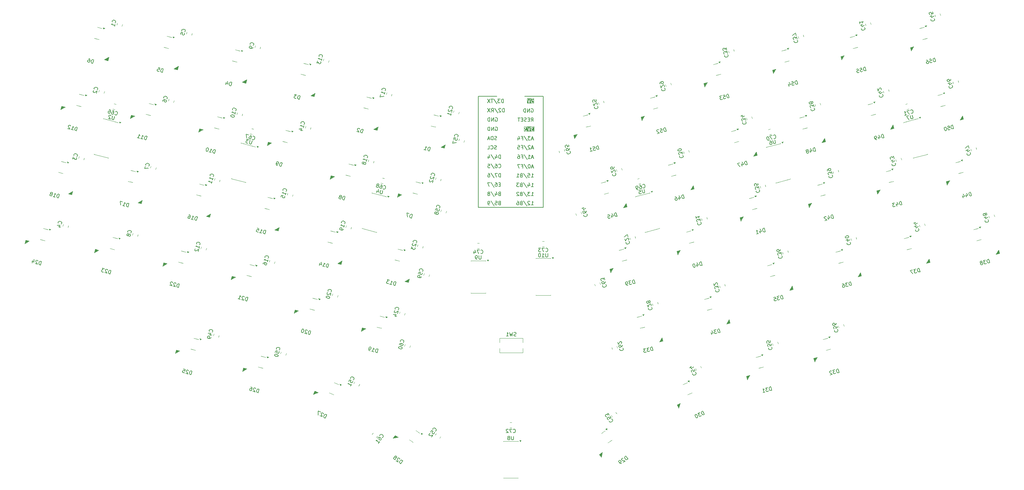
<source format=gbo>
G04 #@! TF.GenerationSoftware,KiCad,Pcbnew,9.0.7*
G04 #@! TF.CreationDate,2026-02-21T16:52:39+09:00*
G04 #@! TF.ProjectId,TrueStrike56,54727565-5374-4726-996b-6535362e6b69,rev?*
G04 #@! TF.SameCoordinates,Original*
G04 #@! TF.FileFunction,Legend,Bot*
G04 #@! TF.FilePolarity,Positive*
%FSLAX46Y46*%
G04 Gerber Fmt 4.6, Leading zero omitted, Abs format (unit mm)*
G04 Created by KiCad (PCBNEW 9.0.7) date 2026-02-21 16:52:39*
%MOMM*%
%LPD*%
G01*
G04 APERTURE LIST*
%ADD10C,0.160000*%
%ADD11C,0.150000*%
%ADD12C,0.120000*%
G04 APERTURE END LIST*
D10*
X223445802Y-90040580D02*
X224017230Y-90040580D01*
X223731516Y-90040580D02*
X223731516Y-89040580D01*
X223731516Y-89040580D02*
X223826754Y-89183437D01*
X223826754Y-89183437D02*
X223921992Y-89278675D01*
X223921992Y-89278675D02*
X224017230Y-89326294D01*
X222588659Y-89373913D02*
X222588659Y-90040580D01*
X222826754Y-88992961D02*
X223064849Y-89707246D01*
X223064849Y-89707246D02*
X222445802Y-89707246D01*
X221350564Y-88992961D02*
X222207706Y-90278675D01*
X220683897Y-89516770D02*
X220541040Y-89564389D01*
X220541040Y-89564389D02*
X220493421Y-89612008D01*
X220493421Y-89612008D02*
X220445802Y-89707246D01*
X220445802Y-89707246D02*
X220445802Y-89850103D01*
X220445802Y-89850103D02*
X220493421Y-89945341D01*
X220493421Y-89945341D02*
X220541040Y-89992961D01*
X220541040Y-89992961D02*
X220636278Y-90040580D01*
X220636278Y-90040580D02*
X221017230Y-90040580D01*
X221017230Y-90040580D02*
X221017230Y-89040580D01*
X221017230Y-89040580D02*
X220683897Y-89040580D01*
X220683897Y-89040580D02*
X220588659Y-89088199D01*
X220588659Y-89088199D02*
X220541040Y-89135818D01*
X220541040Y-89135818D02*
X220493421Y-89231056D01*
X220493421Y-89231056D02*
X220493421Y-89326294D01*
X220493421Y-89326294D02*
X220541040Y-89421532D01*
X220541040Y-89421532D02*
X220588659Y-89469151D01*
X220588659Y-89469151D02*
X220683897Y-89516770D01*
X220683897Y-89516770D02*
X221017230Y-89516770D01*
X220112468Y-89040580D02*
X219493421Y-89040580D01*
X219493421Y-89040580D02*
X219826754Y-89421532D01*
X219826754Y-89421532D02*
X219683897Y-89421532D01*
X219683897Y-89421532D02*
X219588659Y-89469151D01*
X219588659Y-89469151D02*
X219541040Y-89516770D01*
X219541040Y-89516770D02*
X219493421Y-89612008D01*
X219493421Y-89612008D02*
X219493421Y-89850103D01*
X219493421Y-89850103D02*
X219541040Y-89945341D01*
X219541040Y-89945341D02*
X219588659Y-89992961D01*
X219588659Y-89992961D02*
X219683897Y-90040580D01*
X219683897Y-90040580D02*
X219969611Y-90040580D01*
X219969611Y-90040580D02*
X220064849Y-89992961D01*
X220064849Y-89992961D02*
X220112468Y-89945341D01*
X216075418Y-69586017D02*
X216075418Y-68586017D01*
X216075418Y-68586017D02*
X215837323Y-68586017D01*
X215837323Y-68586017D02*
X215694466Y-68633636D01*
X215694466Y-68633636D02*
X215599228Y-68728874D01*
X215599228Y-68728874D02*
X215551609Y-68824112D01*
X215551609Y-68824112D02*
X215503990Y-69014588D01*
X215503990Y-69014588D02*
X215503990Y-69157445D01*
X215503990Y-69157445D02*
X215551609Y-69347921D01*
X215551609Y-69347921D02*
X215599228Y-69443159D01*
X215599228Y-69443159D02*
X215694466Y-69538398D01*
X215694466Y-69538398D02*
X215837323Y-69586017D01*
X215837323Y-69586017D02*
X216075418Y-69586017D01*
X215123037Y-68681255D02*
X215075418Y-68633636D01*
X215075418Y-68633636D02*
X214980180Y-68586017D01*
X214980180Y-68586017D02*
X214742085Y-68586017D01*
X214742085Y-68586017D02*
X214646847Y-68633636D01*
X214646847Y-68633636D02*
X214599228Y-68681255D01*
X214599228Y-68681255D02*
X214551609Y-68776493D01*
X214551609Y-68776493D02*
X214551609Y-68871731D01*
X214551609Y-68871731D02*
X214599228Y-69014588D01*
X214599228Y-69014588D02*
X215170656Y-69586017D01*
X215170656Y-69586017D02*
X214551609Y-69586017D01*
X213408752Y-68538398D02*
X214265894Y-69824112D01*
X212503990Y-69586017D02*
X212837323Y-69109826D01*
X213075418Y-69586017D02*
X213075418Y-68586017D01*
X213075418Y-68586017D02*
X212694466Y-68586017D01*
X212694466Y-68586017D02*
X212599228Y-68633636D01*
X212599228Y-68633636D02*
X212551609Y-68681255D01*
X212551609Y-68681255D02*
X212503990Y-68776493D01*
X212503990Y-68776493D02*
X212503990Y-68919350D01*
X212503990Y-68919350D02*
X212551609Y-69014588D01*
X212551609Y-69014588D02*
X212599228Y-69062207D01*
X212599228Y-69062207D02*
X212694466Y-69109826D01*
X212694466Y-69109826D02*
X213075418Y-69109826D01*
X212170656Y-68586017D02*
X211503990Y-69586017D01*
X211503990Y-68586017D02*
X212170656Y-69586017D01*
X224017232Y-84654869D02*
X223541042Y-84654869D01*
X224112470Y-84940584D02*
X223779137Y-83940584D01*
X223779137Y-83940584D02*
X223445804Y-84940584D01*
X222921994Y-83940584D02*
X222826756Y-83940584D01*
X222826756Y-83940584D02*
X222731518Y-83988203D01*
X222731518Y-83988203D02*
X222683899Y-84035822D01*
X222683899Y-84035822D02*
X222636280Y-84131060D01*
X222636280Y-84131060D02*
X222588661Y-84321536D01*
X222588661Y-84321536D02*
X222588661Y-84559631D01*
X222588661Y-84559631D02*
X222636280Y-84750107D01*
X222636280Y-84750107D02*
X222683899Y-84845345D01*
X222683899Y-84845345D02*
X222731518Y-84892965D01*
X222731518Y-84892965D02*
X222826756Y-84940584D01*
X222826756Y-84940584D02*
X222921994Y-84940584D01*
X222921994Y-84940584D02*
X223017232Y-84892965D01*
X223017232Y-84892965D02*
X223064851Y-84845345D01*
X223064851Y-84845345D02*
X223112470Y-84750107D01*
X223112470Y-84750107D02*
X223160089Y-84559631D01*
X223160089Y-84559631D02*
X223160089Y-84321536D01*
X223160089Y-84321536D02*
X223112470Y-84131060D01*
X223112470Y-84131060D02*
X223064851Y-84035822D01*
X223064851Y-84035822D02*
X223017232Y-83988203D01*
X223017232Y-83988203D02*
X222921994Y-83940584D01*
X221445804Y-83892965D02*
X222302946Y-85178679D01*
X220779137Y-84416774D02*
X221112470Y-84416774D01*
X221112470Y-84940584D02*
X221112470Y-83940584D01*
X221112470Y-83940584D02*
X220636280Y-83940584D01*
X220350565Y-83940584D02*
X219683899Y-83940584D01*
X219683899Y-83940584D02*
X220112470Y-84940584D01*
X213932556Y-79720213D02*
X213789699Y-79767832D01*
X213789699Y-79767832D02*
X213551604Y-79767832D01*
X213551604Y-79767832D02*
X213456366Y-79720213D01*
X213456366Y-79720213D02*
X213408747Y-79672593D01*
X213408747Y-79672593D02*
X213361128Y-79577355D01*
X213361128Y-79577355D02*
X213361128Y-79482117D01*
X213361128Y-79482117D02*
X213408747Y-79386879D01*
X213408747Y-79386879D02*
X213456366Y-79339260D01*
X213456366Y-79339260D02*
X213551604Y-79291641D01*
X213551604Y-79291641D02*
X213742080Y-79244022D01*
X213742080Y-79244022D02*
X213837318Y-79196403D01*
X213837318Y-79196403D02*
X213884937Y-79148784D01*
X213884937Y-79148784D02*
X213932556Y-79053546D01*
X213932556Y-79053546D02*
X213932556Y-78958308D01*
X213932556Y-78958308D02*
X213884937Y-78863070D01*
X213884937Y-78863070D02*
X213837318Y-78815451D01*
X213837318Y-78815451D02*
X213742080Y-78767832D01*
X213742080Y-78767832D02*
X213503985Y-78767832D01*
X213503985Y-78767832D02*
X213361128Y-78815451D01*
X212361128Y-79672593D02*
X212408747Y-79720213D01*
X212408747Y-79720213D02*
X212551604Y-79767832D01*
X212551604Y-79767832D02*
X212646842Y-79767832D01*
X212646842Y-79767832D02*
X212789699Y-79720213D01*
X212789699Y-79720213D02*
X212884937Y-79624974D01*
X212884937Y-79624974D02*
X212932556Y-79529736D01*
X212932556Y-79529736D02*
X212980175Y-79339260D01*
X212980175Y-79339260D02*
X212980175Y-79196403D01*
X212980175Y-79196403D02*
X212932556Y-79005927D01*
X212932556Y-79005927D02*
X212884937Y-78910689D01*
X212884937Y-78910689D02*
X212789699Y-78815451D01*
X212789699Y-78815451D02*
X212646842Y-78767832D01*
X212646842Y-78767832D02*
X212551604Y-78767832D01*
X212551604Y-78767832D02*
X212408747Y-78815451D01*
X212408747Y-78815451D02*
X212361128Y-78863070D01*
X211456366Y-79767832D02*
X211932556Y-79767832D01*
X211932556Y-79767832D02*
X211932556Y-78767832D01*
X214980177Y-89425847D02*
X214646844Y-89425847D01*
X214503987Y-89949657D02*
X214980177Y-89949657D01*
X214980177Y-89949657D02*
X214980177Y-88949657D01*
X214980177Y-88949657D02*
X214503987Y-88949657D01*
X213646844Y-88949657D02*
X213837320Y-88949657D01*
X213837320Y-88949657D02*
X213932558Y-88997276D01*
X213932558Y-88997276D02*
X213980177Y-89044895D01*
X213980177Y-89044895D02*
X214075415Y-89187752D01*
X214075415Y-89187752D02*
X214123034Y-89378228D01*
X214123034Y-89378228D02*
X214123034Y-89759180D01*
X214123034Y-89759180D02*
X214075415Y-89854418D01*
X214075415Y-89854418D02*
X214027796Y-89902038D01*
X214027796Y-89902038D02*
X213932558Y-89949657D01*
X213932558Y-89949657D02*
X213742082Y-89949657D01*
X213742082Y-89949657D02*
X213646844Y-89902038D01*
X213646844Y-89902038D02*
X213599225Y-89854418D01*
X213599225Y-89854418D02*
X213551606Y-89759180D01*
X213551606Y-89759180D02*
X213551606Y-89521085D01*
X213551606Y-89521085D02*
X213599225Y-89425847D01*
X213599225Y-89425847D02*
X213646844Y-89378228D01*
X213646844Y-89378228D02*
X213742082Y-89330609D01*
X213742082Y-89330609D02*
X213932558Y-89330609D01*
X213932558Y-89330609D02*
X214027796Y-89378228D01*
X214027796Y-89378228D02*
X214075415Y-89425847D01*
X214075415Y-89425847D02*
X214123034Y-89521085D01*
X212408749Y-88902038D02*
X213265891Y-90187752D01*
X212170653Y-88949657D02*
X211503987Y-88949657D01*
X211503987Y-88949657D02*
X211932558Y-89949657D01*
X215837325Y-67040568D02*
X215837325Y-66040568D01*
X215837325Y-66040568D02*
X215599230Y-66040568D01*
X215599230Y-66040568D02*
X215456373Y-66088187D01*
X215456373Y-66088187D02*
X215361135Y-66183425D01*
X215361135Y-66183425D02*
X215313516Y-66278663D01*
X215313516Y-66278663D02*
X215265897Y-66469139D01*
X215265897Y-66469139D02*
X215265897Y-66611996D01*
X215265897Y-66611996D02*
X215313516Y-66802472D01*
X215313516Y-66802472D02*
X215361135Y-66897710D01*
X215361135Y-66897710D02*
X215456373Y-66992949D01*
X215456373Y-66992949D02*
X215599230Y-67040568D01*
X215599230Y-67040568D02*
X215837325Y-67040568D01*
X214932563Y-66040568D02*
X214313516Y-66040568D01*
X214313516Y-66040568D02*
X214646849Y-66421520D01*
X214646849Y-66421520D02*
X214503992Y-66421520D01*
X214503992Y-66421520D02*
X214408754Y-66469139D01*
X214408754Y-66469139D02*
X214361135Y-66516758D01*
X214361135Y-66516758D02*
X214313516Y-66611996D01*
X214313516Y-66611996D02*
X214313516Y-66850091D01*
X214313516Y-66850091D02*
X214361135Y-66945329D01*
X214361135Y-66945329D02*
X214408754Y-66992949D01*
X214408754Y-66992949D02*
X214503992Y-67040568D01*
X214503992Y-67040568D02*
X214789706Y-67040568D01*
X214789706Y-67040568D02*
X214884944Y-66992949D01*
X214884944Y-66992949D02*
X214932563Y-66945329D01*
X213170659Y-65992949D02*
X214027801Y-67278663D01*
X212980182Y-66040568D02*
X212408754Y-66040568D01*
X212694468Y-67040568D02*
X212694468Y-66040568D01*
X212170658Y-66040568D02*
X211503992Y-67040568D01*
X211503992Y-66040568D02*
X212170658Y-67040568D01*
X215075409Y-87404192D02*
X215075409Y-86404192D01*
X215075409Y-86404192D02*
X214837314Y-86404192D01*
X214837314Y-86404192D02*
X214694457Y-86451811D01*
X214694457Y-86451811D02*
X214599219Y-86547049D01*
X214599219Y-86547049D02*
X214551600Y-86642287D01*
X214551600Y-86642287D02*
X214503981Y-86832763D01*
X214503981Y-86832763D02*
X214503981Y-86975620D01*
X214503981Y-86975620D02*
X214551600Y-87166096D01*
X214551600Y-87166096D02*
X214599219Y-87261334D01*
X214599219Y-87261334D02*
X214694457Y-87356573D01*
X214694457Y-87356573D02*
X214837314Y-87404192D01*
X214837314Y-87404192D02*
X215075409Y-87404192D01*
X214170647Y-86404192D02*
X213503981Y-86404192D01*
X213503981Y-86404192D02*
X213932552Y-87404192D01*
X212408743Y-86356573D02*
X213265885Y-87642287D01*
X211646838Y-86404192D02*
X211837314Y-86404192D01*
X211837314Y-86404192D02*
X211932552Y-86451811D01*
X211932552Y-86451811D02*
X211980171Y-86499430D01*
X211980171Y-86499430D02*
X212075409Y-86642287D01*
X212075409Y-86642287D02*
X212123028Y-86832763D01*
X212123028Y-86832763D02*
X212123028Y-87213715D01*
X212123028Y-87213715D02*
X212075409Y-87308953D01*
X212075409Y-87308953D02*
X212027790Y-87356573D01*
X212027790Y-87356573D02*
X211932552Y-87404192D01*
X211932552Y-87404192D02*
X211742076Y-87404192D01*
X211742076Y-87404192D02*
X211646838Y-87356573D01*
X211646838Y-87356573D02*
X211599219Y-87308953D01*
X211599219Y-87308953D02*
X211551600Y-87213715D01*
X211551600Y-87213715D02*
X211551600Y-86975620D01*
X211551600Y-86975620D02*
X211599219Y-86880382D01*
X211599219Y-86880382D02*
X211646838Y-86832763D01*
X211646838Y-86832763D02*
X211742076Y-86785144D01*
X211742076Y-86785144D02*
X211932552Y-86785144D01*
X211932552Y-86785144D02*
X212027790Y-86832763D01*
X212027790Y-86832763D02*
X212075409Y-86880382D01*
X212075409Y-86880382D02*
X212123028Y-86975620D01*
X224017235Y-82054868D02*
X223541045Y-82054868D01*
X224112473Y-82340583D02*
X223779140Y-81340583D01*
X223779140Y-81340583D02*
X223445807Y-82340583D01*
X222588664Y-82340583D02*
X223160092Y-82340583D01*
X222874378Y-82340583D02*
X222874378Y-81340583D01*
X222874378Y-81340583D02*
X222969616Y-81483440D01*
X222969616Y-81483440D02*
X223064854Y-81578678D01*
X223064854Y-81578678D02*
X223160092Y-81626297D01*
X221445807Y-81292964D02*
X222302949Y-82578678D01*
X220779140Y-81816773D02*
X221112473Y-81816773D01*
X221112473Y-82340583D02*
X221112473Y-81340583D01*
X221112473Y-81340583D02*
X220636283Y-81340583D01*
X219826759Y-81340583D02*
X220017235Y-81340583D01*
X220017235Y-81340583D02*
X220112473Y-81388202D01*
X220112473Y-81388202D02*
X220160092Y-81435821D01*
X220160092Y-81435821D02*
X220255330Y-81578678D01*
X220255330Y-81578678D02*
X220302949Y-81769154D01*
X220302949Y-81769154D02*
X220302949Y-82150106D01*
X220302949Y-82150106D02*
X220255330Y-82245344D01*
X220255330Y-82245344D02*
X220207711Y-82292964D01*
X220207711Y-82292964D02*
X220112473Y-82340583D01*
X220112473Y-82340583D02*
X219921997Y-82340583D01*
X219921997Y-82340583D02*
X219826759Y-82292964D01*
X219826759Y-82292964D02*
X219779140Y-82245344D01*
X219779140Y-82245344D02*
X219731521Y-82150106D01*
X219731521Y-82150106D02*
X219731521Y-81912011D01*
X219731521Y-81912011D02*
X219779140Y-81816773D01*
X219779140Y-81816773D02*
X219826759Y-81769154D01*
X219826759Y-81769154D02*
X219921997Y-81721535D01*
X219921997Y-81721535D02*
X220112473Y-81721535D01*
X220112473Y-81721535D02*
X220207711Y-81769154D01*
X220207711Y-81769154D02*
X220255330Y-81816773D01*
X220255330Y-81816773D02*
X220302949Y-81912011D01*
X213646851Y-73724550D02*
X213742089Y-73676931D01*
X213742089Y-73676931D02*
X213884946Y-73676931D01*
X213884946Y-73676931D02*
X214027803Y-73724550D01*
X214027803Y-73724550D02*
X214123041Y-73819788D01*
X214123041Y-73819788D02*
X214170660Y-73915026D01*
X214170660Y-73915026D02*
X214218279Y-74105502D01*
X214218279Y-74105502D02*
X214218279Y-74248359D01*
X214218279Y-74248359D02*
X214170660Y-74438835D01*
X214170660Y-74438835D02*
X214123041Y-74534073D01*
X214123041Y-74534073D02*
X214027803Y-74629312D01*
X214027803Y-74629312D02*
X213884946Y-74676931D01*
X213884946Y-74676931D02*
X213789708Y-74676931D01*
X213789708Y-74676931D02*
X213646851Y-74629312D01*
X213646851Y-74629312D02*
X213599232Y-74581692D01*
X213599232Y-74581692D02*
X213599232Y-74248359D01*
X213599232Y-74248359D02*
X213789708Y-74248359D01*
X213170660Y-74676931D02*
X213170660Y-73676931D01*
X213170660Y-73676931D02*
X212599232Y-74676931D01*
X212599232Y-74676931D02*
X212599232Y-73676931D01*
X212123041Y-74676931D02*
X212123041Y-73676931D01*
X212123041Y-73676931D02*
X211884946Y-73676931D01*
X211884946Y-73676931D02*
X211742089Y-73724550D01*
X211742089Y-73724550D02*
X211646851Y-73819788D01*
X211646851Y-73819788D02*
X211599232Y-73915026D01*
X211599232Y-73915026D02*
X211551613Y-74105502D01*
X211551613Y-74105502D02*
X211551613Y-74248359D01*
X211551613Y-74248359D02*
X211599232Y-74438835D01*
X211599232Y-74438835D02*
X211646851Y-74534073D01*
X211646851Y-74534073D02*
X211742089Y-74629312D01*
X211742089Y-74629312D02*
X211884946Y-74676931D01*
X211884946Y-74676931D02*
X212123041Y-74676931D01*
X213646833Y-71179101D02*
X213742071Y-71131482D01*
X213742071Y-71131482D02*
X213884928Y-71131482D01*
X213884928Y-71131482D02*
X214027785Y-71179101D01*
X214027785Y-71179101D02*
X214123023Y-71274339D01*
X214123023Y-71274339D02*
X214170642Y-71369577D01*
X214170642Y-71369577D02*
X214218261Y-71560053D01*
X214218261Y-71560053D02*
X214218261Y-71702910D01*
X214218261Y-71702910D02*
X214170642Y-71893386D01*
X214170642Y-71893386D02*
X214123023Y-71988624D01*
X214123023Y-71988624D02*
X214027785Y-72083863D01*
X214027785Y-72083863D02*
X213884928Y-72131482D01*
X213884928Y-72131482D02*
X213789690Y-72131482D01*
X213789690Y-72131482D02*
X213646833Y-72083863D01*
X213646833Y-72083863D02*
X213599214Y-72036243D01*
X213599214Y-72036243D02*
X213599214Y-71702910D01*
X213599214Y-71702910D02*
X213789690Y-71702910D01*
X213170642Y-72131482D02*
X213170642Y-71131482D01*
X213170642Y-71131482D02*
X212599214Y-72131482D01*
X212599214Y-72131482D02*
X212599214Y-71131482D01*
X212123023Y-72131482D02*
X212123023Y-71131482D01*
X212123023Y-71131482D02*
X211884928Y-71131482D01*
X211884928Y-71131482D02*
X211742071Y-71179101D01*
X211742071Y-71179101D02*
X211646833Y-71274339D01*
X211646833Y-71274339D02*
X211599214Y-71369577D01*
X211599214Y-71369577D02*
X211551595Y-71560053D01*
X211551595Y-71560053D02*
X211551595Y-71702910D01*
X211551595Y-71702910D02*
X211599214Y-71893386D01*
X211599214Y-71893386D02*
X211646833Y-71988624D01*
X211646833Y-71988624D02*
X211742071Y-72083863D01*
X211742071Y-72083863D02*
X211884928Y-72131482D01*
X211884928Y-72131482D02*
X212123023Y-72131482D01*
X215075409Y-82313294D02*
X215075409Y-81313294D01*
X215075409Y-81313294D02*
X214837314Y-81313294D01*
X214837314Y-81313294D02*
X214694457Y-81360913D01*
X214694457Y-81360913D02*
X214599219Y-81456151D01*
X214599219Y-81456151D02*
X214551600Y-81551389D01*
X214551600Y-81551389D02*
X214503981Y-81741865D01*
X214503981Y-81741865D02*
X214503981Y-81884722D01*
X214503981Y-81884722D02*
X214551600Y-82075198D01*
X214551600Y-82075198D02*
X214599219Y-82170436D01*
X214599219Y-82170436D02*
X214694457Y-82265675D01*
X214694457Y-82265675D02*
X214837314Y-82313294D01*
X214837314Y-82313294D02*
X215075409Y-82313294D01*
X213646838Y-81646627D02*
X213646838Y-82313294D01*
X213884933Y-81265675D02*
X214123028Y-81979960D01*
X214123028Y-81979960D02*
X213503981Y-81979960D01*
X212408743Y-81265675D02*
X213265885Y-82551389D01*
X211646838Y-81646627D02*
X211646838Y-82313294D01*
X211884933Y-81265675D02*
X212123028Y-81979960D01*
X212123028Y-81979960D02*
X211503981Y-81979960D01*
X223445803Y-87440578D02*
X224017231Y-87440578D01*
X223731517Y-87440578D02*
X223731517Y-86440578D01*
X223731517Y-86440578D02*
X223826755Y-86583435D01*
X223826755Y-86583435D02*
X223921993Y-86678673D01*
X223921993Y-86678673D02*
X224017231Y-86726292D01*
X222541041Y-86440578D02*
X223017231Y-86440578D01*
X223017231Y-86440578D02*
X223064850Y-86916768D01*
X223064850Y-86916768D02*
X223017231Y-86869149D01*
X223017231Y-86869149D02*
X222921993Y-86821530D01*
X222921993Y-86821530D02*
X222683898Y-86821530D01*
X222683898Y-86821530D02*
X222588660Y-86869149D01*
X222588660Y-86869149D02*
X222541041Y-86916768D01*
X222541041Y-86916768D02*
X222493422Y-87012006D01*
X222493422Y-87012006D02*
X222493422Y-87250101D01*
X222493422Y-87250101D02*
X222541041Y-87345339D01*
X222541041Y-87345339D02*
X222588660Y-87392959D01*
X222588660Y-87392959D02*
X222683898Y-87440578D01*
X222683898Y-87440578D02*
X222921993Y-87440578D01*
X222921993Y-87440578D02*
X223017231Y-87392959D01*
X223017231Y-87392959D02*
X223064850Y-87345339D01*
X221350565Y-86392959D02*
X222207707Y-87678673D01*
X220683898Y-86916768D02*
X220541041Y-86964387D01*
X220541041Y-86964387D02*
X220493422Y-87012006D01*
X220493422Y-87012006D02*
X220445803Y-87107244D01*
X220445803Y-87107244D02*
X220445803Y-87250101D01*
X220445803Y-87250101D02*
X220493422Y-87345339D01*
X220493422Y-87345339D02*
X220541041Y-87392959D01*
X220541041Y-87392959D02*
X220636279Y-87440578D01*
X220636279Y-87440578D02*
X221017231Y-87440578D01*
X221017231Y-87440578D02*
X221017231Y-86440578D01*
X221017231Y-86440578D02*
X220683898Y-86440578D01*
X220683898Y-86440578D02*
X220588660Y-86488197D01*
X220588660Y-86488197D02*
X220541041Y-86535816D01*
X220541041Y-86535816D02*
X220493422Y-86631054D01*
X220493422Y-86631054D02*
X220493422Y-86726292D01*
X220493422Y-86726292D02*
X220541041Y-86821530D01*
X220541041Y-86821530D02*
X220588660Y-86869149D01*
X220588660Y-86869149D02*
X220683898Y-86916768D01*
X220683898Y-86916768D02*
X221017231Y-86916768D01*
X219493422Y-87440578D02*
X220064850Y-87440578D01*
X219779136Y-87440578D02*
X219779136Y-86440578D01*
X219779136Y-86440578D02*
X219874374Y-86583435D01*
X219874374Y-86583435D02*
X219969612Y-86678673D01*
X219969612Y-86678673D02*
X220064850Y-86726292D01*
X213980168Y-77174771D02*
X213837311Y-77222390D01*
X213837311Y-77222390D02*
X213599216Y-77222390D01*
X213599216Y-77222390D02*
X213503978Y-77174771D01*
X213503978Y-77174771D02*
X213456359Y-77127151D01*
X213456359Y-77127151D02*
X213408740Y-77031913D01*
X213408740Y-77031913D02*
X213408740Y-76936675D01*
X213408740Y-76936675D02*
X213456359Y-76841437D01*
X213456359Y-76841437D02*
X213503978Y-76793818D01*
X213503978Y-76793818D02*
X213599216Y-76746199D01*
X213599216Y-76746199D02*
X213789692Y-76698580D01*
X213789692Y-76698580D02*
X213884930Y-76650961D01*
X213884930Y-76650961D02*
X213932549Y-76603342D01*
X213932549Y-76603342D02*
X213980168Y-76508104D01*
X213980168Y-76508104D02*
X213980168Y-76412866D01*
X213980168Y-76412866D02*
X213932549Y-76317628D01*
X213932549Y-76317628D02*
X213884930Y-76270009D01*
X213884930Y-76270009D02*
X213789692Y-76222390D01*
X213789692Y-76222390D02*
X213551597Y-76222390D01*
X213551597Y-76222390D02*
X213408740Y-76270009D01*
X212980168Y-77222390D02*
X212980168Y-76222390D01*
X212980168Y-76222390D02*
X212742073Y-76222390D01*
X212742073Y-76222390D02*
X212599216Y-76270009D01*
X212599216Y-76270009D02*
X212503978Y-76365247D01*
X212503978Y-76365247D02*
X212456359Y-76460485D01*
X212456359Y-76460485D02*
X212408740Y-76650961D01*
X212408740Y-76650961D02*
X212408740Y-76793818D01*
X212408740Y-76793818D02*
X212456359Y-76984294D01*
X212456359Y-76984294D02*
X212503978Y-77079532D01*
X212503978Y-77079532D02*
X212599216Y-77174771D01*
X212599216Y-77174771D02*
X212742073Y-77222390D01*
X212742073Y-77222390D02*
X212980168Y-77222390D01*
X212027787Y-76936675D02*
X211551597Y-76936675D01*
X212123025Y-77222390D02*
X211789692Y-76222390D01*
X211789692Y-76222390D02*
X211456359Y-77222390D01*
X224017230Y-76954862D02*
X223541040Y-76954862D01*
X224112468Y-77240577D02*
X223779135Y-76240577D01*
X223779135Y-76240577D02*
X223445802Y-77240577D01*
X223207706Y-76240577D02*
X222588659Y-76240577D01*
X222588659Y-76240577D02*
X222921992Y-76621529D01*
X222921992Y-76621529D02*
X222779135Y-76621529D01*
X222779135Y-76621529D02*
X222683897Y-76669148D01*
X222683897Y-76669148D02*
X222636278Y-76716767D01*
X222636278Y-76716767D02*
X222588659Y-76812005D01*
X222588659Y-76812005D02*
X222588659Y-77050100D01*
X222588659Y-77050100D02*
X222636278Y-77145338D01*
X222636278Y-77145338D02*
X222683897Y-77192958D01*
X222683897Y-77192958D02*
X222779135Y-77240577D01*
X222779135Y-77240577D02*
X223064849Y-77240577D01*
X223064849Y-77240577D02*
X223160087Y-77192958D01*
X223160087Y-77192958D02*
X223207706Y-77145338D01*
X221445802Y-76192958D02*
X222302944Y-77478672D01*
X220779135Y-76716767D02*
X221112468Y-76716767D01*
X221112468Y-77240577D02*
X221112468Y-76240577D01*
X221112468Y-76240577D02*
X220636278Y-76240577D01*
X219826754Y-76573910D02*
X219826754Y-77240577D01*
X220064849Y-76192958D02*
X220302944Y-76907243D01*
X220302944Y-76907243D02*
X219683897Y-76907243D01*
X223398178Y-72140576D02*
X223731511Y-71664385D01*
X223969606Y-72140576D02*
X223969606Y-71140576D01*
X223969606Y-71140576D02*
X223588654Y-71140576D01*
X223588654Y-71140576D02*
X223493416Y-71188195D01*
X223493416Y-71188195D02*
X223445797Y-71235814D01*
X223445797Y-71235814D02*
X223398178Y-71331052D01*
X223398178Y-71331052D02*
X223398178Y-71473909D01*
X223398178Y-71473909D02*
X223445797Y-71569147D01*
X223445797Y-71569147D02*
X223493416Y-71616766D01*
X223493416Y-71616766D02*
X223588654Y-71664385D01*
X223588654Y-71664385D02*
X223969606Y-71664385D01*
X222969606Y-71616766D02*
X222636273Y-71616766D01*
X222493416Y-72140576D02*
X222969606Y-72140576D01*
X222969606Y-72140576D02*
X222969606Y-71140576D01*
X222969606Y-71140576D02*
X222493416Y-71140576D01*
X222112463Y-72092957D02*
X221969606Y-72140576D01*
X221969606Y-72140576D02*
X221731511Y-72140576D01*
X221731511Y-72140576D02*
X221636273Y-72092957D01*
X221636273Y-72092957D02*
X221588654Y-72045337D01*
X221588654Y-72045337D02*
X221541035Y-71950099D01*
X221541035Y-71950099D02*
X221541035Y-71854861D01*
X221541035Y-71854861D02*
X221588654Y-71759623D01*
X221588654Y-71759623D02*
X221636273Y-71712004D01*
X221636273Y-71712004D02*
X221731511Y-71664385D01*
X221731511Y-71664385D02*
X221921987Y-71616766D01*
X221921987Y-71616766D02*
X222017225Y-71569147D01*
X222017225Y-71569147D02*
X222064844Y-71521528D01*
X222064844Y-71521528D02*
X222112463Y-71426290D01*
X222112463Y-71426290D02*
X222112463Y-71331052D01*
X222112463Y-71331052D02*
X222064844Y-71235814D01*
X222064844Y-71235814D02*
X222017225Y-71188195D01*
X222017225Y-71188195D02*
X221921987Y-71140576D01*
X221921987Y-71140576D02*
X221683892Y-71140576D01*
X221683892Y-71140576D02*
X221541035Y-71188195D01*
X221112463Y-71616766D02*
X220779130Y-71616766D01*
X220636273Y-72140576D02*
X221112463Y-72140576D01*
X221112463Y-72140576D02*
X221112463Y-71140576D01*
X221112463Y-71140576D02*
X220636273Y-71140576D01*
X220350558Y-71140576D02*
X219779130Y-71140576D01*
X220064844Y-72140576D02*
X220064844Y-71140576D01*
X214742070Y-94516756D02*
X214599213Y-94564375D01*
X214599213Y-94564375D02*
X214551594Y-94611994D01*
X214551594Y-94611994D02*
X214503975Y-94707232D01*
X214503975Y-94707232D02*
X214503975Y-94850089D01*
X214503975Y-94850089D02*
X214551594Y-94945327D01*
X214551594Y-94945327D02*
X214599213Y-94992947D01*
X214599213Y-94992947D02*
X214694451Y-95040566D01*
X214694451Y-95040566D02*
X215075403Y-95040566D01*
X215075403Y-95040566D02*
X215075403Y-94040566D01*
X215075403Y-94040566D02*
X214742070Y-94040566D01*
X214742070Y-94040566D02*
X214646832Y-94088185D01*
X214646832Y-94088185D02*
X214599213Y-94135804D01*
X214599213Y-94135804D02*
X214551594Y-94231042D01*
X214551594Y-94231042D02*
X214551594Y-94326280D01*
X214551594Y-94326280D02*
X214599213Y-94421518D01*
X214599213Y-94421518D02*
X214646832Y-94469137D01*
X214646832Y-94469137D02*
X214742070Y-94516756D01*
X214742070Y-94516756D02*
X215075403Y-94516756D01*
X213599213Y-94040566D02*
X214075403Y-94040566D01*
X214075403Y-94040566D02*
X214123022Y-94516756D01*
X214123022Y-94516756D02*
X214075403Y-94469137D01*
X214075403Y-94469137D02*
X213980165Y-94421518D01*
X213980165Y-94421518D02*
X213742070Y-94421518D01*
X213742070Y-94421518D02*
X213646832Y-94469137D01*
X213646832Y-94469137D02*
X213599213Y-94516756D01*
X213599213Y-94516756D02*
X213551594Y-94611994D01*
X213551594Y-94611994D02*
X213551594Y-94850089D01*
X213551594Y-94850089D02*
X213599213Y-94945327D01*
X213599213Y-94945327D02*
X213646832Y-94992947D01*
X213646832Y-94992947D02*
X213742070Y-95040566D01*
X213742070Y-95040566D02*
X213980165Y-95040566D01*
X213980165Y-95040566D02*
X214075403Y-94992947D01*
X214075403Y-94992947D02*
X214123022Y-94945327D01*
X212408737Y-93992947D02*
X213265879Y-95278661D01*
X212027784Y-95040566D02*
X211837308Y-95040566D01*
X211837308Y-95040566D02*
X211742070Y-94992947D01*
X211742070Y-94992947D02*
X211694451Y-94945327D01*
X211694451Y-94945327D02*
X211599213Y-94802470D01*
X211599213Y-94802470D02*
X211551594Y-94611994D01*
X211551594Y-94611994D02*
X211551594Y-94231042D01*
X211551594Y-94231042D02*
X211599213Y-94135804D01*
X211599213Y-94135804D02*
X211646832Y-94088185D01*
X211646832Y-94088185D02*
X211742070Y-94040566D01*
X211742070Y-94040566D02*
X211932546Y-94040566D01*
X211932546Y-94040566D02*
X212027784Y-94088185D01*
X212027784Y-94088185D02*
X212075403Y-94135804D01*
X212075403Y-94135804D02*
X212123022Y-94231042D01*
X212123022Y-94231042D02*
X212123022Y-94469137D01*
X212123022Y-94469137D02*
X212075403Y-94564375D01*
X212075403Y-94564375D02*
X212027784Y-94611994D01*
X212027784Y-94611994D02*
X211932546Y-94659613D01*
X211932546Y-94659613D02*
X211742070Y-94659613D01*
X211742070Y-94659613D02*
X211646832Y-94611994D01*
X211646832Y-94611994D02*
X211599213Y-94564375D01*
X211599213Y-94564375D02*
X211551594Y-94469137D01*
X224017238Y-79454862D02*
X223541048Y-79454862D01*
X224112476Y-79740577D02*
X223779143Y-78740577D01*
X223779143Y-78740577D02*
X223445810Y-79740577D01*
X223160095Y-78835815D02*
X223112476Y-78788196D01*
X223112476Y-78788196D02*
X223017238Y-78740577D01*
X223017238Y-78740577D02*
X222779143Y-78740577D01*
X222779143Y-78740577D02*
X222683905Y-78788196D01*
X222683905Y-78788196D02*
X222636286Y-78835815D01*
X222636286Y-78835815D02*
X222588667Y-78931053D01*
X222588667Y-78931053D02*
X222588667Y-79026291D01*
X222588667Y-79026291D02*
X222636286Y-79169148D01*
X222636286Y-79169148D02*
X223207714Y-79740577D01*
X223207714Y-79740577D02*
X222588667Y-79740577D01*
X221445810Y-78692958D02*
X222302952Y-79978672D01*
X220779143Y-79216767D02*
X221112476Y-79216767D01*
X221112476Y-79740577D02*
X221112476Y-78740577D01*
X221112476Y-78740577D02*
X220636286Y-78740577D01*
X219779143Y-78740577D02*
X220255333Y-78740577D01*
X220255333Y-78740577D02*
X220302952Y-79216767D01*
X220302952Y-79216767D02*
X220255333Y-79169148D01*
X220255333Y-79169148D02*
X220160095Y-79121529D01*
X220160095Y-79121529D02*
X219922000Y-79121529D01*
X219922000Y-79121529D02*
X219826762Y-79169148D01*
X219826762Y-79169148D02*
X219779143Y-79216767D01*
X219779143Y-79216767D02*
X219731524Y-79312005D01*
X219731524Y-79312005D02*
X219731524Y-79550100D01*
X219731524Y-79550100D02*
X219779143Y-79645338D01*
X219779143Y-79645338D02*
X219826762Y-79692958D01*
X219826762Y-79692958D02*
X219922000Y-79740577D01*
X219922000Y-79740577D02*
X220160095Y-79740577D01*
X220160095Y-79740577D02*
X220255333Y-79692958D01*
X220255333Y-79692958D02*
X220302952Y-79645338D01*
X223445801Y-92540576D02*
X224017229Y-92540576D01*
X223731515Y-92540576D02*
X223731515Y-91540576D01*
X223731515Y-91540576D02*
X223826753Y-91683433D01*
X223826753Y-91683433D02*
X223921991Y-91778671D01*
X223921991Y-91778671D02*
X224017229Y-91826290D01*
X223112467Y-91540576D02*
X222493420Y-91540576D01*
X222493420Y-91540576D02*
X222826753Y-91921528D01*
X222826753Y-91921528D02*
X222683896Y-91921528D01*
X222683896Y-91921528D02*
X222588658Y-91969147D01*
X222588658Y-91969147D02*
X222541039Y-92016766D01*
X222541039Y-92016766D02*
X222493420Y-92112004D01*
X222493420Y-92112004D02*
X222493420Y-92350099D01*
X222493420Y-92350099D02*
X222541039Y-92445337D01*
X222541039Y-92445337D02*
X222588658Y-92492957D01*
X222588658Y-92492957D02*
X222683896Y-92540576D01*
X222683896Y-92540576D02*
X222969610Y-92540576D01*
X222969610Y-92540576D02*
X223064848Y-92492957D01*
X223064848Y-92492957D02*
X223112467Y-92445337D01*
X221350563Y-91492957D02*
X222207705Y-92778671D01*
X220683896Y-92016766D02*
X220541039Y-92064385D01*
X220541039Y-92064385D02*
X220493420Y-92112004D01*
X220493420Y-92112004D02*
X220445801Y-92207242D01*
X220445801Y-92207242D02*
X220445801Y-92350099D01*
X220445801Y-92350099D02*
X220493420Y-92445337D01*
X220493420Y-92445337D02*
X220541039Y-92492957D01*
X220541039Y-92492957D02*
X220636277Y-92540576D01*
X220636277Y-92540576D02*
X221017229Y-92540576D01*
X221017229Y-92540576D02*
X221017229Y-91540576D01*
X221017229Y-91540576D02*
X220683896Y-91540576D01*
X220683896Y-91540576D02*
X220588658Y-91588195D01*
X220588658Y-91588195D02*
X220541039Y-91635814D01*
X220541039Y-91635814D02*
X220493420Y-91731052D01*
X220493420Y-91731052D02*
X220493420Y-91826290D01*
X220493420Y-91826290D02*
X220541039Y-91921528D01*
X220541039Y-91921528D02*
X220588658Y-91969147D01*
X220588658Y-91969147D02*
X220683896Y-92016766D01*
X220683896Y-92016766D02*
X221017229Y-92016766D01*
X220064848Y-91635814D02*
X220017229Y-91588195D01*
X220017229Y-91588195D02*
X219921991Y-91540576D01*
X219921991Y-91540576D02*
X219683896Y-91540576D01*
X219683896Y-91540576D02*
X219588658Y-91588195D01*
X219588658Y-91588195D02*
X219541039Y-91635814D01*
X219541039Y-91635814D02*
X219493420Y-91731052D01*
X219493420Y-91731052D02*
X219493420Y-91826290D01*
X219493420Y-91826290D02*
X219541039Y-91969147D01*
X219541039Y-91969147D02*
X220112467Y-92540576D01*
X220112467Y-92540576D02*
X219493420Y-92540576D01*
G36*
X224207972Y-67231689D02*
G01*
X222302942Y-67231689D01*
X222302942Y-66050584D01*
X222414053Y-66050584D01*
X222417530Y-66065876D01*
X222750863Y-67065876D01*
X222757257Y-67080196D01*
X222761001Y-67084513D01*
X222763558Y-67089627D01*
X222771133Y-67096197D01*
X222777708Y-67103778D01*
X222782824Y-67106335D01*
X222787140Y-67110079D01*
X222796652Y-67113249D01*
X222805627Y-67117737D01*
X222811328Y-67118142D01*
X222816752Y-67119950D01*
X222826764Y-67119238D01*
X222836764Y-67119949D01*
X222842181Y-67118143D01*
X222847888Y-67117738D01*
X222856866Y-67113248D01*
X222866376Y-67110079D01*
X222870692Y-67106335D01*
X222875807Y-67103778D01*
X222882379Y-67096199D01*
X222889958Y-67089627D01*
X222892514Y-67084513D01*
X222896259Y-67080196D01*
X222902653Y-67065876D01*
X223053943Y-66612006D01*
X223365806Y-66612006D01*
X223365806Y-66850101D01*
X223367343Y-66865708D01*
X223368443Y-66868364D01*
X223368647Y-66871231D01*
X223374252Y-66885878D01*
X223421871Y-66981116D01*
X223426098Y-66987832D01*
X223426907Y-66989784D01*
X223428709Y-66991980D01*
X223430225Y-66994388D01*
X223431822Y-66995773D01*
X223436856Y-67001907D01*
X223484475Y-67049527D01*
X223490610Y-67054562D01*
X223491995Y-67056159D01*
X223494399Y-67057672D01*
X223496597Y-67059476D01*
X223498549Y-67060284D01*
X223505267Y-67064513D01*
X223600505Y-67112132D01*
X223615151Y-67117737D01*
X223618018Y-67117940D01*
X223620675Y-67119041D01*
X223636282Y-67120578D01*
X223874377Y-67120578D01*
X223889984Y-67119041D01*
X223892640Y-67117940D01*
X223895507Y-67117737D01*
X223910154Y-67112132D01*
X224005392Y-67064513D01*
X224012109Y-67060284D01*
X224014062Y-67059476D01*
X224016259Y-67057672D01*
X224018664Y-67056159D01*
X224020048Y-67054562D01*
X224026184Y-67049527D01*
X224073803Y-67001907D01*
X224083752Y-66989784D01*
X224095697Y-66960946D01*
X224095697Y-66929731D01*
X224083751Y-66900892D01*
X224061679Y-66878821D01*
X224032840Y-66866876D01*
X224001626Y-66866876D01*
X223972787Y-66878822D01*
X223960665Y-66888771D01*
X223922225Y-66927211D01*
X223855492Y-66960578D01*
X223655167Y-66960578D01*
X223588433Y-66927211D01*
X223559173Y-66897950D01*
X223525806Y-66831216D01*
X223525806Y-66630891D01*
X223559172Y-66564158D01*
X223588433Y-66534896D01*
X223655167Y-66501530D01*
X223855492Y-66501530D01*
X223922224Y-66534896D01*
X223960665Y-66573336D01*
X223972788Y-66583285D01*
X223976507Y-66584825D01*
X223979627Y-66587378D01*
X223990824Y-66590756D01*
X224001626Y-66595231D01*
X224005654Y-66595231D01*
X224009512Y-66596395D01*
X224021152Y-66595231D01*
X224032841Y-66595231D01*
X224036561Y-66593689D01*
X224040571Y-66593289D01*
X224050880Y-66587758D01*
X224061680Y-66583285D01*
X224064527Y-66580437D01*
X224068078Y-66578533D01*
X224075485Y-66569479D01*
X224083751Y-66561214D01*
X224085291Y-66557494D01*
X224087844Y-66554375D01*
X224091223Y-66543175D01*
X224095697Y-66532375D01*
X224095697Y-66528347D01*
X224096861Y-66524490D01*
X224096837Y-66508808D01*
X224049218Y-66032618D01*
X224048078Y-66026930D01*
X224048078Y-66024971D01*
X224047317Y-66023134D01*
X224046136Y-66017241D01*
X224040608Y-66006936D01*
X224036133Y-65996132D01*
X224033283Y-65993282D01*
X224031380Y-65989734D01*
X224022331Y-65982330D01*
X224014061Y-65974060D01*
X224010339Y-65972518D01*
X224007222Y-65969968D01*
X223996025Y-65966589D01*
X223985222Y-65962115D01*
X223979243Y-65961526D01*
X223977337Y-65960951D01*
X223975384Y-65961146D01*
X223969615Y-65960578D01*
X223493425Y-65960578D01*
X223477818Y-65962115D01*
X223448979Y-65974060D01*
X223426907Y-65996132D01*
X223414962Y-66024971D01*
X223414962Y-66056185D01*
X223426907Y-66085024D01*
X223448979Y-66107096D01*
X223477818Y-66119041D01*
X223493425Y-66120578D01*
X223897216Y-66120578D01*
X223920682Y-66355240D01*
X223910154Y-66349976D01*
X223895507Y-66344371D01*
X223892640Y-66344167D01*
X223889984Y-66343067D01*
X223874377Y-66341530D01*
X223636282Y-66341530D01*
X223620675Y-66343067D01*
X223618018Y-66344167D01*
X223615151Y-66344371D01*
X223600505Y-66349976D01*
X223505267Y-66397595D01*
X223498548Y-66401824D01*
X223496598Y-66402632D01*
X223494403Y-66404433D01*
X223491995Y-66405949D01*
X223490609Y-66407546D01*
X223484475Y-66412581D01*
X223436856Y-66460199D01*
X223431819Y-66466336D01*
X223430225Y-66467719D01*
X223428712Y-66470122D01*
X223426907Y-66472322D01*
X223426097Y-66474276D01*
X223421871Y-66480991D01*
X223374252Y-66576229D01*
X223368647Y-66590876D01*
X223368443Y-66593742D01*
X223367343Y-66596399D01*
X223365806Y-66612006D01*
X223053943Y-66612006D01*
X223235986Y-66065877D01*
X223239463Y-66050584D01*
X223237250Y-66019448D01*
X223223291Y-65991529D01*
X223199709Y-65971077D01*
X223170097Y-65961207D01*
X223138960Y-65963419D01*
X223111041Y-65977378D01*
X223090590Y-66000960D01*
X223084196Y-66015280D01*
X222826758Y-66787594D01*
X222569320Y-66015280D01*
X222562926Y-66000960D01*
X222542474Y-65977378D01*
X222514555Y-65963418D01*
X222483419Y-65961206D01*
X222453807Y-65971077D01*
X222430225Y-65991529D01*
X222416265Y-66019448D01*
X222414053Y-66050584D01*
X222302942Y-66050584D01*
X222302942Y-65849467D01*
X224207972Y-65849467D01*
X224207972Y-67231689D01*
G37*
X223445807Y-68688198D02*
X223541045Y-68640579D01*
X223541045Y-68640579D02*
X223683902Y-68640579D01*
X223683902Y-68640579D02*
X223826759Y-68688198D01*
X223826759Y-68688198D02*
X223921997Y-68783436D01*
X223921997Y-68783436D02*
X223969616Y-68878674D01*
X223969616Y-68878674D02*
X224017235Y-69069150D01*
X224017235Y-69069150D02*
X224017235Y-69212007D01*
X224017235Y-69212007D02*
X223969616Y-69402483D01*
X223969616Y-69402483D02*
X223921997Y-69497721D01*
X223921997Y-69497721D02*
X223826759Y-69592960D01*
X223826759Y-69592960D02*
X223683902Y-69640579D01*
X223683902Y-69640579D02*
X223588664Y-69640579D01*
X223588664Y-69640579D02*
X223445807Y-69592960D01*
X223445807Y-69592960D02*
X223398188Y-69545340D01*
X223398188Y-69545340D02*
X223398188Y-69212007D01*
X223398188Y-69212007D02*
X223588664Y-69212007D01*
X222969616Y-69640579D02*
X222969616Y-68640579D01*
X222969616Y-68640579D02*
X222398188Y-69640579D01*
X222398188Y-69640579D02*
X222398188Y-68640579D01*
X221921997Y-69640579D02*
X221921997Y-68640579D01*
X221921997Y-68640579D02*
X221683902Y-68640579D01*
X221683902Y-68640579D02*
X221541045Y-68688198D01*
X221541045Y-68688198D02*
X221445807Y-68783436D01*
X221445807Y-68783436D02*
X221398188Y-68878674D01*
X221398188Y-68878674D02*
X221350569Y-69069150D01*
X221350569Y-69069150D02*
X221350569Y-69212007D01*
X221350569Y-69212007D02*
X221398188Y-69402483D01*
X221398188Y-69402483D02*
X221445807Y-69497721D01*
X221445807Y-69497721D02*
X221541045Y-69592960D01*
X221541045Y-69592960D02*
X221683902Y-69640579D01*
X221683902Y-69640579D02*
X221921997Y-69640579D01*
X214503975Y-84763507D02*
X214551594Y-84811127D01*
X214551594Y-84811127D02*
X214694451Y-84858746D01*
X214694451Y-84858746D02*
X214789689Y-84858746D01*
X214789689Y-84858746D02*
X214932546Y-84811127D01*
X214932546Y-84811127D02*
X215027784Y-84715888D01*
X215027784Y-84715888D02*
X215075403Y-84620650D01*
X215075403Y-84620650D02*
X215123022Y-84430174D01*
X215123022Y-84430174D02*
X215123022Y-84287317D01*
X215123022Y-84287317D02*
X215075403Y-84096841D01*
X215075403Y-84096841D02*
X215027784Y-84001603D01*
X215027784Y-84001603D02*
X214932546Y-83906365D01*
X214932546Y-83906365D02*
X214789689Y-83858746D01*
X214789689Y-83858746D02*
X214694451Y-83858746D01*
X214694451Y-83858746D02*
X214551594Y-83906365D01*
X214551594Y-83906365D02*
X214503975Y-83953984D01*
X213646832Y-83858746D02*
X213837308Y-83858746D01*
X213837308Y-83858746D02*
X213932546Y-83906365D01*
X213932546Y-83906365D02*
X213980165Y-83953984D01*
X213980165Y-83953984D02*
X214075403Y-84096841D01*
X214075403Y-84096841D02*
X214123022Y-84287317D01*
X214123022Y-84287317D02*
X214123022Y-84668269D01*
X214123022Y-84668269D02*
X214075403Y-84763507D01*
X214075403Y-84763507D02*
X214027784Y-84811127D01*
X214027784Y-84811127D02*
X213932546Y-84858746D01*
X213932546Y-84858746D02*
X213742070Y-84858746D01*
X213742070Y-84858746D02*
X213646832Y-84811127D01*
X213646832Y-84811127D02*
X213599213Y-84763507D01*
X213599213Y-84763507D02*
X213551594Y-84668269D01*
X213551594Y-84668269D02*
X213551594Y-84430174D01*
X213551594Y-84430174D02*
X213599213Y-84334936D01*
X213599213Y-84334936D02*
X213646832Y-84287317D01*
X213646832Y-84287317D02*
X213742070Y-84239698D01*
X213742070Y-84239698D02*
X213932546Y-84239698D01*
X213932546Y-84239698D02*
X214027784Y-84287317D01*
X214027784Y-84287317D02*
X214075403Y-84334936D01*
X214075403Y-84334936D02*
X214123022Y-84430174D01*
X212408737Y-83811127D02*
X213265879Y-85096841D01*
X211599213Y-83858746D02*
X212075403Y-83858746D01*
X212075403Y-83858746D02*
X212123022Y-84334936D01*
X212123022Y-84334936D02*
X212075403Y-84287317D01*
X212075403Y-84287317D02*
X211980165Y-84239698D01*
X211980165Y-84239698D02*
X211742070Y-84239698D01*
X211742070Y-84239698D02*
X211646832Y-84287317D01*
X211646832Y-84287317D02*
X211599213Y-84334936D01*
X211599213Y-84334936D02*
X211551594Y-84430174D01*
X211551594Y-84430174D02*
X211551594Y-84668269D01*
X211551594Y-84668269D02*
X211599213Y-84763507D01*
X211599213Y-84763507D02*
X211646832Y-84811127D01*
X211646832Y-84811127D02*
X211742070Y-84858746D01*
X211742070Y-84858746D02*
X211980165Y-84858746D01*
X211980165Y-84858746D02*
X212075403Y-84811127D01*
X212075403Y-84811127D02*
X212123022Y-84763507D01*
X223445806Y-95040578D02*
X224017234Y-95040578D01*
X223731520Y-95040578D02*
X223731520Y-94040578D01*
X223731520Y-94040578D02*
X223826758Y-94183435D01*
X223826758Y-94183435D02*
X223921996Y-94278673D01*
X223921996Y-94278673D02*
X224017234Y-94326292D01*
X223064853Y-94135816D02*
X223017234Y-94088197D01*
X223017234Y-94088197D02*
X222921996Y-94040578D01*
X222921996Y-94040578D02*
X222683901Y-94040578D01*
X222683901Y-94040578D02*
X222588663Y-94088197D01*
X222588663Y-94088197D02*
X222541044Y-94135816D01*
X222541044Y-94135816D02*
X222493425Y-94231054D01*
X222493425Y-94231054D02*
X222493425Y-94326292D01*
X222493425Y-94326292D02*
X222541044Y-94469149D01*
X222541044Y-94469149D02*
X223112472Y-95040578D01*
X223112472Y-95040578D02*
X222493425Y-95040578D01*
X221350568Y-93992959D02*
X222207710Y-95278673D01*
X220683901Y-94516768D02*
X220541044Y-94564387D01*
X220541044Y-94564387D02*
X220493425Y-94612006D01*
X220493425Y-94612006D02*
X220445806Y-94707244D01*
X220445806Y-94707244D02*
X220445806Y-94850101D01*
X220445806Y-94850101D02*
X220493425Y-94945339D01*
X220493425Y-94945339D02*
X220541044Y-94992959D01*
X220541044Y-94992959D02*
X220636282Y-95040578D01*
X220636282Y-95040578D02*
X221017234Y-95040578D01*
X221017234Y-95040578D02*
X221017234Y-94040578D01*
X221017234Y-94040578D02*
X220683901Y-94040578D01*
X220683901Y-94040578D02*
X220588663Y-94088197D01*
X220588663Y-94088197D02*
X220541044Y-94135816D01*
X220541044Y-94135816D02*
X220493425Y-94231054D01*
X220493425Y-94231054D02*
X220493425Y-94326292D01*
X220493425Y-94326292D02*
X220541044Y-94421530D01*
X220541044Y-94421530D02*
X220588663Y-94469149D01*
X220588663Y-94469149D02*
X220683901Y-94516768D01*
X220683901Y-94516768D02*
X221017234Y-94516768D01*
X219588663Y-94040578D02*
X219779139Y-94040578D01*
X219779139Y-94040578D02*
X219874377Y-94088197D01*
X219874377Y-94088197D02*
X219921996Y-94135816D01*
X219921996Y-94135816D02*
X220017234Y-94278673D01*
X220017234Y-94278673D02*
X220064853Y-94469149D01*
X220064853Y-94469149D02*
X220064853Y-94850101D01*
X220064853Y-94850101D02*
X220017234Y-94945339D01*
X220017234Y-94945339D02*
X219969615Y-94992959D01*
X219969615Y-94992959D02*
X219874377Y-95040578D01*
X219874377Y-95040578D02*
X219683901Y-95040578D01*
X219683901Y-95040578D02*
X219588663Y-94992959D01*
X219588663Y-94992959D02*
X219541044Y-94945339D01*
X219541044Y-94945339D02*
X219493425Y-94850101D01*
X219493425Y-94850101D02*
X219493425Y-94612006D01*
X219493425Y-94612006D02*
X219541044Y-94516768D01*
X219541044Y-94516768D02*
X219588663Y-94469149D01*
X219588663Y-94469149D02*
X219683901Y-94421530D01*
X219683901Y-94421530D02*
X219874377Y-94421530D01*
X219874377Y-94421530D02*
X219969615Y-94469149D01*
X219969615Y-94469149D02*
X220017234Y-94516768D01*
X220017234Y-94516768D02*
X220064853Y-94612006D01*
G36*
X224254418Y-74931699D02*
G01*
X221445162Y-74931699D01*
X221445162Y-74312016D01*
X221556273Y-74312016D01*
X221556273Y-74550111D01*
X221557810Y-74565718D01*
X221558910Y-74568374D01*
X221559114Y-74571241D01*
X221564719Y-74585888D01*
X221612338Y-74681126D01*
X221616565Y-74687842D01*
X221617374Y-74689794D01*
X221619176Y-74691990D01*
X221620692Y-74694398D01*
X221622289Y-74695783D01*
X221627323Y-74701917D01*
X221674942Y-74749537D01*
X221681077Y-74754572D01*
X221682462Y-74756169D01*
X221684866Y-74757682D01*
X221687064Y-74759486D01*
X221689016Y-74760294D01*
X221695734Y-74764523D01*
X221790972Y-74812142D01*
X221805618Y-74817747D01*
X221808485Y-74817950D01*
X221811142Y-74819051D01*
X221826749Y-74820588D01*
X222112463Y-74820588D01*
X222128070Y-74819051D01*
X222130726Y-74817950D01*
X222133593Y-74817747D01*
X222148240Y-74812142D01*
X222243478Y-74764523D01*
X222250195Y-74760294D01*
X222252148Y-74759486D01*
X222254345Y-74757682D01*
X222256750Y-74756169D01*
X222258134Y-74754572D01*
X222264270Y-74749537D01*
X222311889Y-74701917D01*
X222321838Y-74689794D01*
X222333783Y-74660956D01*
X222333783Y-74629741D01*
X222321837Y-74600902D01*
X222299765Y-74578831D01*
X222270926Y-74566886D01*
X222239712Y-74566886D01*
X222210873Y-74578832D01*
X222198751Y-74588781D01*
X222160311Y-74627221D01*
X222093578Y-74660588D01*
X221845634Y-74660588D01*
X221778900Y-74627221D01*
X221749640Y-74597960D01*
X221716273Y-74531226D01*
X221716273Y-74330901D01*
X221749639Y-74264168D01*
X221778900Y-74234906D01*
X221845634Y-74201540D01*
X221969606Y-74201540D01*
X221977854Y-74200727D01*
X221979959Y-74200868D01*
X221981408Y-74200377D01*
X221985213Y-74200003D01*
X221997215Y-74195031D01*
X222009529Y-74190867D01*
X222011559Y-74189090D01*
X222014052Y-74188058D01*
X222023242Y-74178867D01*
X222033020Y-74170312D01*
X222034215Y-74167894D01*
X222036124Y-74165986D01*
X222041097Y-74153978D01*
X222046857Y-74142332D01*
X222047036Y-74139639D01*
X222048069Y-74137147D01*
X222048069Y-74124157D01*
X222048934Y-74111187D01*
X222048069Y-74108629D01*
X222048069Y-74105933D01*
X222043097Y-74093930D01*
X222038933Y-74081617D01*
X222036709Y-74078506D01*
X222036124Y-74077094D01*
X222034633Y-74075603D01*
X222029812Y-74068860D01*
X221812574Y-73820588D01*
X222255320Y-73820588D01*
X222270927Y-73819051D01*
X222299766Y-73807106D01*
X222321838Y-73785034D01*
X222333783Y-73756195D01*
X222333783Y-73750594D01*
X222414044Y-73750594D01*
X222417521Y-73765886D01*
X222750854Y-74765886D01*
X222757248Y-74780206D01*
X222760992Y-74784523D01*
X222763549Y-74789637D01*
X222771124Y-74796207D01*
X222777699Y-74803788D01*
X222782815Y-74806345D01*
X222787131Y-74810089D01*
X222796643Y-74813259D01*
X222805618Y-74817747D01*
X222811319Y-74818152D01*
X222816743Y-74819960D01*
X222826755Y-74819248D01*
X222836755Y-74819959D01*
X222842172Y-74818153D01*
X222847879Y-74817748D01*
X222856857Y-74813258D01*
X222866367Y-74810089D01*
X222870683Y-74806345D01*
X222875798Y-74803788D01*
X222882370Y-74796209D01*
X222889949Y-74789637D01*
X222892505Y-74784523D01*
X222896250Y-74780206D01*
X222902644Y-74765886D01*
X223053934Y-74312016D01*
X223365797Y-74312016D01*
X223365797Y-74550111D01*
X223367334Y-74565718D01*
X223368434Y-74568374D01*
X223368638Y-74571241D01*
X223374243Y-74585888D01*
X223421862Y-74681126D01*
X223426089Y-74687842D01*
X223426898Y-74689794D01*
X223428700Y-74691990D01*
X223430216Y-74694398D01*
X223431813Y-74695783D01*
X223436847Y-74701917D01*
X223484466Y-74749537D01*
X223490601Y-74754572D01*
X223491986Y-74756169D01*
X223494390Y-74757682D01*
X223496588Y-74759486D01*
X223498540Y-74760294D01*
X223505258Y-74764523D01*
X223600496Y-74812142D01*
X223615142Y-74817747D01*
X223618009Y-74817950D01*
X223620666Y-74819051D01*
X223636273Y-74820588D01*
X223921987Y-74820588D01*
X223937594Y-74819051D01*
X223940250Y-74817950D01*
X223943117Y-74817747D01*
X223957764Y-74812142D01*
X224053002Y-74764523D01*
X224059719Y-74760294D01*
X224061672Y-74759486D01*
X224063869Y-74757682D01*
X224066274Y-74756169D01*
X224067658Y-74754572D01*
X224073794Y-74749537D01*
X224121413Y-74701917D01*
X224131362Y-74689794D01*
X224143307Y-74660956D01*
X224143307Y-74629741D01*
X224131361Y-74600902D01*
X224109289Y-74578831D01*
X224080450Y-74566886D01*
X224049236Y-74566886D01*
X224020397Y-74578832D01*
X224008275Y-74588781D01*
X223969835Y-74627221D01*
X223903102Y-74660588D01*
X223655158Y-74660588D01*
X223588424Y-74627221D01*
X223559164Y-74597960D01*
X223525797Y-74531226D01*
X223525797Y-74330901D01*
X223559163Y-74264168D01*
X223588424Y-74234906D01*
X223655158Y-74201540D01*
X223779130Y-74201540D01*
X223787378Y-74200727D01*
X223789483Y-74200868D01*
X223790932Y-74200377D01*
X223794737Y-74200003D01*
X223806739Y-74195031D01*
X223819053Y-74190867D01*
X223821083Y-74189090D01*
X223823576Y-74188058D01*
X223832766Y-74178867D01*
X223842544Y-74170312D01*
X223843739Y-74167894D01*
X223845648Y-74165986D01*
X223850621Y-74153978D01*
X223856381Y-74142332D01*
X223856560Y-74139639D01*
X223857593Y-74137147D01*
X223857593Y-74124157D01*
X223858458Y-74111187D01*
X223857593Y-74108629D01*
X223857593Y-74105933D01*
X223852621Y-74093930D01*
X223848457Y-74081617D01*
X223846233Y-74078506D01*
X223845648Y-74077094D01*
X223844157Y-74075603D01*
X223839336Y-74068860D01*
X223622098Y-73820588D01*
X224064844Y-73820588D01*
X224080451Y-73819051D01*
X224109290Y-73807106D01*
X224131362Y-73785034D01*
X224143307Y-73756195D01*
X224143307Y-73724981D01*
X224131362Y-73696142D01*
X224109290Y-73674070D01*
X224080451Y-73662125D01*
X224064844Y-73660588D01*
X223445797Y-73660588D01*
X223437548Y-73661400D01*
X223435444Y-73661260D01*
X223433994Y-73661750D01*
X223430190Y-73662125D01*
X223418187Y-73667096D01*
X223405874Y-73671261D01*
X223403843Y-73673037D01*
X223401351Y-73674070D01*
X223392160Y-73683260D01*
X223382383Y-73691816D01*
X223381187Y-73694233D01*
X223379279Y-73696142D01*
X223374305Y-73708149D01*
X223368546Y-73719796D01*
X223368366Y-73722488D01*
X223367334Y-73724981D01*
X223367334Y-73737970D01*
X223366469Y-73750941D01*
X223367334Y-73753498D01*
X223367334Y-73756195D01*
X223372305Y-73768197D01*
X223376470Y-73780511D01*
X223378693Y-73783621D01*
X223379279Y-73785034D01*
X223380769Y-73786524D01*
X223385591Y-73793268D01*
X223607780Y-74047198D01*
X223600496Y-74049986D01*
X223505258Y-74097605D01*
X223498539Y-74101834D01*
X223496589Y-74102642D01*
X223494394Y-74104443D01*
X223491986Y-74105959D01*
X223490600Y-74107556D01*
X223484466Y-74112591D01*
X223436847Y-74160209D01*
X223431810Y-74166346D01*
X223430216Y-74167729D01*
X223428703Y-74170132D01*
X223426898Y-74172332D01*
X223426088Y-74174286D01*
X223421862Y-74181001D01*
X223374243Y-74276239D01*
X223368638Y-74290886D01*
X223368434Y-74293752D01*
X223367334Y-74296409D01*
X223365797Y-74312016D01*
X223053934Y-74312016D01*
X223235977Y-73765887D01*
X223239454Y-73750594D01*
X223237241Y-73719458D01*
X223223282Y-73691539D01*
X223199700Y-73671087D01*
X223170088Y-73661217D01*
X223138951Y-73663429D01*
X223111032Y-73677388D01*
X223090581Y-73700970D01*
X223084187Y-73715290D01*
X222826749Y-74487604D01*
X222569311Y-73715290D01*
X222562917Y-73700970D01*
X222542465Y-73677388D01*
X222514546Y-73663428D01*
X222483410Y-73661216D01*
X222453798Y-73671087D01*
X222430216Y-73691539D01*
X222416256Y-73719458D01*
X222414044Y-73750594D01*
X222333783Y-73750594D01*
X222333783Y-73724981D01*
X222321838Y-73696142D01*
X222299766Y-73674070D01*
X222270927Y-73662125D01*
X222255320Y-73660588D01*
X221636273Y-73660588D01*
X221628024Y-73661400D01*
X221625920Y-73661260D01*
X221624470Y-73661750D01*
X221620666Y-73662125D01*
X221608663Y-73667096D01*
X221596350Y-73671261D01*
X221594319Y-73673037D01*
X221591827Y-73674070D01*
X221582636Y-73683260D01*
X221572859Y-73691816D01*
X221571663Y-73694233D01*
X221569755Y-73696142D01*
X221564781Y-73708149D01*
X221559022Y-73719796D01*
X221558842Y-73722488D01*
X221557810Y-73724981D01*
X221557810Y-73737970D01*
X221556945Y-73750941D01*
X221557810Y-73753498D01*
X221557810Y-73756195D01*
X221562781Y-73768197D01*
X221566946Y-73780511D01*
X221569169Y-73783621D01*
X221569755Y-73785034D01*
X221571245Y-73786524D01*
X221576067Y-73793268D01*
X221798256Y-74047198D01*
X221790972Y-74049986D01*
X221695734Y-74097605D01*
X221689015Y-74101834D01*
X221687065Y-74102642D01*
X221684870Y-74104443D01*
X221682462Y-74105959D01*
X221681076Y-74107556D01*
X221674942Y-74112591D01*
X221627323Y-74160209D01*
X221622286Y-74166346D01*
X221620692Y-74167729D01*
X221619179Y-74170132D01*
X221617374Y-74172332D01*
X221616564Y-74174286D01*
X221612338Y-74181001D01*
X221564719Y-74276239D01*
X221559114Y-74290886D01*
X221558910Y-74293752D01*
X221557810Y-74296409D01*
X221556273Y-74312016D01*
X221445162Y-74312016D01*
X221445162Y-73549477D01*
X224254418Y-73549477D01*
X224254418Y-74931699D01*
G37*
X214742077Y-91971284D02*
X214599220Y-92018903D01*
X214599220Y-92018903D02*
X214551601Y-92066522D01*
X214551601Y-92066522D02*
X214503982Y-92161760D01*
X214503982Y-92161760D02*
X214503982Y-92304617D01*
X214503982Y-92304617D02*
X214551601Y-92399855D01*
X214551601Y-92399855D02*
X214599220Y-92447475D01*
X214599220Y-92447475D02*
X214694458Y-92495094D01*
X214694458Y-92495094D02*
X215075410Y-92495094D01*
X215075410Y-92495094D02*
X215075410Y-91495094D01*
X215075410Y-91495094D02*
X214742077Y-91495094D01*
X214742077Y-91495094D02*
X214646839Y-91542713D01*
X214646839Y-91542713D02*
X214599220Y-91590332D01*
X214599220Y-91590332D02*
X214551601Y-91685570D01*
X214551601Y-91685570D02*
X214551601Y-91780808D01*
X214551601Y-91780808D02*
X214599220Y-91876046D01*
X214599220Y-91876046D02*
X214646839Y-91923665D01*
X214646839Y-91923665D02*
X214742077Y-91971284D01*
X214742077Y-91971284D02*
X215075410Y-91971284D01*
X213646839Y-91828427D02*
X213646839Y-92495094D01*
X213884934Y-91447475D02*
X214123029Y-92161760D01*
X214123029Y-92161760D02*
X213503982Y-92161760D01*
X212408744Y-91447475D02*
X213265886Y-92733189D01*
X211932553Y-91923665D02*
X212027791Y-91876046D01*
X212027791Y-91876046D02*
X212075410Y-91828427D01*
X212075410Y-91828427D02*
X212123029Y-91733189D01*
X212123029Y-91733189D02*
X212123029Y-91685570D01*
X212123029Y-91685570D02*
X212075410Y-91590332D01*
X212075410Y-91590332D02*
X212027791Y-91542713D01*
X212027791Y-91542713D02*
X211932553Y-91495094D01*
X211932553Y-91495094D02*
X211742077Y-91495094D01*
X211742077Y-91495094D02*
X211646839Y-91542713D01*
X211646839Y-91542713D02*
X211599220Y-91590332D01*
X211599220Y-91590332D02*
X211551601Y-91685570D01*
X211551601Y-91685570D02*
X211551601Y-91733189D01*
X211551601Y-91733189D02*
X211599220Y-91828427D01*
X211599220Y-91828427D02*
X211646839Y-91876046D01*
X211646839Y-91876046D02*
X211742077Y-91923665D01*
X211742077Y-91923665D02*
X211932553Y-91923665D01*
X211932553Y-91923665D02*
X212027791Y-91971284D01*
X212027791Y-91971284D02*
X212075410Y-92018903D01*
X212075410Y-92018903D02*
X212123029Y-92114141D01*
X212123029Y-92114141D02*
X212123029Y-92304617D01*
X212123029Y-92304617D02*
X212075410Y-92399855D01*
X212075410Y-92399855D02*
X212027791Y-92447475D01*
X212027791Y-92447475D02*
X211932553Y-92495094D01*
X211932553Y-92495094D02*
X211742077Y-92495094D01*
X211742077Y-92495094D02*
X211646839Y-92447475D01*
X211646839Y-92447475D02*
X211599220Y-92399855D01*
X211599220Y-92399855D02*
X211551601Y-92304617D01*
X211551601Y-92304617D02*
X211551601Y-92114141D01*
X211551601Y-92114141D02*
X211599220Y-92018903D01*
X211599220Y-92018903D02*
X211646839Y-91971284D01*
X211646839Y-91971284D02*
X211742077Y-91923665D01*
D11*
X147287775Y-51270844D02*
X147346097Y-51237172D01*
X147346097Y-51237172D02*
X147429067Y-51111507D01*
X147429067Y-51111507D02*
X147453717Y-51019514D01*
X147453717Y-51019514D02*
X147444694Y-50869200D01*
X147444694Y-50869200D02*
X147377351Y-50752558D01*
X147377351Y-50752558D02*
X147297683Y-50681912D01*
X147297683Y-50681912D02*
X147126021Y-50586617D01*
X147126021Y-50586617D02*
X146988032Y-50549642D01*
X146988032Y-50549642D02*
X146791721Y-50546340D01*
X146791721Y-50546340D02*
X146687404Y-50567687D01*
X146687404Y-50567687D02*
X146570761Y-50635031D01*
X146570761Y-50635031D02*
X146487791Y-50760695D01*
X146487791Y-50760695D02*
X146463141Y-50852688D01*
X146463141Y-50852688D02*
X146472164Y-51003002D01*
X146472164Y-51003002D02*
X146505835Y-51061324D01*
X147256521Y-51755458D02*
X147207222Y-51939444D01*
X147207222Y-51939444D02*
X147136576Y-52019112D01*
X147136576Y-52019112D02*
X147078255Y-52052784D01*
X147078255Y-52052784D02*
X146915616Y-52107802D01*
X146915616Y-52107802D02*
X146719306Y-52104500D01*
X146719306Y-52104500D02*
X146351334Y-52005902D01*
X146351334Y-52005902D02*
X146271666Y-51935256D01*
X146271666Y-51935256D02*
X146237994Y-51876935D01*
X146237994Y-51876935D02*
X146216647Y-51772618D01*
X146216647Y-51772618D02*
X146265946Y-51588632D01*
X146265946Y-51588632D02*
X146336592Y-51508964D01*
X146336592Y-51508964D02*
X146394913Y-51475292D01*
X146394913Y-51475292D02*
X146499231Y-51453945D01*
X146499231Y-51453945D02*
X146729213Y-51515568D01*
X146729213Y-51515568D02*
X146808881Y-51586214D01*
X146808881Y-51586214D02*
X146842553Y-51644535D01*
X146842553Y-51644535D02*
X146863900Y-51748853D01*
X146863900Y-51748853D02*
X146814601Y-51932839D01*
X146814601Y-51932839D02*
X146743955Y-52012507D01*
X146743955Y-52012507D02*
X146685634Y-52046179D01*
X146685634Y-52046179D02*
X146581316Y-52067526D01*
X246929517Y-98153058D02*
X246670698Y-97187132D01*
X246670698Y-97187132D02*
X246440716Y-97248755D01*
X246440716Y-97248755D02*
X246315051Y-97331726D01*
X246315051Y-97331726D02*
X246247708Y-97448368D01*
X246247708Y-97448368D02*
X246226361Y-97552686D01*
X246226361Y-97552686D02*
X246229663Y-97748997D01*
X246229663Y-97748997D02*
X246266637Y-97886986D01*
X246266637Y-97886986D02*
X246361933Y-98058647D01*
X246361933Y-98058647D02*
X246432578Y-98138315D01*
X246432578Y-98138315D02*
X246549221Y-98205659D01*
X246549221Y-98205659D02*
X246699535Y-98214681D01*
X246699535Y-98214681D02*
X246929517Y-98153058D01*
X245377077Y-97878849D02*
X245549623Y-98522799D01*
X245508462Y-97449253D02*
X245923315Y-98077577D01*
X245923315Y-98077577D02*
X245325361Y-98237798D01*
X244324878Y-97815692D02*
X244784843Y-97692445D01*
X244784843Y-97692445D02*
X244954087Y-98140085D01*
X244954087Y-98140085D02*
X244895765Y-98106413D01*
X244895765Y-98106413D02*
X244791448Y-98085066D01*
X244791448Y-98085066D02*
X244561465Y-98146690D01*
X244561465Y-98146690D02*
X244481797Y-98217336D01*
X244481797Y-98217336D02*
X244448126Y-98275657D01*
X244448126Y-98275657D02*
X244426778Y-98379975D01*
X244426778Y-98379975D02*
X244488402Y-98609957D01*
X244488402Y-98609957D02*
X244559048Y-98689625D01*
X244559048Y-98689625D02*
X244617369Y-98723297D01*
X244617369Y-98723297D02*
X244721687Y-98744644D01*
X244721687Y-98744644D02*
X244951669Y-98683021D01*
X244951669Y-98683021D02*
X245031337Y-98612375D01*
X245031337Y-98612375D02*
X245065009Y-98554053D01*
X256790516Y-134954831D02*
X256531697Y-133988905D01*
X256531697Y-133988905D02*
X256301715Y-134050528D01*
X256301715Y-134050528D02*
X256176050Y-134133499D01*
X256176050Y-134133499D02*
X256108707Y-134250141D01*
X256108707Y-134250141D02*
X256087360Y-134354459D01*
X256087360Y-134354459D02*
X256090662Y-134550770D01*
X256090662Y-134550770D02*
X256127636Y-134688759D01*
X256127636Y-134688759D02*
X256222932Y-134860420D01*
X256222932Y-134860420D02*
X256293577Y-134940088D01*
X256293577Y-134940088D02*
X256410220Y-135007432D01*
X256410220Y-135007432D02*
X256560534Y-135016454D01*
X256560534Y-135016454D02*
X256790516Y-134954831D01*
X255657764Y-134223074D02*
X255059810Y-134383296D01*
X255059810Y-134383296D02*
X255480383Y-134664995D01*
X255480383Y-134664995D02*
X255342394Y-134701969D01*
X255342394Y-134701969D02*
X255262726Y-134772615D01*
X255262726Y-134772615D02*
X255229054Y-134830936D01*
X255229054Y-134830936D02*
X255207707Y-134935253D01*
X255207707Y-134935253D02*
X255269330Y-135165236D01*
X255269330Y-135165236D02*
X255339976Y-135244904D01*
X255339976Y-135244904D02*
X255398298Y-135278576D01*
X255398298Y-135278576D02*
X255502615Y-135299923D01*
X255502615Y-135299923D02*
X255778594Y-135225974D01*
X255778594Y-135225974D02*
X255858262Y-135155329D01*
X255858262Y-135155329D02*
X255891934Y-135097007D01*
X254737835Y-134469569D02*
X254139881Y-134629790D01*
X254139881Y-134629790D02*
X254560454Y-134911489D01*
X254560454Y-134911489D02*
X254422464Y-134948463D01*
X254422464Y-134948463D02*
X254342796Y-135019109D01*
X254342796Y-135019109D02*
X254309125Y-135077430D01*
X254309125Y-135077430D02*
X254287777Y-135181748D01*
X254287777Y-135181748D02*
X254349401Y-135411730D01*
X254349401Y-135411730D02*
X254420047Y-135491398D01*
X254420047Y-135491398D02*
X254478368Y-135525070D01*
X254478368Y-135525070D02*
X254582686Y-135546417D01*
X254582686Y-135546417D02*
X254858665Y-135472469D01*
X254858665Y-135472469D02*
X254938333Y-135401823D01*
X254938333Y-135401823D02*
X254972005Y-135343502D01*
X270870386Y-152526664D02*
X270447768Y-151620356D01*
X270447768Y-151620356D02*
X270231980Y-151720980D01*
X270231980Y-151720980D02*
X270122632Y-151824511D01*
X270122632Y-151824511D02*
X270076567Y-151951076D01*
X270076567Y-151951076D02*
X270073658Y-152057515D01*
X270073658Y-152057515D02*
X270111000Y-152250270D01*
X270111000Y-152250270D02*
X270171374Y-152379743D01*
X270171374Y-152379743D02*
X270295030Y-152532248D01*
X270295030Y-152532248D02*
X270378437Y-152598438D01*
X270378437Y-152598438D02*
X270505001Y-152644504D01*
X270505001Y-152644504D02*
X270654598Y-152627288D01*
X270654598Y-152627288D02*
X270870386Y-152526664D01*
X269627775Y-152002725D02*
X269066727Y-152264346D01*
X269066727Y-152264346D02*
X269529827Y-152468734D01*
X269529827Y-152468734D02*
X269400355Y-152529108D01*
X269400355Y-152529108D02*
X269334164Y-152612514D01*
X269334164Y-152612514D02*
X269311132Y-152675797D01*
X269311132Y-152675797D02*
X269308223Y-152782236D01*
X269308223Y-152782236D02*
X269408847Y-152998024D01*
X269408847Y-152998024D02*
X269492254Y-153064214D01*
X269492254Y-153064214D02*
X269555536Y-153087247D01*
X269555536Y-153087247D02*
X269661976Y-153090155D01*
X269661976Y-153090155D02*
X269920921Y-152969407D01*
X269920921Y-152969407D02*
X269987111Y-152886000D01*
X269987111Y-152886000D02*
X270010144Y-152822718D01*
X268505680Y-152525967D02*
X268419365Y-152566216D01*
X268419365Y-152566216D02*
X268353174Y-152649623D01*
X268353174Y-152649623D02*
X268330141Y-152712905D01*
X268330141Y-152712905D02*
X268327233Y-152819345D01*
X268327233Y-152819345D02*
X268364574Y-153012100D01*
X268364574Y-153012100D02*
X268465198Y-153227887D01*
X268465198Y-153227887D02*
X268588854Y-153380393D01*
X268588854Y-153380393D02*
X268672261Y-153446583D01*
X268672261Y-153446583D02*
X268735543Y-153469616D01*
X268735543Y-153469616D02*
X268841983Y-153472524D01*
X268841983Y-153472524D02*
X268928298Y-153432275D01*
X268928298Y-153432275D02*
X268994488Y-153348868D01*
X268994488Y-153348868D02*
X269017521Y-153285586D01*
X269017521Y-153285586D02*
X269020429Y-153179146D01*
X269020429Y-153179146D02*
X268983088Y-152986391D01*
X268983088Y-152986391D02*
X268882465Y-152770604D01*
X268882465Y-152770604D02*
X268758808Y-152618098D01*
X268758808Y-152618098D02*
X268675401Y-152551908D01*
X268675401Y-152551908D02*
X268612119Y-152528875D01*
X268612119Y-152528875D02*
X268505680Y-152525967D01*
X198315253Y-95874366D02*
X198373574Y-95840694D01*
X198373574Y-95840694D02*
X198456545Y-95715029D01*
X198456545Y-95715029D02*
X198481194Y-95623036D01*
X198481194Y-95623036D02*
X198472172Y-95472722D01*
X198472172Y-95472722D02*
X198404828Y-95356080D01*
X198404828Y-95356080D02*
X198325160Y-95285434D01*
X198325160Y-95285434D02*
X198153499Y-95190138D01*
X198153499Y-95190138D02*
X198015509Y-95153164D01*
X198015509Y-95153164D02*
X197819199Y-95149862D01*
X197819199Y-95149862D02*
X197714881Y-95171209D01*
X197714881Y-95171209D02*
X197598239Y-95238552D01*
X197598239Y-95238552D02*
X197515268Y-95364217D01*
X197515268Y-95364217D02*
X197490619Y-95456210D01*
X197490619Y-95456210D02*
X197499641Y-95606524D01*
X197499641Y-95606524D02*
X197533313Y-95664845D01*
X197207150Y-96514129D02*
X197330397Y-96054164D01*
X197330397Y-96054164D02*
X197802687Y-96131415D01*
X197802687Y-96131415D02*
X197744366Y-96165087D01*
X197744366Y-96165087D02*
X197673720Y-96244755D01*
X197673720Y-96244755D02*
X197612096Y-96474737D01*
X197612096Y-96474737D02*
X197633443Y-96579055D01*
X197633443Y-96579055D02*
X197667115Y-96637376D01*
X197667115Y-96637376D02*
X197746783Y-96708022D01*
X197746783Y-96708022D02*
X197976765Y-96769645D01*
X197976765Y-96769645D02*
X198081083Y-96748298D01*
X198081083Y-96748298D02*
X198139404Y-96714627D01*
X198139404Y-96714627D02*
X198210050Y-96634958D01*
X198210050Y-96634958D02*
X198271674Y-96404976D01*
X198271674Y-96404976D02*
X198250327Y-96300658D01*
X198250327Y-96300658D02*
X198216655Y-96242337D01*
X197460897Y-97223005D02*
X197439550Y-97118688D01*
X197439550Y-97118688D02*
X197405878Y-97060367D01*
X197405878Y-97060367D02*
X197326210Y-96989721D01*
X197326210Y-96989721D02*
X197280214Y-96977396D01*
X197280214Y-96977396D02*
X197175896Y-96998743D01*
X197175896Y-96998743D02*
X197117575Y-97032415D01*
X197117575Y-97032415D02*
X197046929Y-97112083D01*
X197046929Y-97112083D02*
X196997630Y-97296069D01*
X196997630Y-97296069D02*
X197018977Y-97400386D01*
X197018977Y-97400386D02*
X197052649Y-97458708D01*
X197052649Y-97458708D02*
X197132317Y-97529354D01*
X197132317Y-97529354D02*
X197178313Y-97541678D01*
X197178313Y-97541678D02*
X197282631Y-97520331D01*
X197282631Y-97520331D02*
X197340952Y-97486659D01*
X197340952Y-97486659D02*
X197411598Y-97406991D01*
X197411598Y-97406991D02*
X197460897Y-97223005D01*
X197460897Y-97223005D02*
X197531543Y-97143337D01*
X197531543Y-97143337D02*
X197589864Y-97109665D01*
X197589864Y-97109665D02*
X197694182Y-97088318D01*
X197694182Y-97088318D02*
X197878168Y-97137617D01*
X197878168Y-97137617D02*
X197957836Y-97208263D01*
X197957836Y-97208263D02*
X197991508Y-97266584D01*
X197991508Y-97266584D02*
X198012855Y-97370902D01*
X198012855Y-97370902D02*
X197963556Y-97554888D01*
X197963556Y-97554888D02*
X197892910Y-97634556D01*
X197892910Y-97634556D02*
X197834589Y-97668228D01*
X197834589Y-97668228D02*
X197730271Y-97689575D01*
X197730271Y-97689575D02*
X197546285Y-97640276D01*
X197546285Y-97640276D02*
X197466617Y-97569630D01*
X197466617Y-97569630D02*
X197432945Y-97511309D01*
X197432945Y-97511309D02*
X197411598Y-97406991D01*
X240781076Y-68151134D02*
X240747404Y-68209455D01*
X240747404Y-68209455D02*
X240738382Y-68359770D01*
X240738382Y-68359770D02*
X240763031Y-68451763D01*
X240763031Y-68451763D02*
X240846002Y-68577427D01*
X240846002Y-68577427D02*
X240962644Y-68644771D01*
X240962644Y-68644771D02*
X241066962Y-68666118D01*
X241066962Y-68666118D02*
X241263272Y-68662815D01*
X241263272Y-68662815D02*
X241401262Y-68625841D01*
X241401262Y-68625841D02*
X241572923Y-68530546D01*
X241572923Y-68530546D02*
X241652591Y-68459900D01*
X241652591Y-68459900D02*
X241719935Y-68343258D01*
X241719935Y-68343258D02*
X241728957Y-68192943D01*
X241728957Y-68192943D02*
X241704307Y-68100951D01*
X241704307Y-68100951D02*
X241621337Y-67975286D01*
X241621337Y-67975286D02*
X241563016Y-67941614D01*
X241464418Y-67573642D02*
X241498090Y-67515321D01*
X241498090Y-67515321D02*
X241519437Y-67411004D01*
X241519437Y-67411004D02*
X241457813Y-67181021D01*
X241457813Y-67181021D02*
X241387167Y-67101353D01*
X241387167Y-67101353D02*
X241328846Y-67067681D01*
X241328846Y-67067681D02*
X241224528Y-67046334D01*
X241224528Y-67046334D02*
X241132535Y-67070984D01*
X241132535Y-67070984D02*
X241006871Y-67153954D01*
X241006871Y-67153954D02*
X240602810Y-67853808D01*
X240602810Y-67853808D02*
X240442588Y-67255854D01*
X241174345Y-66123102D02*
X241297592Y-66583067D01*
X241297592Y-66583067D02*
X240849952Y-66752311D01*
X240849952Y-66752311D02*
X240883624Y-66693989D01*
X240883624Y-66693989D02*
X240904971Y-66589672D01*
X240904971Y-66589672D02*
X240843347Y-66359689D01*
X240843347Y-66359689D02*
X240772701Y-66280021D01*
X240772701Y-66280021D02*
X240714380Y-66246350D01*
X240714380Y-66246350D02*
X240610062Y-66225002D01*
X240610062Y-66225002D02*
X240380080Y-66286626D01*
X240380080Y-66286626D02*
X240300412Y-66357272D01*
X240300412Y-66357272D02*
X240266740Y-66415593D01*
X240266740Y-66415593D02*
X240245393Y-66519911D01*
X240245393Y-66519911D02*
X240307016Y-66749893D01*
X240307016Y-66749893D02*
X240377662Y-66829561D01*
X240377662Y-66829561D02*
X240435984Y-66863233D01*
X188421376Y-132798808D02*
X188479697Y-132765136D01*
X188479697Y-132765136D02*
X188562668Y-132639471D01*
X188562668Y-132639471D02*
X188587317Y-132547478D01*
X188587317Y-132547478D02*
X188578295Y-132397164D01*
X188578295Y-132397164D02*
X188510951Y-132280522D01*
X188510951Y-132280522D02*
X188431283Y-132209876D01*
X188431283Y-132209876D02*
X188259622Y-132114580D01*
X188259622Y-132114580D02*
X188121632Y-132077606D01*
X188121632Y-132077606D02*
X187925322Y-132074304D01*
X187925322Y-132074304D02*
X187821004Y-132095651D01*
X187821004Y-132095651D02*
X187704362Y-132162994D01*
X187704362Y-132162994D02*
X187621391Y-132288659D01*
X187621391Y-132288659D02*
X187596742Y-132380652D01*
X187596742Y-132380652D02*
X187605764Y-132530966D01*
X187605764Y-132530966D02*
X187639436Y-132589287D01*
X187325598Y-133392574D02*
X187374897Y-133208588D01*
X187374897Y-133208588D02*
X187445543Y-133128920D01*
X187445543Y-133128920D02*
X187503864Y-133095249D01*
X187503864Y-133095249D02*
X187666503Y-133040230D01*
X187666503Y-133040230D02*
X187862813Y-133043532D01*
X187862813Y-133043532D02*
X188230785Y-133142130D01*
X188230785Y-133142130D02*
X188310453Y-133212776D01*
X188310453Y-133212776D02*
X188344125Y-133271097D01*
X188344125Y-133271097D02*
X188365472Y-133375415D01*
X188365472Y-133375415D02*
X188316173Y-133559400D01*
X188316173Y-133559400D02*
X188245527Y-133639069D01*
X188245527Y-133639069D02*
X188187206Y-133672740D01*
X188187206Y-133672740D02*
X188082888Y-133694087D01*
X188082888Y-133694087D02*
X187852906Y-133632464D01*
X187852906Y-133632464D02*
X187773238Y-133561818D01*
X187773238Y-133561818D02*
X187739566Y-133503497D01*
X187739566Y-133503497D02*
X187718219Y-133399179D01*
X187718219Y-133399179D02*
X187767518Y-133215193D01*
X187767518Y-133215193D02*
X187838164Y-133135525D01*
X187838164Y-133135525D02*
X187896485Y-133101853D01*
X187896485Y-133101853D02*
X188000803Y-133080506D01*
X187140727Y-134082521D02*
X187116078Y-134174514D01*
X187116078Y-134174514D02*
X187137425Y-134278832D01*
X187137425Y-134278832D02*
X187171097Y-134337153D01*
X187171097Y-134337153D02*
X187250765Y-134407799D01*
X187250765Y-134407799D02*
X187422426Y-134503094D01*
X187422426Y-134503094D02*
X187652408Y-134564718D01*
X187652408Y-134564718D02*
X187848719Y-134568020D01*
X187848719Y-134568020D02*
X187953036Y-134546673D01*
X187953036Y-134546673D02*
X188011358Y-134513002D01*
X188011358Y-134513002D02*
X188082004Y-134433333D01*
X188082004Y-134433333D02*
X188106653Y-134341340D01*
X188106653Y-134341340D02*
X188085306Y-134237023D01*
X188085306Y-134237023D02*
X188051634Y-134178702D01*
X188051634Y-134178702D02*
X187971966Y-134108056D01*
X187971966Y-134108056D02*
X187800305Y-134012760D01*
X187800305Y-134012760D02*
X187570322Y-133951137D01*
X187570322Y-133951137D02*
X187374012Y-133947834D01*
X187374012Y-133947834D02*
X187269694Y-133969181D01*
X187269694Y-133969181D02*
X187211373Y-134002853D01*
X187211373Y-134002853D02*
X187140727Y-134082521D01*
X227368834Y-107818860D02*
X227416453Y-107866480D01*
X227416453Y-107866480D02*
X227559310Y-107914099D01*
X227559310Y-107914099D02*
X227654548Y-107914099D01*
X227654548Y-107914099D02*
X227797405Y-107866480D01*
X227797405Y-107866480D02*
X227892643Y-107771241D01*
X227892643Y-107771241D02*
X227940262Y-107676003D01*
X227940262Y-107676003D02*
X227987881Y-107485527D01*
X227987881Y-107485527D02*
X227987881Y-107342670D01*
X227987881Y-107342670D02*
X227940262Y-107152194D01*
X227940262Y-107152194D02*
X227892643Y-107056956D01*
X227892643Y-107056956D02*
X227797405Y-106961718D01*
X227797405Y-106961718D02*
X227654548Y-106914099D01*
X227654548Y-106914099D02*
X227559310Y-106914099D01*
X227559310Y-106914099D02*
X227416453Y-106961718D01*
X227416453Y-106961718D02*
X227368834Y-107009337D01*
X227035500Y-106914099D02*
X226368834Y-106914099D01*
X226368834Y-106914099D02*
X226797405Y-107914099D01*
X226083119Y-106914099D02*
X225464072Y-106914099D01*
X225464072Y-106914099D02*
X225797405Y-107295051D01*
X225797405Y-107295051D02*
X225654548Y-107295051D01*
X225654548Y-107295051D02*
X225559310Y-107342670D01*
X225559310Y-107342670D02*
X225511691Y-107390289D01*
X225511691Y-107390289D02*
X225464072Y-107485527D01*
X225464072Y-107485527D02*
X225464072Y-107723622D01*
X225464072Y-107723622D02*
X225511691Y-107818860D01*
X225511691Y-107818860D02*
X225559310Y-107866480D01*
X225559310Y-107866480D02*
X225654548Y-107914099D01*
X225654548Y-107914099D02*
X225940262Y-107914099D01*
X225940262Y-107914099D02*
X226035500Y-107866480D01*
X226035500Y-107866480D02*
X226083119Y-107818860D01*
X277650340Y-65597617D02*
X277391521Y-64631691D01*
X277391521Y-64631691D02*
X277161539Y-64693314D01*
X277161539Y-64693314D02*
X277035874Y-64776285D01*
X277035874Y-64776285D02*
X276968531Y-64892927D01*
X276968531Y-64892927D02*
X276947184Y-64997245D01*
X276947184Y-64997245D02*
X276950486Y-65193556D01*
X276950486Y-65193556D02*
X276987460Y-65331545D01*
X276987460Y-65331545D02*
X277082756Y-65503206D01*
X277082756Y-65503206D02*
X277153401Y-65582874D01*
X277153401Y-65582874D02*
X277270044Y-65650218D01*
X277270044Y-65650218D02*
X277420358Y-65659240D01*
X277420358Y-65659240D02*
X277650340Y-65597617D01*
X275965631Y-65013757D02*
X276425595Y-64890510D01*
X276425595Y-64890510D02*
X276594839Y-65338150D01*
X276594839Y-65338150D02*
X276536518Y-65304478D01*
X276536518Y-65304478D02*
X276432200Y-65283131D01*
X276432200Y-65283131D02*
X276202218Y-65344755D01*
X276202218Y-65344755D02*
X276122550Y-65415401D01*
X276122550Y-65415401D02*
X276088878Y-65473722D01*
X276088878Y-65473722D02*
X276067531Y-65578039D01*
X276067531Y-65578039D02*
X276129154Y-65808022D01*
X276129154Y-65808022D02*
X276199800Y-65887690D01*
X276199800Y-65887690D02*
X276258122Y-65921362D01*
X276258122Y-65921362D02*
X276362439Y-65942709D01*
X276362439Y-65942709D02*
X276592422Y-65881085D01*
X276592422Y-65881085D02*
X276672090Y-65810439D01*
X276672090Y-65810439D02*
X276705762Y-65752118D01*
X275597659Y-65112355D02*
X274999705Y-65272576D01*
X274999705Y-65272576D02*
X275420278Y-65554275D01*
X275420278Y-65554275D02*
X275282288Y-65591249D01*
X275282288Y-65591249D02*
X275202620Y-65661895D01*
X275202620Y-65661895D02*
X275168949Y-65720216D01*
X275168949Y-65720216D02*
X275147601Y-65824534D01*
X275147601Y-65824534D02*
X275209225Y-66054516D01*
X275209225Y-66054516D02*
X275279871Y-66134184D01*
X275279871Y-66134184D02*
X275338192Y-66167856D01*
X275338192Y-66167856D02*
X275442510Y-66189203D01*
X275442510Y-66189203D02*
X275718489Y-66115255D01*
X275718489Y-66115255D02*
X275798157Y-66044609D01*
X275798157Y-66044609D02*
X275831829Y-65986288D01*
X301310422Y-80294738D02*
X301051603Y-79328812D01*
X301051603Y-79328812D02*
X300821621Y-79390435D01*
X300821621Y-79390435D02*
X300695956Y-79473406D01*
X300695956Y-79473406D02*
X300628613Y-79590048D01*
X300628613Y-79590048D02*
X300607266Y-79694366D01*
X300607266Y-79694366D02*
X300610568Y-79890677D01*
X300610568Y-79890677D02*
X300647542Y-80028666D01*
X300647542Y-80028666D02*
X300742838Y-80200327D01*
X300742838Y-80200327D02*
X300813483Y-80279995D01*
X300813483Y-80279995D02*
X300930126Y-80347339D01*
X300930126Y-80347339D02*
X301080440Y-80356361D01*
X301080440Y-80356361D02*
X301310422Y-80294738D01*
X299757982Y-80020529D02*
X299930528Y-80664479D01*
X299889367Y-79590933D02*
X300304220Y-80219257D01*
X300304220Y-80219257D02*
X299706266Y-80379478D01*
X299138681Y-80285068D02*
X299218349Y-80214422D01*
X299218349Y-80214422D02*
X299252021Y-80156101D01*
X299252021Y-80156101D02*
X299273368Y-80051783D01*
X299273368Y-80051783D02*
X299261043Y-80005786D01*
X299261043Y-80005786D02*
X299190397Y-79926118D01*
X299190397Y-79926118D02*
X299132076Y-79892446D01*
X299132076Y-79892446D02*
X299027759Y-79871099D01*
X299027759Y-79871099D02*
X298843773Y-79920398D01*
X298843773Y-79920398D02*
X298764105Y-79991044D01*
X298764105Y-79991044D02*
X298730433Y-80049365D01*
X298730433Y-80049365D02*
X298709086Y-80153683D01*
X298709086Y-80153683D02*
X298721410Y-80199679D01*
X298721410Y-80199679D02*
X298792056Y-80279348D01*
X298792056Y-80279348D02*
X298850378Y-80313019D01*
X298850378Y-80313019D02*
X298954695Y-80334366D01*
X298954695Y-80334366D02*
X299138681Y-80285068D01*
X299138681Y-80285068D02*
X299242999Y-80306415D01*
X299242999Y-80306415D02*
X299301320Y-80340086D01*
X299301320Y-80340086D02*
X299371966Y-80419755D01*
X299371966Y-80419755D02*
X299421265Y-80603740D01*
X299421265Y-80603740D02*
X299399918Y-80708058D01*
X299399918Y-80708058D02*
X299366246Y-80766379D01*
X299366246Y-80766379D02*
X299286578Y-80837025D01*
X299286578Y-80837025D02*
X299102592Y-80886324D01*
X299102592Y-80886324D02*
X298998274Y-80864977D01*
X298998274Y-80864977D02*
X298939953Y-80831305D01*
X298939953Y-80831305D02*
X298869307Y-80751637D01*
X298869307Y-80751637D02*
X298820008Y-80567651D01*
X298820008Y-80567651D02*
X298841355Y-80463334D01*
X298841355Y-80463334D02*
X298875027Y-80405012D01*
X298875027Y-80405012D02*
X298954695Y-80334366D01*
X156279600Y-91316427D02*
X156337921Y-91282755D01*
X156337921Y-91282755D02*
X156420892Y-91157090D01*
X156420892Y-91157090D02*
X156445541Y-91065097D01*
X156445541Y-91065097D02*
X156436519Y-90914783D01*
X156436519Y-90914783D02*
X156369175Y-90798141D01*
X156369175Y-90798141D02*
X156289507Y-90727495D01*
X156289507Y-90727495D02*
X156117846Y-90632199D01*
X156117846Y-90632199D02*
X155979856Y-90595225D01*
X155979856Y-90595225D02*
X155783546Y-90591923D01*
X155783546Y-90591923D02*
X155679228Y-90613270D01*
X155679228Y-90613270D02*
X155562586Y-90680613D01*
X155562586Y-90680613D02*
X155479615Y-90806278D01*
X155479615Y-90806278D02*
X155454966Y-90898271D01*
X155454966Y-90898271D02*
X155463988Y-91048585D01*
X155463988Y-91048585D02*
X155497660Y-91106906D01*
X156125098Y-92261005D02*
X156272995Y-91709048D01*
X156199047Y-91985027D02*
X155233121Y-91726207D01*
X155233121Y-91726207D02*
X155395760Y-91671189D01*
X155395760Y-91671189D02*
X155512402Y-91603845D01*
X155512402Y-91603845D02*
X155583048Y-91524177D01*
X154925003Y-92876119D02*
X155048250Y-92416155D01*
X155048250Y-92416155D02*
X155520539Y-92493405D01*
X155520539Y-92493405D02*
X155462218Y-92527077D01*
X155462218Y-92527077D02*
X155391572Y-92606745D01*
X155391572Y-92606745D02*
X155329949Y-92836728D01*
X155329949Y-92836728D02*
X155351296Y-92941045D01*
X155351296Y-92941045D02*
X155384968Y-92999366D01*
X155384968Y-92999366D02*
X155464636Y-93070012D01*
X155464636Y-93070012D02*
X155694618Y-93131636D01*
X155694618Y-93131636D02*
X155798936Y-93110289D01*
X155798936Y-93110289D02*
X155857257Y-93076617D01*
X155857257Y-93076617D02*
X155927903Y-92996949D01*
X155927903Y-92996949D02*
X155989526Y-92766967D01*
X155989526Y-92766967D02*
X155968179Y-92662649D01*
X155968179Y-92662649D02*
X155934508Y-92604328D01*
X93988968Y-93143354D02*
X94247787Y-92177428D01*
X94247787Y-92177428D02*
X94017804Y-92115805D01*
X94017804Y-92115805D02*
X93867490Y-92124827D01*
X93867490Y-92124827D02*
X93750848Y-92192171D01*
X93750848Y-92192171D02*
X93680202Y-92271839D01*
X93680202Y-92271839D02*
X93584907Y-92443500D01*
X93584907Y-92443500D02*
X93547932Y-92581489D01*
X93547932Y-92581489D02*
X93544630Y-92777800D01*
X93544630Y-92777800D02*
X93565977Y-92882118D01*
X93565977Y-92882118D02*
X93633321Y-92998760D01*
X93633321Y-92998760D02*
X93758985Y-93081731D01*
X93758985Y-93081731D02*
X93988968Y-93143354D01*
X92517081Y-92748963D02*
X93069038Y-92896860D01*
X92793059Y-92822912D02*
X93051879Y-91856986D01*
X93051879Y-91856986D02*
X93106897Y-92019625D01*
X93106897Y-92019625D02*
X93174241Y-92136267D01*
X93174241Y-92136267D02*
X93253909Y-92206913D01*
X92113020Y-92049109D02*
X92217337Y-92027762D01*
X92217337Y-92027762D02*
X92275658Y-91994090D01*
X92275658Y-91994090D02*
X92346304Y-91914422D01*
X92346304Y-91914422D02*
X92358629Y-91868426D01*
X92358629Y-91868426D02*
X92337282Y-91764108D01*
X92337282Y-91764108D02*
X92303610Y-91705787D01*
X92303610Y-91705787D02*
X92223942Y-91635141D01*
X92223942Y-91635141D02*
X92039956Y-91585842D01*
X92039956Y-91585842D02*
X91935639Y-91607189D01*
X91935639Y-91607189D02*
X91877317Y-91640861D01*
X91877317Y-91640861D02*
X91806671Y-91720529D01*
X91806671Y-91720529D02*
X91794347Y-91766525D01*
X91794347Y-91766525D02*
X91815694Y-91870843D01*
X91815694Y-91870843D02*
X91849366Y-91929164D01*
X91849366Y-91929164D02*
X91929034Y-91999810D01*
X91929034Y-91999810D02*
X92113020Y-92049109D01*
X92113020Y-92049109D02*
X92192688Y-92119755D01*
X92192688Y-92119755D02*
X92226360Y-92178076D01*
X92226360Y-92178076D02*
X92247707Y-92282394D01*
X92247707Y-92282394D02*
X92198408Y-92466380D01*
X92198408Y-92466380D02*
X92127762Y-92546048D01*
X92127762Y-92546048D02*
X92069441Y-92579720D01*
X92069441Y-92579720D02*
X91965123Y-92601067D01*
X91965123Y-92601067D02*
X91781137Y-92551768D01*
X91781137Y-92551768D02*
X91701469Y-92481122D01*
X91701469Y-92481122D02*
X91667797Y-92422801D01*
X91667797Y-92422801D02*
X91646450Y-92318483D01*
X91646450Y-92318483D02*
X91695749Y-92134497D01*
X91695749Y-92134497D02*
X91766395Y-92054829D01*
X91766395Y-92054829D02*
X91824716Y-92021157D01*
X91824716Y-92021157D02*
X91929034Y-91999810D01*
X295468749Y-50030695D02*
X295435077Y-50089016D01*
X295435077Y-50089016D02*
X295426055Y-50239331D01*
X295426055Y-50239331D02*
X295450704Y-50331324D01*
X295450704Y-50331324D02*
X295533675Y-50456988D01*
X295533675Y-50456988D02*
X295650317Y-50524332D01*
X295650317Y-50524332D02*
X295754635Y-50545679D01*
X295754635Y-50545679D02*
X295950945Y-50542376D01*
X295950945Y-50542376D02*
X296088935Y-50505402D01*
X296088935Y-50505402D02*
X296260596Y-50410107D01*
X296260596Y-50410107D02*
X296340264Y-50339461D01*
X296340264Y-50339461D02*
X296407608Y-50222819D01*
X296407608Y-50222819D02*
X296416630Y-50072504D01*
X296416630Y-50072504D02*
X296391980Y-49980512D01*
X296391980Y-49980512D02*
X296309010Y-49854847D01*
X296309010Y-49854847D02*
X296250689Y-49821175D01*
X296256409Y-49474550D02*
X296096187Y-48876596D01*
X296096187Y-48876596D02*
X295814488Y-49297169D01*
X295814488Y-49297169D02*
X295777514Y-49159180D01*
X295777514Y-49159180D02*
X295706868Y-49079512D01*
X295706868Y-49079512D02*
X295648547Y-49045840D01*
X295648547Y-49045840D02*
X295544230Y-49024493D01*
X295544230Y-49024493D02*
X295314247Y-49086116D01*
X295314247Y-49086116D02*
X295234579Y-49156762D01*
X295234579Y-49156762D02*
X295200907Y-49215084D01*
X295200907Y-49215084D02*
X295179560Y-49319401D01*
X295179560Y-49319401D02*
X295253509Y-49595380D01*
X295253509Y-49595380D02*
X295324154Y-49675048D01*
X295324154Y-49675048D02*
X295382476Y-49708720D01*
X296009914Y-48554621D02*
X295837368Y-47910670D01*
X295837368Y-47910670D02*
X294982365Y-48583458D01*
X313891573Y-46589035D02*
X313857901Y-46647356D01*
X313857901Y-46647356D02*
X313848879Y-46797671D01*
X313848879Y-46797671D02*
X313873528Y-46889664D01*
X313873528Y-46889664D02*
X313956499Y-47015328D01*
X313956499Y-47015328D02*
X314073141Y-47082672D01*
X314073141Y-47082672D02*
X314177459Y-47104019D01*
X314177459Y-47104019D02*
X314373769Y-47100716D01*
X314373769Y-47100716D02*
X314511759Y-47063742D01*
X314511759Y-47063742D02*
X314683420Y-46968447D01*
X314683420Y-46968447D02*
X314763088Y-46897801D01*
X314763088Y-46897801D02*
X314830432Y-46781159D01*
X314830432Y-46781159D02*
X314839454Y-46630844D01*
X314839454Y-46630844D02*
X314814804Y-46538852D01*
X314814804Y-46538852D02*
X314731834Y-46413187D01*
X314731834Y-46413187D02*
X314673513Y-46379515D01*
X314221685Y-45613202D02*
X313577735Y-45785748D01*
X314651281Y-45744587D02*
X314022957Y-46159440D01*
X314022957Y-46159440D02*
X313862736Y-45561486D01*
X313306591Y-44773826D02*
X313454488Y-45325784D01*
X313380539Y-45049805D02*
X314346465Y-44790986D01*
X314346465Y-44790986D02*
X314233125Y-44919953D01*
X314233125Y-44919953D02*
X314165782Y-45036595D01*
X314165782Y-45036595D02*
X314144435Y-45140913D01*
X309953504Y-105495471D02*
X309919832Y-105553792D01*
X309919832Y-105553792D02*
X309910810Y-105704107D01*
X309910810Y-105704107D02*
X309935459Y-105796100D01*
X309935459Y-105796100D02*
X310018430Y-105921764D01*
X310018430Y-105921764D02*
X310135072Y-105989108D01*
X310135072Y-105989108D02*
X310239390Y-106010455D01*
X310239390Y-106010455D02*
X310435700Y-106007152D01*
X310435700Y-106007152D02*
X310573690Y-105970178D01*
X310573690Y-105970178D02*
X310745351Y-105874883D01*
X310745351Y-105874883D02*
X310825019Y-105804237D01*
X310825019Y-105804237D02*
X310892363Y-105687595D01*
X310892363Y-105687595D02*
X310901385Y-105537280D01*
X310901385Y-105537280D02*
X310876735Y-105445288D01*
X310876735Y-105445288D02*
X310793765Y-105319623D01*
X310793765Y-105319623D02*
X310735444Y-105285951D01*
X310283616Y-104519638D02*
X309639666Y-104692184D01*
X310713212Y-104651023D02*
X310084888Y-105065876D01*
X310084888Y-105065876D02*
X309924667Y-104467922D01*
X310420721Y-103743418D02*
X310396071Y-103651425D01*
X310396071Y-103651425D02*
X310325426Y-103571757D01*
X310325426Y-103571757D02*
X310267104Y-103538085D01*
X310267104Y-103538085D02*
X310162787Y-103516738D01*
X310162787Y-103516738D02*
X309966476Y-103520041D01*
X309966476Y-103520041D02*
X309736494Y-103581664D01*
X309736494Y-103581664D02*
X309564833Y-103676960D01*
X309564833Y-103676960D02*
X309485164Y-103747605D01*
X309485164Y-103747605D02*
X309451493Y-103805927D01*
X309451493Y-103805927D02*
X309430146Y-103910244D01*
X309430146Y-103910244D02*
X309454795Y-104002237D01*
X309454795Y-104002237D02*
X309525441Y-104081905D01*
X309525441Y-104081905D02*
X309583762Y-104115577D01*
X309583762Y-104115577D02*
X309688080Y-104136924D01*
X309688080Y-104136924D02*
X309884390Y-104133622D01*
X309884390Y-104133622D02*
X310114373Y-104071998D01*
X310114373Y-104071998D02*
X310286034Y-103976703D01*
X310286034Y-103976703D02*
X310365702Y-103906057D01*
X310365702Y-103906057D02*
X310399374Y-103847736D01*
X310399374Y-103847736D02*
X310420721Y-103743418D01*
X288456165Y-134264681D02*
X288422493Y-134323002D01*
X288422493Y-134323002D02*
X288413471Y-134473317D01*
X288413471Y-134473317D02*
X288438120Y-134565310D01*
X288438120Y-134565310D02*
X288521091Y-134690974D01*
X288521091Y-134690974D02*
X288637733Y-134758318D01*
X288637733Y-134758318D02*
X288742051Y-134779665D01*
X288742051Y-134779665D02*
X288938361Y-134776362D01*
X288938361Y-134776362D02*
X289076351Y-134739388D01*
X289076351Y-134739388D02*
X289248012Y-134644093D01*
X289248012Y-134644093D02*
X289327680Y-134573447D01*
X289327680Y-134573447D02*
X289395024Y-134456805D01*
X289395024Y-134456805D02*
X289404046Y-134306490D01*
X289404046Y-134306490D02*
X289379396Y-134214498D01*
X289379396Y-134214498D02*
X289296426Y-134088833D01*
X289296426Y-134088833D02*
X289238105Y-134055161D01*
X289095928Y-133156579D02*
X289219175Y-133616543D01*
X289219175Y-133616543D02*
X288771535Y-133785787D01*
X288771535Y-133785787D02*
X288805207Y-133727466D01*
X288805207Y-133727466D02*
X288826554Y-133623148D01*
X288826554Y-133623148D02*
X288764930Y-133393166D01*
X288764930Y-133393166D02*
X288694284Y-133313498D01*
X288694284Y-133313498D02*
X288635963Y-133279826D01*
X288635963Y-133279826D02*
X288531646Y-133258479D01*
X288531646Y-133258479D02*
X288301663Y-133320102D01*
X288301663Y-133320102D02*
X288221995Y-133390748D01*
X288221995Y-133390748D02*
X288188323Y-133449070D01*
X288188323Y-133449070D02*
X288166976Y-133553387D01*
X288166976Y-133553387D02*
X288228600Y-133783370D01*
X288228600Y-133783370D02*
X288299246Y-133863038D01*
X288299246Y-133863038D02*
X288357567Y-133896710D01*
X288849434Y-132236649D02*
X288972681Y-132696614D01*
X288972681Y-132696614D02*
X288525041Y-132865858D01*
X288525041Y-132865858D02*
X288558713Y-132807536D01*
X288558713Y-132807536D02*
X288580060Y-132703219D01*
X288580060Y-132703219D02*
X288518436Y-132473236D01*
X288518436Y-132473236D02*
X288447790Y-132393568D01*
X288447790Y-132393568D02*
X288389469Y-132359897D01*
X288389469Y-132359897D02*
X288285151Y-132338549D01*
X288285151Y-132338549D02*
X288055169Y-132400173D01*
X288055169Y-132400173D02*
X287975501Y-132470819D01*
X287975501Y-132470819D02*
X287941829Y-132529140D01*
X287941829Y-132529140D02*
X287920482Y-132633458D01*
X287920482Y-132633458D02*
X287982105Y-132863440D01*
X287982105Y-132863440D02*
X288052751Y-132943108D01*
X288052751Y-132943108D02*
X288111073Y-132976780D01*
X178460550Y-82139592D02*
X178518871Y-82105920D01*
X178518871Y-82105920D02*
X178601842Y-81980255D01*
X178601842Y-81980255D02*
X178626491Y-81888262D01*
X178626491Y-81888262D02*
X178617469Y-81737948D01*
X178617469Y-81737948D02*
X178550125Y-81621306D01*
X178550125Y-81621306D02*
X178470457Y-81550660D01*
X178470457Y-81550660D02*
X178298796Y-81455364D01*
X178298796Y-81455364D02*
X178160806Y-81418390D01*
X178160806Y-81418390D02*
X177964496Y-81415088D01*
X177964496Y-81415088D02*
X177860178Y-81436435D01*
X177860178Y-81436435D02*
X177743536Y-81503778D01*
X177743536Y-81503778D02*
X177660565Y-81629443D01*
X177660565Y-81629443D02*
X177635916Y-81721436D01*
X177635916Y-81721436D02*
X177644938Y-81871750D01*
X177644938Y-81871750D02*
X177678610Y-81930071D01*
X178306048Y-83084170D02*
X178453945Y-82532213D01*
X178379997Y-82808192D02*
X177414071Y-82549372D01*
X177414071Y-82549372D02*
X177576710Y-82494354D01*
X177576710Y-82494354D02*
X177693352Y-82427010D01*
X177693352Y-82427010D02*
X177763998Y-82347342D01*
X177606194Y-83488231D02*
X177584847Y-83383914D01*
X177584847Y-83383914D02*
X177551175Y-83325593D01*
X177551175Y-83325593D02*
X177471507Y-83254947D01*
X177471507Y-83254947D02*
X177425511Y-83242622D01*
X177425511Y-83242622D02*
X177321193Y-83263969D01*
X177321193Y-83263969D02*
X177262872Y-83297641D01*
X177262872Y-83297641D02*
X177192226Y-83377309D01*
X177192226Y-83377309D02*
X177142927Y-83561295D01*
X177142927Y-83561295D02*
X177164274Y-83665612D01*
X177164274Y-83665612D02*
X177197946Y-83723934D01*
X177197946Y-83723934D02*
X177277614Y-83794580D01*
X177277614Y-83794580D02*
X177323610Y-83806904D01*
X177323610Y-83806904D02*
X177427928Y-83785557D01*
X177427928Y-83785557D02*
X177486249Y-83751885D01*
X177486249Y-83751885D02*
X177556895Y-83672217D01*
X177556895Y-83672217D02*
X177606194Y-83488231D01*
X177606194Y-83488231D02*
X177676840Y-83408563D01*
X177676840Y-83408563D02*
X177735161Y-83374891D01*
X177735161Y-83374891D02*
X177839479Y-83353544D01*
X177839479Y-83353544D02*
X178023465Y-83402843D01*
X178023465Y-83402843D02*
X178103133Y-83473489D01*
X178103133Y-83473489D02*
X178136805Y-83531810D01*
X178136805Y-83531810D02*
X178158152Y-83636128D01*
X178158152Y-83636128D02*
X178108853Y-83820114D01*
X178108853Y-83820114D02*
X178038207Y-83899782D01*
X178038207Y-83899782D02*
X177979886Y-83933454D01*
X177979886Y-83933454D02*
X177875568Y-83954801D01*
X177875568Y-83954801D02*
X177691582Y-83905502D01*
X177691582Y-83905502D02*
X177611914Y-83834856D01*
X177611914Y-83834856D02*
X177578242Y-83776535D01*
X177578242Y-83776535D02*
X177556895Y-83672217D01*
X337880363Y-62512865D02*
X337846691Y-62571186D01*
X337846691Y-62571186D02*
X337837669Y-62721501D01*
X337837669Y-62721501D02*
X337862318Y-62813494D01*
X337862318Y-62813494D02*
X337945289Y-62939158D01*
X337945289Y-62939158D02*
X338061931Y-63006502D01*
X338061931Y-63006502D02*
X338166249Y-63027849D01*
X338166249Y-63027849D02*
X338362559Y-63024546D01*
X338362559Y-63024546D02*
X338500549Y-62987572D01*
X338500549Y-62987572D02*
X338672210Y-62892277D01*
X338672210Y-62892277D02*
X338751878Y-62821631D01*
X338751878Y-62821631D02*
X338819222Y-62704989D01*
X338819222Y-62704989D02*
X338828244Y-62554674D01*
X338828244Y-62554674D02*
X338803594Y-62462682D01*
X338803594Y-62462682D02*
X338720624Y-62337017D01*
X338720624Y-62337017D02*
X338662303Y-62303345D01*
X338210475Y-61537032D02*
X337566525Y-61709578D01*
X338640071Y-61668417D02*
X338011747Y-62083270D01*
X338011747Y-62083270D02*
X337851526Y-61485316D01*
X338285956Y-60530830D02*
X338335255Y-60714816D01*
X338335255Y-60714816D02*
X338313908Y-60819133D01*
X338313908Y-60819133D02*
X338280236Y-60877455D01*
X338280236Y-60877455D02*
X338166896Y-61006422D01*
X338166896Y-61006422D02*
X337995235Y-61101717D01*
X337995235Y-61101717D02*
X337627264Y-61200315D01*
X337627264Y-61200315D02*
X337522946Y-61178968D01*
X337522946Y-61178968D02*
X337464625Y-61145296D01*
X337464625Y-61145296D02*
X337393979Y-61065628D01*
X337393979Y-61065628D02*
X337344680Y-60881642D01*
X337344680Y-60881642D02*
X337366027Y-60777324D01*
X337366027Y-60777324D02*
X337399699Y-60719003D01*
X337399699Y-60719003D02*
X337479367Y-60648357D01*
X337479367Y-60648357D02*
X337709349Y-60586733D01*
X337709349Y-60586733D02*
X337813667Y-60608081D01*
X337813667Y-60608081D02*
X337871988Y-60641752D01*
X337871988Y-60641752D02*
X337942634Y-60721420D01*
X337942634Y-60721420D02*
X337991933Y-60905406D01*
X337991933Y-60905406D02*
X337970586Y-61009724D01*
X337970586Y-61009724D02*
X337936914Y-61068045D01*
X337936914Y-61068045D02*
X337857246Y-61138691D01*
X147022942Y-77018893D02*
X147056614Y-77077214D01*
X147056614Y-77077214D02*
X147182279Y-77160185D01*
X147182279Y-77160185D02*
X147274272Y-77184834D01*
X147274272Y-77184834D02*
X147424586Y-77175812D01*
X147424586Y-77175812D02*
X147541228Y-77108468D01*
X147541228Y-77108468D02*
X147611874Y-77028800D01*
X147611874Y-77028800D02*
X147707170Y-76857139D01*
X147707170Y-76857139D02*
X147744144Y-76719149D01*
X147744144Y-76719149D02*
X147747446Y-76522839D01*
X147747446Y-76522839D02*
X147726099Y-76418521D01*
X147726099Y-76418521D02*
X147658756Y-76301879D01*
X147658756Y-76301879D02*
X147533091Y-76218908D01*
X147533091Y-76218908D02*
X147441098Y-76194259D01*
X147441098Y-76194259D02*
X147290784Y-76203281D01*
X147290784Y-76203281D02*
X147232463Y-76236953D01*
X146429176Y-75923115D02*
X146613162Y-75972414D01*
X146613162Y-75972414D02*
X146692830Y-76043060D01*
X146692830Y-76043060D02*
X146726501Y-76101381D01*
X146726501Y-76101381D02*
X146781520Y-76264020D01*
X146781520Y-76264020D02*
X146778218Y-76460330D01*
X146778218Y-76460330D02*
X146679620Y-76828302D01*
X146679620Y-76828302D02*
X146608974Y-76907970D01*
X146608974Y-76907970D02*
X146550653Y-76941642D01*
X146550653Y-76941642D02*
X146446335Y-76962989D01*
X146446335Y-76962989D02*
X146262350Y-76913690D01*
X146262350Y-76913690D02*
X146182681Y-76843044D01*
X146182681Y-76843044D02*
X146149010Y-76784723D01*
X146149010Y-76784723D02*
X146127663Y-76680405D01*
X146127663Y-76680405D02*
X146189286Y-76450423D01*
X146189286Y-76450423D02*
X146259932Y-76370755D01*
X146259932Y-76370755D02*
X146318253Y-76337083D01*
X146318253Y-76337083D02*
X146422571Y-76315736D01*
X146422571Y-76315736D02*
X146606557Y-76365035D01*
X146606557Y-76365035D02*
X146686225Y-76435681D01*
X146686225Y-76435681D02*
X146719897Y-76494002D01*
X146719897Y-76494002D02*
X146741244Y-76598320D01*
X146015207Y-75812192D02*
X145371257Y-75639646D01*
X145371257Y-75639646D02*
X145526406Y-76716495D01*
X113766684Y-102769735D02*
X113825006Y-102736063D01*
X113825006Y-102736063D02*
X113907976Y-102610398D01*
X113907976Y-102610398D02*
X113932626Y-102518405D01*
X113932626Y-102518405D02*
X113923603Y-102368091D01*
X113923603Y-102368091D02*
X113856260Y-102251449D01*
X113856260Y-102251449D02*
X113776592Y-102180803D01*
X113776592Y-102180803D02*
X113604930Y-102085508D01*
X113604930Y-102085508D02*
X113466941Y-102048533D01*
X113466941Y-102048533D02*
X113270630Y-102045231D01*
X113270630Y-102045231D02*
X113166313Y-102066578D01*
X113166313Y-102066578D02*
X113049670Y-102133922D01*
X113049670Y-102133922D02*
X112966700Y-102259586D01*
X112966700Y-102259586D02*
X112942050Y-102351579D01*
X112942050Y-102351579D02*
X112951073Y-102501893D01*
X112951073Y-102501893D02*
X112984744Y-102560215D01*
X113158823Y-103198445D02*
X113137476Y-103094128D01*
X113137476Y-103094128D02*
X113103804Y-103035806D01*
X113103804Y-103035806D02*
X113024136Y-102965160D01*
X113024136Y-102965160D02*
X112978140Y-102952836D01*
X112978140Y-102952836D02*
X112873822Y-102974183D01*
X112873822Y-102974183D02*
X112815501Y-103007855D01*
X112815501Y-103007855D02*
X112744855Y-103087523D01*
X112744855Y-103087523D02*
X112695556Y-103271509D01*
X112695556Y-103271509D02*
X112716903Y-103375826D01*
X112716903Y-103375826D02*
X112750575Y-103434147D01*
X112750575Y-103434147D02*
X112830243Y-103504793D01*
X112830243Y-103504793D02*
X112876240Y-103517118D01*
X112876240Y-103517118D02*
X112980557Y-103495771D01*
X112980557Y-103495771D02*
X113038878Y-103462099D01*
X113038878Y-103462099D02*
X113109524Y-103382431D01*
X113109524Y-103382431D02*
X113158823Y-103198445D01*
X113158823Y-103198445D02*
X113229469Y-103118777D01*
X113229469Y-103118777D02*
X113287790Y-103085105D01*
X113287790Y-103085105D02*
X113392108Y-103063758D01*
X113392108Y-103063758D02*
X113576094Y-103113057D01*
X113576094Y-103113057D02*
X113655762Y-103183703D01*
X113655762Y-103183703D02*
X113689434Y-103242024D01*
X113689434Y-103242024D02*
X113710781Y-103346342D01*
X113710781Y-103346342D02*
X113661482Y-103530328D01*
X113661482Y-103530328D02*
X113590836Y-103609996D01*
X113590836Y-103609996D02*
X113532515Y-103643668D01*
X113532515Y-103643668D02*
X113428197Y-103665015D01*
X113428197Y-103665015D02*
X113244211Y-103615716D01*
X113244211Y-103615716D02*
X113164543Y-103545070D01*
X113164543Y-103545070D02*
X113130871Y-103486749D01*
X113130871Y-103486749D02*
X113109524Y-103382431D01*
X123627693Y-65967954D02*
X123686015Y-65934282D01*
X123686015Y-65934282D02*
X123768985Y-65808617D01*
X123768985Y-65808617D02*
X123793635Y-65716624D01*
X123793635Y-65716624D02*
X123784612Y-65566310D01*
X123784612Y-65566310D02*
X123717269Y-65449668D01*
X123717269Y-65449668D02*
X123637601Y-65379022D01*
X123637601Y-65379022D02*
X123465939Y-65283727D01*
X123465939Y-65283727D02*
X123327950Y-65246752D01*
X123327950Y-65246752D02*
X123131639Y-65243450D01*
X123131639Y-65243450D02*
X123027322Y-65264797D01*
X123027322Y-65264797D02*
X122910679Y-65332141D01*
X122910679Y-65332141D02*
X122827709Y-65457805D01*
X122827709Y-65457805D02*
X122803059Y-65549798D01*
X122803059Y-65549798D02*
X122812082Y-65700112D01*
X122812082Y-65700112D02*
X122845753Y-65758434D01*
X122531916Y-66561721D02*
X122581214Y-66377735D01*
X122581214Y-66377735D02*
X122651860Y-66298066D01*
X122651860Y-66298066D02*
X122710182Y-66264395D01*
X122710182Y-66264395D02*
X122872820Y-66209376D01*
X122872820Y-66209376D02*
X123069131Y-66212678D01*
X123069131Y-66212678D02*
X123437103Y-66311276D01*
X123437103Y-66311276D02*
X123516771Y-66381922D01*
X123516771Y-66381922D02*
X123550443Y-66440243D01*
X123550443Y-66440243D02*
X123571790Y-66544561D01*
X123571790Y-66544561D02*
X123522491Y-66728547D01*
X123522491Y-66728547D02*
X123451845Y-66808215D01*
X123451845Y-66808215D02*
X123393524Y-66841887D01*
X123393524Y-66841887D02*
X123289206Y-66863234D01*
X123289206Y-66863234D02*
X123059224Y-66801610D01*
X123059224Y-66801610D02*
X122979556Y-66730964D01*
X122979556Y-66730964D02*
X122945884Y-66672643D01*
X122945884Y-66672643D02*
X122924537Y-66568325D01*
X122924537Y-66568325D02*
X122973836Y-66384339D01*
X122973836Y-66384339D02*
X123044482Y-66304671D01*
X123044482Y-66304671D02*
X123102803Y-66270999D01*
X123102803Y-66270999D02*
X123207120Y-66249652D01*
X339098299Y-74113905D02*
X338839480Y-73147979D01*
X338839480Y-73147979D02*
X338609498Y-73209602D01*
X338609498Y-73209602D02*
X338483833Y-73292573D01*
X338483833Y-73292573D02*
X338416490Y-73409215D01*
X338416490Y-73409215D02*
X338395143Y-73513533D01*
X338395143Y-73513533D02*
X338398445Y-73709844D01*
X338398445Y-73709844D02*
X338435419Y-73847833D01*
X338435419Y-73847833D02*
X338530715Y-74019494D01*
X338530715Y-74019494D02*
X338601360Y-74099162D01*
X338601360Y-74099162D02*
X338718003Y-74166506D01*
X338718003Y-74166506D02*
X338868317Y-74175528D01*
X338868317Y-74175528D02*
X339098299Y-74113905D01*
X337413590Y-73530045D02*
X337873554Y-73406798D01*
X337873554Y-73406798D02*
X338042798Y-73854438D01*
X338042798Y-73854438D02*
X337984477Y-73820766D01*
X337984477Y-73820766D02*
X337880159Y-73799419D01*
X337880159Y-73799419D02*
X337650177Y-73861043D01*
X337650177Y-73861043D02*
X337570509Y-73931689D01*
X337570509Y-73931689D02*
X337536837Y-73990010D01*
X337536837Y-73990010D02*
X337515490Y-74094327D01*
X337515490Y-74094327D02*
X337577113Y-74324310D01*
X337577113Y-74324310D02*
X337647759Y-74403978D01*
X337647759Y-74403978D02*
X337706081Y-74437650D01*
X337706081Y-74437650D02*
X337810398Y-74458997D01*
X337810398Y-74458997D02*
X338040381Y-74397373D01*
X338040381Y-74397373D02*
X338120049Y-74326727D01*
X338120049Y-74326727D02*
X338153721Y-74268406D01*
X336769639Y-73702591D02*
X336677646Y-73727241D01*
X336677646Y-73727241D02*
X336597978Y-73797886D01*
X336597978Y-73797886D02*
X336564306Y-73856208D01*
X336564306Y-73856208D02*
X336542959Y-73960525D01*
X336542959Y-73960525D02*
X336546262Y-74156836D01*
X336546262Y-74156836D02*
X336607885Y-74386818D01*
X336607885Y-74386818D02*
X336703181Y-74558479D01*
X336703181Y-74558479D02*
X336773826Y-74638148D01*
X336773826Y-74638148D02*
X336832148Y-74671819D01*
X336832148Y-74671819D02*
X336936465Y-74693166D01*
X336936465Y-74693166D02*
X337028458Y-74668517D01*
X337028458Y-74668517D02*
X337108126Y-74597871D01*
X337108126Y-74597871D02*
X337141798Y-74539550D01*
X337141798Y-74539550D02*
X337163145Y-74435232D01*
X337163145Y-74435232D02*
X337159843Y-74238922D01*
X337159843Y-74238922D02*
X337098219Y-74008939D01*
X337098219Y-74008939D02*
X337002924Y-73837278D01*
X337002924Y-73837278D02*
X336932278Y-73757610D01*
X336932278Y-73757610D02*
X336873957Y-73723938D01*
X336873957Y-73723938D02*
X336769639Y-73702591D01*
X117977756Y-77219521D02*
X118236575Y-76253595D01*
X118236575Y-76253595D02*
X118006592Y-76191972D01*
X118006592Y-76191972D02*
X117856278Y-76200994D01*
X117856278Y-76200994D02*
X117739636Y-76268338D01*
X117739636Y-76268338D02*
X117668990Y-76348006D01*
X117668990Y-76348006D02*
X117573695Y-76519667D01*
X117573695Y-76519667D02*
X117536720Y-76657656D01*
X117536720Y-76657656D02*
X117533418Y-76853967D01*
X117533418Y-76853967D02*
X117554765Y-76958285D01*
X117554765Y-76958285D02*
X117622109Y-77074927D01*
X117622109Y-77074927D02*
X117747773Y-77157898D01*
X117747773Y-77157898D02*
X117977756Y-77219521D01*
X116505869Y-76825130D02*
X117057826Y-76973027D01*
X116781847Y-76899079D02*
X117040667Y-75933153D01*
X117040667Y-75933153D02*
X117095685Y-76095792D01*
X117095685Y-76095792D02*
X117163029Y-76212434D01*
X117163029Y-76212434D02*
X117242697Y-76283080D01*
X115585939Y-76578636D02*
X116137897Y-76726533D01*
X115861918Y-76652584D02*
X116120737Y-75686658D01*
X116120737Y-75686658D02*
X116175756Y-75849297D01*
X116175756Y-75849297D02*
X116243099Y-75965940D01*
X116243099Y-75965940D02*
X116322768Y-76036586D01*
X132619517Y-106013544D02*
X132677838Y-105979872D01*
X132677838Y-105979872D02*
X132760809Y-105854207D01*
X132760809Y-105854207D02*
X132785458Y-105762214D01*
X132785458Y-105762214D02*
X132776436Y-105611900D01*
X132776436Y-105611900D02*
X132709092Y-105495258D01*
X132709092Y-105495258D02*
X132629424Y-105424612D01*
X132629424Y-105424612D02*
X132457763Y-105329316D01*
X132457763Y-105329316D02*
X132319773Y-105292342D01*
X132319773Y-105292342D02*
X132123463Y-105289040D01*
X132123463Y-105289040D02*
X132019145Y-105310387D01*
X132019145Y-105310387D02*
X131902503Y-105377730D01*
X131902503Y-105377730D02*
X131819532Y-105503395D01*
X131819532Y-105503395D02*
X131794883Y-105595388D01*
X131794883Y-105595388D02*
X131803905Y-105745702D01*
X131803905Y-105745702D02*
X131837577Y-105804023D01*
X132465015Y-106958122D02*
X132612912Y-106406165D01*
X132538964Y-106682144D02*
X131573038Y-106423324D01*
X131573038Y-106423324D02*
X131735677Y-106368306D01*
X131735677Y-106368306D02*
X131852319Y-106300962D01*
X131852319Y-106300962D02*
X131922965Y-106221294D01*
X131492485Y-107091925D02*
X131434164Y-107125596D01*
X131434164Y-107125596D02*
X131363518Y-107205264D01*
X131363518Y-107205264D02*
X131301894Y-107435247D01*
X131301894Y-107435247D02*
X131323241Y-107539564D01*
X131323241Y-107539564D02*
X131356913Y-107597886D01*
X131356913Y-107597886D02*
X131436581Y-107668532D01*
X131436581Y-107668532D02*
X131528574Y-107693181D01*
X131528574Y-107693181D02*
X131678888Y-107684159D01*
X131678888Y-107684159D02*
X132378742Y-107280098D01*
X132378742Y-107280098D02*
X132218521Y-107878052D01*
X196861436Y-87070095D02*
X196919757Y-87036423D01*
X196919757Y-87036423D02*
X197002728Y-86910758D01*
X197002728Y-86910758D02*
X197027377Y-86818765D01*
X197027377Y-86818765D02*
X197018355Y-86668451D01*
X197018355Y-86668451D02*
X196951011Y-86551809D01*
X196951011Y-86551809D02*
X196871343Y-86481163D01*
X196871343Y-86481163D02*
X196699682Y-86385867D01*
X196699682Y-86385867D02*
X196561692Y-86348893D01*
X196561692Y-86348893D02*
X196365382Y-86345591D01*
X196365382Y-86345591D02*
X196261064Y-86366938D01*
X196261064Y-86366938D02*
X196144422Y-86434281D01*
X196144422Y-86434281D02*
X196061451Y-86559946D01*
X196061451Y-86559946D02*
X196036802Y-86651939D01*
X196036802Y-86651939D02*
X196045824Y-86802253D01*
X196045824Y-86802253D02*
X196079496Y-86860574D01*
X195980898Y-87228546D02*
X195922577Y-87262218D01*
X195922577Y-87262218D02*
X195851931Y-87341886D01*
X195851931Y-87341886D02*
X195790307Y-87571868D01*
X195790307Y-87571868D02*
X195811654Y-87676186D01*
X195811654Y-87676186D02*
X195845326Y-87734507D01*
X195845326Y-87734507D02*
X195924994Y-87805153D01*
X195924994Y-87805153D02*
X196016987Y-87829803D01*
X196016987Y-87829803D02*
X196167301Y-87820780D01*
X196167301Y-87820780D02*
X196867156Y-87416719D01*
X196867156Y-87416719D02*
X196706934Y-88014673D01*
X195734404Y-88148476D02*
X195676083Y-88182147D01*
X195676083Y-88182147D02*
X195605437Y-88261815D01*
X195605437Y-88261815D02*
X195543813Y-88491798D01*
X195543813Y-88491798D02*
X195565160Y-88596115D01*
X195565160Y-88596115D02*
X195598832Y-88654437D01*
X195598832Y-88654437D02*
X195678500Y-88725083D01*
X195678500Y-88725083D02*
X195770493Y-88749732D01*
X195770493Y-88749732D02*
X195920807Y-88740710D01*
X195920807Y-88740710D02*
X196620661Y-88336649D01*
X196620661Y-88336649D02*
X196460440Y-88934603D01*
X247714817Y-134531403D02*
X247681145Y-134589724D01*
X247681145Y-134589724D02*
X247672123Y-134740039D01*
X247672123Y-134740039D02*
X247696772Y-134832032D01*
X247696772Y-134832032D02*
X247779743Y-134957696D01*
X247779743Y-134957696D02*
X247896385Y-135025040D01*
X247896385Y-135025040D02*
X248000703Y-135046387D01*
X248000703Y-135046387D02*
X248197013Y-135043084D01*
X248197013Y-135043084D02*
X248335003Y-135006110D01*
X248335003Y-135006110D02*
X248506664Y-134910815D01*
X248506664Y-134910815D02*
X248586332Y-134840169D01*
X248586332Y-134840169D02*
X248653676Y-134723527D01*
X248653676Y-134723527D02*
X248662698Y-134573212D01*
X248662698Y-134573212D02*
X248638048Y-134481220D01*
X248638048Y-134481220D02*
X248555078Y-134355555D01*
X248555078Y-134355555D02*
X248496757Y-134321883D01*
X248366905Y-133469297D02*
X248416204Y-133653283D01*
X248416204Y-133653283D02*
X248394856Y-133757601D01*
X248394856Y-133757601D02*
X248361185Y-133815922D01*
X248361185Y-133815922D02*
X248247845Y-133944889D01*
X248247845Y-133944889D02*
X248076184Y-134040184D01*
X248076184Y-134040184D02*
X247708212Y-134138782D01*
X247708212Y-134138782D02*
X247603894Y-134117435D01*
X247603894Y-134117435D02*
X247545573Y-134083763D01*
X247545573Y-134083763D02*
X247474927Y-134004095D01*
X247474927Y-134004095D02*
X247425628Y-133820109D01*
X247425628Y-133820109D02*
X247446975Y-133715792D01*
X247446975Y-133715792D02*
X247480647Y-133657470D01*
X247480647Y-133657470D02*
X247560315Y-133586824D01*
X247560315Y-133586824D02*
X247790298Y-133525201D01*
X247790298Y-133525201D02*
X247894615Y-133546548D01*
X247894615Y-133546548D02*
X247952936Y-133580220D01*
X247952936Y-133580220D02*
X248023582Y-133659888D01*
X248023582Y-133659888D02*
X248072881Y-133843874D01*
X248072881Y-133843874D02*
X248051534Y-133948191D01*
X248051534Y-133948191D02*
X248017862Y-134006513D01*
X248017862Y-134006513D02*
X247938194Y-134077159D01*
X248151665Y-133033982D02*
X248185336Y-132975661D01*
X248185336Y-132975661D02*
X248206683Y-132871343D01*
X248206683Y-132871343D02*
X248145060Y-132641361D01*
X248145060Y-132641361D02*
X248074414Y-132561693D01*
X248074414Y-132561693D02*
X248016093Y-132528021D01*
X248016093Y-132528021D02*
X247911775Y-132506674D01*
X247911775Y-132506674D02*
X247819782Y-132531323D01*
X247819782Y-132531323D02*
X247694117Y-132614294D01*
X247694117Y-132614294D02*
X247290056Y-133314148D01*
X247290056Y-133314148D02*
X247129835Y-132716194D01*
X237853809Y-97729629D02*
X237820137Y-97787950D01*
X237820137Y-97787950D02*
X237811115Y-97938265D01*
X237811115Y-97938265D02*
X237835764Y-98030258D01*
X237835764Y-98030258D02*
X237918735Y-98155922D01*
X237918735Y-98155922D02*
X238035377Y-98223266D01*
X238035377Y-98223266D02*
X238139695Y-98244613D01*
X238139695Y-98244613D02*
X238336005Y-98241310D01*
X238336005Y-98241310D02*
X238473995Y-98204336D01*
X238473995Y-98204336D02*
X238645656Y-98109041D01*
X238645656Y-98109041D02*
X238725324Y-98038395D01*
X238725324Y-98038395D02*
X238792668Y-97921753D01*
X238792668Y-97921753D02*
X238801690Y-97771438D01*
X238801690Y-97771438D02*
X238777040Y-97679446D01*
X238777040Y-97679446D02*
X238694070Y-97553781D01*
X238694070Y-97553781D02*
X238635749Y-97520109D01*
X238505897Y-96667523D02*
X238555196Y-96851509D01*
X238555196Y-96851509D02*
X238533848Y-96955827D01*
X238533848Y-96955827D02*
X238500177Y-97014148D01*
X238500177Y-97014148D02*
X238386837Y-97143115D01*
X238386837Y-97143115D02*
X238215176Y-97238410D01*
X238215176Y-97238410D02*
X237847204Y-97337008D01*
X237847204Y-97337008D02*
X237742886Y-97315661D01*
X237742886Y-97315661D02*
X237684565Y-97281989D01*
X237684565Y-97281989D02*
X237613919Y-97202321D01*
X237613919Y-97202321D02*
X237564620Y-97018335D01*
X237564620Y-97018335D02*
X237585967Y-96914018D01*
X237585967Y-96914018D02*
X237619639Y-96855696D01*
X237619639Y-96855696D02*
X237699307Y-96785050D01*
X237699307Y-96785050D02*
X237929290Y-96723427D01*
X237929290Y-96723427D02*
X238033607Y-96744774D01*
X238033607Y-96744774D02*
X238091928Y-96778446D01*
X238091928Y-96778446D02*
X238162574Y-96858114D01*
X238162574Y-96858114D02*
X238211873Y-97042100D01*
X238211873Y-97042100D02*
X238190526Y-97146417D01*
X238190526Y-97146417D02*
X238156854Y-97204739D01*
X238156854Y-97204739D02*
X238077186Y-97275385D01*
X237937427Y-95833867D02*
X237293476Y-96006413D01*
X238367022Y-95965251D02*
X237738699Y-96380105D01*
X237738699Y-96380105D02*
X237578478Y-95782150D01*
X276432402Y-53996585D02*
X276398730Y-54054906D01*
X276398730Y-54054906D02*
X276389708Y-54205221D01*
X276389708Y-54205221D02*
X276414357Y-54297214D01*
X276414357Y-54297214D02*
X276497328Y-54422878D01*
X276497328Y-54422878D02*
X276613970Y-54490222D01*
X276613970Y-54490222D02*
X276718288Y-54511569D01*
X276718288Y-54511569D02*
X276914598Y-54508266D01*
X276914598Y-54508266D02*
X277052588Y-54471292D01*
X277052588Y-54471292D02*
X277224249Y-54375997D01*
X277224249Y-54375997D02*
X277303917Y-54305351D01*
X277303917Y-54305351D02*
X277371261Y-54188709D01*
X277371261Y-54188709D02*
X277380283Y-54038394D01*
X277380283Y-54038394D02*
X277355633Y-53946402D01*
X277355633Y-53946402D02*
X277272663Y-53820737D01*
X277272663Y-53820737D02*
X277214342Y-53787065D01*
X277220062Y-53440440D02*
X277059840Y-52842486D01*
X277059840Y-52842486D02*
X276778141Y-53263059D01*
X276778141Y-53263059D02*
X276741167Y-53125070D01*
X276741167Y-53125070D02*
X276670521Y-53045402D01*
X276670521Y-53045402D02*
X276612200Y-53011730D01*
X276612200Y-53011730D02*
X276507883Y-52990383D01*
X276507883Y-52990383D02*
X276277900Y-53052006D01*
X276277900Y-53052006D02*
X276198232Y-53122652D01*
X276198232Y-53122652D02*
X276164560Y-53180974D01*
X276164560Y-53180974D02*
X276143213Y-53285291D01*
X276143213Y-53285291D02*
X276217162Y-53561270D01*
X276217162Y-53561270D02*
X276287807Y-53640938D01*
X276287807Y-53640938D02*
X276346129Y-53674610D01*
X276973567Y-52520511D02*
X276813346Y-51922557D01*
X276813346Y-51922557D02*
X276531647Y-52343130D01*
X276531647Y-52343130D02*
X276494673Y-52205140D01*
X276494673Y-52205140D02*
X276424027Y-52125472D01*
X276424027Y-52125472D02*
X276365706Y-52091801D01*
X276365706Y-52091801D02*
X276261388Y-52070453D01*
X276261388Y-52070453D02*
X276031406Y-52132077D01*
X276031406Y-52132077D02*
X275951738Y-52202723D01*
X275951738Y-52202723D02*
X275918066Y-52261044D01*
X275918066Y-52261044D02*
X275896719Y-52365362D01*
X275896719Y-52365362D02*
X275970667Y-52641341D01*
X275970667Y-52641341D02*
X276041313Y-52721009D01*
X276041313Y-52721009D02*
X276099634Y-52754681D01*
X145575917Y-121428843D02*
X145834736Y-120462917D01*
X145834736Y-120462917D02*
X145604753Y-120401294D01*
X145604753Y-120401294D02*
X145454439Y-120410316D01*
X145454439Y-120410316D02*
X145337797Y-120477660D01*
X145337797Y-120477660D02*
X145267151Y-120557328D01*
X145267151Y-120557328D02*
X145171856Y-120728989D01*
X145171856Y-120728989D02*
X145134881Y-120866978D01*
X145134881Y-120866978D02*
X145131579Y-121063289D01*
X145131579Y-121063289D02*
X145152926Y-121167607D01*
X145152926Y-121167607D02*
X145220270Y-121284249D01*
X145220270Y-121284249D02*
X145345934Y-121367220D01*
X145345934Y-121367220D02*
X145575917Y-121428843D01*
X144890157Y-120308416D02*
X144856485Y-120250095D01*
X144856485Y-120250095D02*
X144776817Y-120179449D01*
X144776817Y-120179449D02*
X144546835Y-120117825D01*
X144546835Y-120117825D02*
X144442517Y-120139172D01*
X144442517Y-120139172D02*
X144384196Y-120172844D01*
X144384196Y-120172844D02*
X144313550Y-120252512D01*
X144313550Y-120252512D02*
X144288900Y-120344505D01*
X144288900Y-120344505D02*
X144297923Y-120494819D01*
X144297923Y-120494819D02*
X144701984Y-121194674D01*
X144701984Y-121194674D02*
X144104030Y-121034452D01*
X143184100Y-120787958D02*
X143736058Y-120935855D01*
X143460079Y-120861906D02*
X143718898Y-119895980D01*
X143718898Y-119895980D02*
X143773917Y-120058619D01*
X143773917Y-120058619D02*
X143841260Y-120175262D01*
X143841260Y-120175262D02*
X143920929Y-120245908D01*
X329901019Y-113392731D02*
X329642200Y-112426805D01*
X329642200Y-112426805D02*
X329412218Y-112488428D01*
X329412218Y-112488428D02*
X329286553Y-112571399D01*
X329286553Y-112571399D02*
X329219210Y-112688041D01*
X329219210Y-112688041D02*
X329197863Y-112792359D01*
X329197863Y-112792359D02*
X329201165Y-112988670D01*
X329201165Y-112988670D02*
X329238139Y-113126659D01*
X329238139Y-113126659D02*
X329333435Y-113298320D01*
X329333435Y-113298320D02*
X329404080Y-113377988D01*
X329404080Y-113377988D02*
X329520723Y-113445332D01*
X329520723Y-113445332D02*
X329671037Y-113454354D01*
X329671037Y-113454354D02*
X329901019Y-113392731D01*
X328768267Y-112660974D02*
X328170313Y-112821196D01*
X328170313Y-112821196D02*
X328590886Y-113102895D01*
X328590886Y-113102895D02*
X328452897Y-113139869D01*
X328452897Y-113139869D02*
X328373229Y-113210515D01*
X328373229Y-113210515D02*
X328339557Y-113268836D01*
X328339557Y-113268836D02*
X328318210Y-113373153D01*
X328318210Y-113373153D02*
X328379833Y-113603136D01*
X328379833Y-113603136D02*
X328450479Y-113682804D01*
X328450479Y-113682804D02*
X328508801Y-113716476D01*
X328508801Y-113716476D02*
X328613118Y-113737823D01*
X328613118Y-113737823D02*
X328889097Y-113663874D01*
X328889097Y-113663874D02*
X328968765Y-113593229D01*
X328968765Y-113593229D02*
X329002437Y-113534907D01*
X327848338Y-112907469D02*
X327204387Y-113080015D01*
X327204387Y-113080015D02*
X327877175Y-113935018D01*
X281362906Y-72397475D02*
X281329234Y-72455796D01*
X281329234Y-72455796D02*
X281320212Y-72606111D01*
X281320212Y-72606111D02*
X281344861Y-72698104D01*
X281344861Y-72698104D02*
X281427832Y-72823768D01*
X281427832Y-72823768D02*
X281544474Y-72891112D01*
X281544474Y-72891112D02*
X281648792Y-72912459D01*
X281648792Y-72912459D02*
X281845102Y-72909156D01*
X281845102Y-72909156D02*
X281983092Y-72872182D01*
X281983092Y-72872182D02*
X282154753Y-72776887D01*
X282154753Y-72776887D02*
X282234421Y-72706241D01*
X282234421Y-72706241D02*
X282301765Y-72589599D01*
X282301765Y-72589599D02*
X282310787Y-72439284D01*
X282310787Y-72439284D02*
X282286137Y-72347292D01*
X282286137Y-72347292D02*
X282203167Y-72221627D01*
X282203167Y-72221627D02*
X282144846Y-72187955D01*
X282150566Y-71841330D02*
X281990344Y-71243376D01*
X281990344Y-71243376D02*
X281708645Y-71663949D01*
X281708645Y-71663949D02*
X281671671Y-71525960D01*
X281671671Y-71525960D02*
X281601025Y-71446292D01*
X281601025Y-71446292D02*
X281542704Y-71412620D01*
X281542704Y-71412620D02*
X281438387Y-71391273D01*
X281438387Y-71391273D02*
X281208404Y-71452896D01*
X281208404Y-71452896D02*
X281128736Y-71523542D01*
X281128736Y-71523542D02*
X281095064Y-71581864D01*
X281095064Y-71581864D02*
X281073717Y-71686181D01*
X281073717Y-71686181D02*
X281147666Y-71962160D01*
X281147666Y-71962160D02*
X281218311Y-72041828D01*
X281218311Y-72041828D02*
X281276633Y-72075500D01*
X281446524Y-70501713D02*
X280802573Y-70674259D01*
X281876119Y-70633097D02*
X281247796Y-71047951D01*
X281247796Y-71047951D02*
X281087575Y-70449996D01*
X172303315Y-100211769D02*
X172361636Y-100178097D01*
X172361636Y-100178097D02*
X172444607Y-100052432D01*
X172444607Y-100052432D02*
X172469256Y-99960439D01*
X172469256Y-99960439D02*
X172460234Y-99810125D01*
X172460234Y-99810125D02*
X172392890Y-99693483D01*
X172392890Y-99693483D02*
X172313222Y-99622837D01*
X172313222Y-99622837D02*
X172141561Y-99527541D01*
X172141561Y-99527541D02*
X172003571Y-99490567D01*
X172003571Y-99490567D02*
X171807261Y-99487265D01*
X171807261Y-99487265D02*
X171702943Y-99508612D01*
X171702943Y-99508612D02*
X171586301Y-99575955D01*
X171586301Y-99575955D02*
X171503330Y-99701620D01*
X171503330Y-99701620D02*
X171478681Y-99793613D01*
X171478681Y-99793613D02*
X171487703Y-99943927D01*
X171487703Y-99943927D02*
X171521375Y-100002248D01*
X172148813Y-101156347D02*
X172296710Y-100604390D01*
X172222762Y-100880369D02*
X171256836Y-100621549D01*
X171256836Y-100621549D02*
X171419475Y-100566531D01*
X171419475Y-100566531D02*
X171536117Y-100499187D01*
X171536117Y-100499187D02*
X171606763Y-100419519D01*
X172025566Y-101616312D02*
X171976267Y-101800298D01*
X171976267Y-101800298D02*
X171905621Y-101879966D01*
X171905621Y-101879966D02*
X171847300Y-101913638D01*
X171847300Y-101913638D02*
X171684661Y-101968657D01*
X171684661Y-101968657D02*
X171488351Y-101965354D01*
X171488351Y-101965354D02*
X171120379Y-101866757D01*
X171120379Y-101866757D02*
X171040711Y-101796111D01*
X171040711Y-101796111D02*
X171007039Y-101737789D01*
X171007039Y-101737789D02*
X170985692Y-101633472D01*
X170985692Y-101633472D02*
X171034991Y-101449486D01*
X171034991Y-101449486D02*
X171105637Y-101369818D01*
X171105637Y-101369818D02*
X171163958Y-101336146D01*
X171163958Y-101336146D02*
X171268276Y-101314799D01*
X171268276Y-101314799D02*
X171498258Y-101376423D01*
X171498258Y-101376423D02*
X171577926Y-101447068D01*
X171577926Y-101447068D02*
X171611598Y-101505390D01*
X171611598Y-101505390D02*
X171632945Y-101609707D01*
X171632945Y-101609707D02*
X171583646Y-101793693D01*
X171583646Y-101793693D02*
X171513000Y-101873361D01*
X171513000Y-101873361D02*
X171454679Y-101907033D01*
X171454679Y-101907033D02*
X171350361Y-101928380D01*
X243047273Y-117111898D02*
X243013601Y-117170219D01*
X243013601Y-117170219D02*
X243004579Y-117320534D01*
X243004579Y-117320534D02*
X243029228Y-117412527D01*
X243029228Y-117412527D02*
X243112199Y-117538191D01*
X243112199Y-117538191D02*
X243228841Y-117605535D01*
X243228841Y-117605535D02*
X243333159Y-117626882D01*
X243333159Y-117626882D02*
X243529469Y-117623579D01*
X243529469Y-117623579D02*
X243667459Y-117586605D01*
X243667459Y-117586605D02*
X243839120Y-117491310D01*
X243839120Y-117491310D02*
X243918788Y-117420664D01*
X243918788Y-117420664D02*
X243986132Y-117304022D01*
X243986132Y-117304022D02*
X243995154Y-117153707D01*
X243995154Y-117153707D02*
X243970504Y-117061715D01*
X243970504Y-117061715D02*
X243887534Y-116936050D01*
X243887534Y-116936050D02*
X243829213Y-116902378D01*
X243699361Y-116049792D02*
X243748660Y-116233778D01*
X243748660Y-116233778D02*
X243727312Y-116338096D01*
X243727312Y-116338096D02*
X243693641Y-116396417D01*
X243693641Y-116396417D02*
X243580301Y-116525384D01*
X243580301Y-116525384D02*
X243408640Y-116620679D01*
X243408640Y-116620679D02*
X243040668Y-116719277D01*
X243040668Y-116719277D02*
X242936350Y-116697930D01*
X242936350Y-116697930D02*
X242878029Y-116664258D01*
X242878029Y-116664258D02*
X242807383Y-116584590D01*
X242807383Y-116584590D02*
X242758084Y-116400604D01*
X242758084Y-116400604D02*
X242779431Y-116296287D01*
X242779431Y-116296287D02*
X242813103Y-116237965D01*
X242813103Y-116237965D02*
X242892771Y-116167319D01*
X242892771Y-116167319D02*
X243122754Y-116105696D01*
X243122754Y-116105696D02*
X243227071Y-116127043D01*
X243227071Y-116127043D02*
X243285392Y-116160715D01*
X243285392Y-116160715D02*
X243356038Y-116240383D01*
X243356038Y-116240383D02*
X243405337Y-116424369D01*
X243405337Y-116424369D02*
X243383990Y-116528686D01*
X243383990Y-116528686D02*
X243350318Y-116587008D01*
X243350318Y-116587008D02*
X243270650Y-116657654D01*
X243588438Y-115635824D02*
X243428217Y-115037870D01*
X243428217Y-115037870D02*
X243146518Y-115458443D01*
X243146518Y-115458443D02*
X243109544Y-115320453D01*
X243109544Y-115320453D02*
X243038898Y-115240785D01*
X243038898Y-115240785D02*
X242980577Y-115207114D01*
X242980577Y-115207114D02*
X242876259Y-115185766D01*
X242876259Y-115185766D02*
X242646277Y-115247390D01*
X242646277Y-115247390D02*
X242566609Y-115318036D01*
X242566609Y-115318036D02*
X242532937Y-115376357D01*
X242532937Y-115376357D02*
X242511590Y-115480675D01*
X242511590Y-115480675D02*
X242585538Y-115756654D01*
X242585538Y-115756654D02*
X242656184Y-115836322D01*
X242656184Y-115836322D02*
X242714505Y-115869994D01*
X289923781Y-76808792D02*
X289982102Y-76842464D01*
X289982102Y-76842464D02*
X290132417Y-76851486D01*
X290132417Y-76851486D02*
X290224410Y-76826837D01*
X290224410Y-76826837D02*
X290350074Y-76743866D01*
X290350074Y-76743866D02*
X290417418Y-76627224D01*
X290417418Y-76627224D02*
X290438765Y-76522906D01*
X290438765Y-76522906D02*
X290435462Y-76326596D01*
X290435462Y-76326596D02*
X290398488Y-76188606D01*
X290398488Y-76188606D02*
X290303193Y-76016945D01*
X290303193Y-76016945D02*
X290232547Y-75937277D01*
X290232547Y-75937277D02*
X290115905Y-75869933D01*
X290115905Y-75869933D02*
X289965590Y-75860911D01*
X289965590Y-75860911D02*
X289873598Y-75885561D01*
X289873598Y-75885561D02*
X289747933Y-75968531D01*
X289747933Y-75968531D02*
X289714261Y-76026852D01*
X289367636Y-76021132D02*
X288723686Y-76193678D01*
X288723686Y-76193678D02*
X289396473Y-77048682D01*
X288171728Y-76341575D02*
X288079735Y-76366225D01*
X288079735Y-76366225D02*
X288000067Y-76436870D01*
X288000067Y-76436870D02*
X287966395Y-76495192D01*
X287966395Y-76495192D02*
X287945048Y-76599509D01*
X287945048Y-76599509D02*
X287948351Y-76795820D01*
X287948351Y-76795820D02*
X288009974Y-77025802D01*
X288009974Y-77025802D02*
X288105270Y-77197463D01*
X288105270Y-77197463D02*
X288175915Y-77277132D01*
X288175915Y-77277132D02*
X288234237Y-77310803D01*
X288234237Y-77310803D02*
X288338554Y-77332150D01*
X288338554Y-77332150D02*
X288430547Y-77307501D01*
X288430547Y-77307501D02*
X288510215Y-77236855D01*
X288510215Y-77236855D02*
X288543887Y-77178534D01*
X288543887Y-77178534D02*
X288565234Y-77074216D01*
X288565234Y-77074216D02*
X288561932Y-76877906D01*
X288561932Y-76877906D02*
X288500308Y-76647923D01*
X288500308Y-76647923D02*
X288405013Y-76476262D01*
X288405013Y-76476262D02*
X288334367Y-76396594D01*
X288334367Y-76396594D02*
X288276046Y-76362922D01*
X288276046Y-76362922D02*
X288171728Y-76341575D01*
X177157907Y-75326983D02*
X177416727Y-74361057D01*
X177416727Y-74361057D02*
X177186744Y-74299434D01*
X177186744Y-74299434D02*
X177036430Y-74308456D01*
X177036430Y-74308456D02*
X176919788Y-74375799D01*
X176919788Y-74375799D02*
X176849142Y-74455468D01*
X176849142Y-74455468D02*
X176753846Y-74627129D01*
X176753846Y-74627129D02*
X176716872Y-74765118D01*
X176716872Y-74765118D02*
X176713570Y-74961429D01*
X176713570Y-74961429D02*
X176734917Y-75065746D01*
X176734917Y-75065746D02*
X176802260Y-75182389D01*
X176802260Y-75182389D02*
X176927925Y-75265359D01*
X176927925Y-75265359D02*
X177157907Y-75326983D01*
X176472148Y-74206556D02*
X176438476Y-74148235D01*
X176438476Y-74148235D02*
X176358808Y-74077589D01*
X176358808Y-74077589D02*
X176128825Y-74015965D01*
X176128825Y-74015965D02*
X176024508Y-74037312D01*
X176024508Y-74037312D02*
X175966187Y-74070984D01*
X175966187Y-74070984D02*
X175895541Y-74150652D01*
X175895541Y-74150652D02*
X175870891Y-74242645D01*
X175870891Y-74242645D02*
X175879914Y-74392959D01*
X175879914Y-74392959D02*
X176283975Y-75092813D01*
X176283975Y-75092813D02*
X175686020Y-74932592D01*
X307723239Y-141029458D02*
X307464420Y-140063532D01*
X307464420Y-140063532D02*
X307234438Y-140125155D01*
X307234438Y-140125155D02*
X307108773Y-140208126D01*
X307108773Y-140208126D02*
X307041430Y-140324768D01*
X307041430Y-140324768D02*
X307020083Y-140429086D01*
X307020083Y-140429086D02*
X307023385Y-140625397D01*
X307023385Y-140625397D02*
X307060359Y-140763386D01*
X307060359Y-140763386D02*
X307155655Y-140935047D01*
X307155655Y-140935047D02*
X307226300Y-141014715D01*
X307226300Y-141014715D02*
X307342943Y-141082059D01*
X307342943Y-141082059D02*
X307493257Y-141091081D01*
X307493257Y-141091081D02*
X307723239Y-141029458D01*
X306590487Y-140297701D02*
X305992533Y-140457923D01*
X305992533Y-140457923D02*
X306413106Y-140739622D01*
X306413106Y-140739622D02*
X306275117Y-140776596D01*
X306275117Y-140776596D02*
X306195449Y-140847242D01*
X306195449Y-140847242D02*
X306161777Y-140905563D01*
X306161777Y-140905563D02*
X306140430Y-141009880D01*
X306140430Y-141009880D02*
X306202053Y-141239863D01*
X306202053Y-141239863D02*
X306272699Y-141319531D01*
X306272699Y-141319531D02*
X306331021Y-141353203D01*
X306331021Y-141353203D02*
X306435338Y-141374550D01*
X306435338Y-141374550D02*
X306711317Y-141300601D01*
X306711317Y-141300601D02*
X306790985Y-141229956D01*
X306790985Y-141229956D02*
X306824657Y-141171634D01*
X305649211Y-140648513D02*
X305590890Y-140614842D01*
X305590890Y-140614842D02*
X305486572Y-140593495D01*
X305486572Y-140593495D02*
X305256590Y-140655118D01*
X305256590Y-140655118D02*
X305176922Y-140725764D01*
X305176922Y-140725764D02*
X305143250Y-140784085D01*
X305143250Y-140784085D02*
X305121903Y-140888403D01*
X305121903Y-140888403D02*
X305146552Y-140980396D01*
X305146552Y-140980396D02*
X305229523Y-141106061D01*
X305229523Y-141106061D02*
X305929377Y-141510122D01*
X305929377Y-141510122D02*
X305331423Y-141670343D01*
X255572583Y-123353807D02*
X255538911Y-123412128D01*
X255538911Y-123412128D02*
X255529889Y-123562443D01*
X255529889Y-123562443D02*
X255554538Y-123654436D01*
X255554538Y-123654436D02*
X255637509Y-123780100D01*
X255637509Y-123780100D02*
X255754151Y-123847444D01*
X255754151Y-123847444D02*
X255858469Y-123868791D01*
X255858469Y-123868791D02*
X256054779Y-123865488D01*
X256054779Y-123865488D02*
X256192769Y-123828514D01*
X256192769Y-123828514D02*
X256364430Y-123733219D01*
X256364430Y-123733219D02*
X256444098Y-123662573D01*
X256444098Y-123662573D02*
X256511442Y-123545931D01*
X256511442Y-123545931D02*
X256520464Y-123395616D01*
X256520464Y-123395616D02*
X256495814Y-123303624D01*
X256495814Y-123303624D02*
X256412844Y-123177959D01*
X256412844Y-123177959D02*
X256354523Y-123144287D01*
X256255925Y-122776315D02*
X256289597Y-122717994D01*
X256289597Y-122717994D02*
X256310944Y-122613677D01*
X256310944Y-122613677D02*
X256249320Y-122383694D01*
X256249320Y-122383694D02*
X256178674Y-122304026D01*
X256178674Y-122304026D02*
X256120353Y-122270354D01*
X256120353Y-122270354D02*
X256016035Y-122249007D01*
X256016035Y-122249007D02*
X255924042Y-122273657D01*
X255924042Y-122273657D02*
X255798378Y-122356627D01*
X255798378Y-122356627D02*
X255394317Y-123056481D01*
X255394317Y-123056481D02*
X255234095Y-122458527D01*
X255638156Y-121758673D02*
X255708802Y-121838341D01*
X255708802Y-121838341D02*
X255767123Y-121872013D01*
X255767123Y-121872013D02*
X255871441Y-121893360D01*
X255871441Y-121893360D02*
X255917438Y-121881035D01*
X255917438Y-121881035D02*
X255997106Y-121810389D01*
X255997106Y-121810389D02*
X256030778Y-121752068D01*
X256030778Y-121752068D02*
X256052125Y-121647751D01*
X256052125Y-121647751D02*
X256002826Y-121463765D01*
X256002826Y-121463765D02*
X255932180Y-121384097D01*
X255932180Y-121384097D02*
X255873859Y-121350425D01*
X255873859Y-121350425D02*
X255769541Y-121329078D01*
X255769541Y-121329078D02*
X255723545Y-121341402D01*
X255723545Y-121341402D02*
X255643876Y-121412048D01*
X255643876Y-121412048D02*
X255610205Y-121470370D01*
X255610205Y-121470370D02*
X255588858Y-121574687D01*
X255588858Y-121574687D02*
X255638156Y-121758673D01*
X255638156Y-121758673D02*
X255616809Y-121862991D01*
X255616809Y-121862991D02*
X255583138Y-121921312D01*
X255583138Y-121921312D02*
X255503469Y-121991958D01*
X255503469Y-121991958D02*
X255319484Y-122041257D01*
X255319484Y-122041257D02*
X255215166Y-122019910D01*
X255215166Y-122019910D02*
X255156845Y-121986238D01*
X255156845Y-121986238D02*
X255086199Y-121906570D01*
X255086199Y-121906570D02*
X255036900Y-121722584D01*
X255036900Y-121722584D02*
X255058247Y-121618266D01*
X255058247Y-121618266D02*
X255091919Y-121559945D01*
X255091919Y-121559945D02*
X255171587Y-121489299D01*
X255171587Y-121489299D02*
X255355573Y-121440000D01*
X255355573Y-121440000D02*
X255459890Y-121461347D01*
X255459890Y-121461347D02*
X255518212Y-121495019D01*
X255518212Y-121495019D02*
X255588858Y-121574687D01*
X181227243Y-135583397D02*
X181486062Y-134617471D01*
X181486062Y-134617471D02*
X181256079Y-134555848D01*
X181256079Y-134555848D02*
X181105765Y-134564870D01*
X181105765Y-134564870D02*
X180989123Y-134632214D01*
X180989123Y-134632214D02*
X180918477Y-134711882D01*
X180918477Y-134711882D02*
X180823182Y-134883543D01*
X180823182Y-134883543D02*
X180786207Y-135021532D01*
X180786207Y-135021532D02*
X180782905Y-135217843D01*
X180782905Y-135217843D02*
X180804252Y-135322161D01*
X180804252Y-135322161D02*
X180871596Y-135438803D01*
X180871596Y-135438803D02*
X180997260Y-135521774D01*
X180997260Y-135521774D02*
X181227243Y-135583397D01*
X179755356Y-135189006D02*
X180307313Y-135336903D01*
X180031334Y-135262955D02*
X180290154Y-134297029D01*
X180290154Y-134297029D02*
X180345172Y-134459668D01*
X180345172Y-134459668D02*
X180412516Y-134576310D01*
X180412516Y-134576310D02*
X180492184Y-134646956D01*
X179295391Y-135065759D02*
X179111405Y-135016460D01*
X179111405Y-135016460D02*
X179031737Y-134945814D01*
X179031737Y-134945814D02*
X178998065Y-134887493D01*
X178998065Y-134887493D02*
X178943046Y-134724854D01*
X178943046Y-134724854D02*
X178946349Y-134528544D01*
X178946349Y-134528544D02*
X179044946Y-134160572D01*
X179044946Y-134160572D02*
X179115592Y-134080904D01*
X179115592Y-134080904D02*
X179173914Y-134047232D01*
X179173914Y-134047232D02*
X179278231Y-134025885D01*
X179278231Y-134025885D02*
X179462217Y-134075184D01*
X179462217Y-134075184D02*
X179541885Y-134145830D01*
X179541885Y-134145830D02*
X179575557Y-134204151D01*
X179575557Y-134204151D02*
X179596904Y-134308469D01*
X179596904Y-134308469D02*
X179535280Y-134538451D01*
X179535280Y-134538451D02*
X179464635Y-134618119D01*
X179464635Y-134618119D02*
X179406313Y-134651791D01*
X179406313Y-134651791D02*
X179301996Y-134673138D01*
X179301996Y-134673138D02*
X179118010Y-134623839D01*
X179118010Y-134623839D02*
X179038342Y-134553193D01*
X179038342Y-134553193D02*
X179004670Y-134494872D01*
X179004670Y-134494872D02*
X178983323Y-134390554D01*
X270260903Y-111623446D02*
X270002084Y-110657520D01*
X270002084Y-110657520D02*
X269772102Y-110719143D01*
X269772102Y-110719143D02*
X269646437Y-110802114D01*
X269646437Y-110802114D02*
X269579094Y-110918756D01*
X269579094Y-110918756D02*
X269557747Y-111023074D01*
X269557747Y-111023074D02*
X269561049Y-111219385D01*
X269561049Y-111219385D02*
X269598023Y-111357374D01*
X269598023Y-111357374D02*
X269693319Y-111529035D01*
X269693319Y-111529035D02*
X269763964Y-111608703D01*
X269763964Y-111608703D02*
X269880607Y-111676047D01*
X269880607Y-111676047D02*
X270030921Y-111685069D01*
X270030921Y-111685069D02*
X270260903Y-111623446D01*
X268708463Y-111349237D02*
X268881009Y-111993187D01*
X268839848Y-110919641D02*
X269254701Y-111547965D01*
X269254701Y-111547965D02*
X268656747Y-111708186D01*
X267932243Y-111212132D02*
X267840250Y-111236782D01*
X267840250Y-111236782D02*
X267760582Y-111307427D01*
X267760582Y-111307427D02*
X267726910Y-111365749D01*
X267726910Y-111365749D02*
X267705563Y-111470066D01*
X267705563Y-111470066D02*
X267708866Y-111666377D01*
X267708866Y-111666377D02*
X267770489Y-111896359D01*
X267770489Y-111896359D02*
X267865785Y-112068020D01*
X267865785Y-112068020D02*
X267936430Y-112147689D01*
X267936430Y-112147689D02*
X267994752Y-112181360D01*
X267994752Y-112181360D02*
X268099069Y-112202707D01*
X268099069Y-112202707D02*
X268191062Y-112178058D01*
X268191062Y-112178058D02*
X268270730Y-112107412D01*
X268270730Y-112107412D02*
X268304402Y-112049091D01*
X268304402Y-112049091D02*
X268325749Y-111944773D01*
X268325749Y-111944773D02*
X268322447Y-111748463D01*
X268322447Y-111748463D02*
X268260823Y-111518480D01*
X268260823Y-111518480D02*
X268165528Y-111346819D01*
X268165528Y-111346819D02*
X268094882Y-111267151D01*
X268094882Y-111267151D02*
X268036561Y-111233479D01*
X268036561Y-111233479D02*
X267932243Y-111212132D01*
X300092494Y-68693700D02*
X300058822Y-68752021D01*
X300058822Y-68752021D02*
X300049800Y-68902336D01*
X300049800Y-68902336D02*
X300074449Y-68994329D01*
X300074449Y-68994329D02*
X300157420Y-69119993D01*
X300157420Y-69119993D02*
X300274062Y-69187337D01*
X300274062Y-69187337D02*
X300378380Y-69208684D01*
X300378380Y-69208684D02*
X300574690Y-69205381D01*
X300574690Y-69205381D02*
X300712680Y-69168407D01*
X300712680Y-69168407D02*
X300884341Y-69073112D01*
X300884341Y-69073112D02*
X300964009Y-69002466D01*
X300964009Y-69002466D02*
X301031353Y-68885824D01*
X301031353Y-68885824D02*
X301040375Y-68735509D01*
X301040375Y-68735509D02*
X301015725Y-68643517D01*
X301015725Y-68643517D02*
X300932755Y-68517852D01*
X300932755Y-68517852D02*
X300874434Y-68484180D01*
X300880154Y-68137555D02*
X300719932Y-67539601D01*
X300719932Y-67539601D02*
X300438233Y-67960174D01*
X300438233Y-67960174D02*
X300401259Y-67822185D01*
X300401259Y-67822185D02*
X300330613Y-67742517D01*
X300330613Y-67742517D02*
X300272292Y-67708845D01*
X300272292Y-67708845D02*
X300167975Y-67687498D01*
X300167975Y-67687498D02*
X299937992Y-67749121D01*
X299937992Y-67749121D02*
X299858324Y-67819767D01*
X299858324Y-67819767D02*
X299824652Y-67878089D01*
X299824652Y-67878089D02*
X299803305Y-67982406D01*
X299803305Y-67982406D02*
X299877254Y-68258385D01*
X299877254Y-68258385D02*
X299947899Y-68338053D01*
X299947899Y-68338053D02*
X300006221Y-68371725D01*
X300158067Y-67098566D02*
X300228713Y-67178234D01*
X300228713Y-67178234D02*
X300287034Y-67211906D01*
X300287034Y-67211906D02*
X300391352Y-67233253D01*
X300391352Y-67233253D02*
X300437349Y-67220928D01*
X300437349Y-67220928D02*
X300517017Y-67150282D01*
X300517017Y-67150282D02*
X300550689Y-67091961D01*
X300550689Y-67091961D02*
X300572036Y-66987644D01*
X300572036Y-66987644D02*
X300522737Y-66803658D01*
X300522737Y-66803658D02*
X300452091Y-66723990D01*
X300452091Y-66723990D02*
X300393770Y-66690318D01*
X300393770Y-66690318D02*
X300289452Y-66668971D01*
X300289452Y-66668971D02*
X300243456Y-66681295D01*
X300243456Y-66681295D02*
X300163787Y-66751941D01*
X300163787Y-66751941D02*
X300130116Y-66810263D01*
X300130116Y-66810263D02*
X300108769Y-66914580D01*
X300108769Y-66914580D02*
X300158067Y-67098566D01*
X300158067Y-67098566D02*
X300136720Y-67202884D01*
X300136720Y-67202884D02*
X300103049Y-67261205D01*
X300103049Y-67261205D02*
X300023380Y-67331851D01*
X300023380Y-67331851D02*
X299839395Y-67381150D01*
X299839395Y-67381150D02*
X299735077Y-67359803D01*
X299735077Y-67359803D02*
X299676756Y-67326131D01*
X299676756Y-67326131D02*
X299606110Y-67246463D01*
X299606110Y-67246463D02*
X299556811Y-67062477D01*
X299556811Y-67062477D02*
X299578158Y-66958159D01*
X299578158Y-66958159D02*
X299611830Y-66899838D01*
X299611830Y-66899838D02*
X299691498Y-66829192D01*
X299691498Y-66829192D02*
X299875484Y-66779893D01*
X299875484Y-66779893D02*
X299979801Y-66801240D01*
X299979801Y-66801240D02*
X300038123Y-66834912D01*
X300038123Y-66834912D02*
X300108769Y-66914580D01*
X251860018Y-116553939D02*
X251601199Y-115588013D01*
X251601199Y-115588013D02*
X251371217Y-115649636D01*
X251371217Y-115649636D02*
X251245552Y-115732607D01*
X251245552Y-115732607D02*
X251178209Y-115849249D01*
X251178209Y-115849249D02*
X251156862Y-115953567D01*
X251156862Y-115953567D02*
X251160164Y-116149878D01*
X251160164Y-116149878D02*
X251197138Y-116287867D01*
X251197138Y-116287867D02*
X251292434Y-116459528D01*
X251292434Y-116459528D02*
X251363079Y-116539196D01*
X251363079Y-116539196D02*
X251479722Y-116606540D01*
X251479722Y-116606540D02*
X251630036Y-116615562D01*
X251630036Y-116615562D02*
X251860018Y-116553939D01*
X250727266Y-115822182D02*
X250129312Y-115982404D01*
X250129312Y-115982404D02*
X250549885Y-116264103D01*
X250549885Y-116264103D02*
X250411896Y-116301077D01*
X250411896Y-116301077D02*
X250332228Y-116371723D01*
X250332228Y-116371723D02*
X250298556Y-116430044D01*
X250298556Y-116430044D02*
X250277209Y-116534361D01*
X250277209Y-116534361D02*
X250338832Y-116764344D01*
X250338832Y-116764344D02*
X250409478Y-116844012D01*
X250409478Y-116844012D02*
X250467800Y-116877684D01*
X250467800Y-116877684D02*
X250572117Y-116899031D01*
X250572117Y-116899031D02*
X250848096Y-116825082D01*
X250848096Y-116825082D02*
X250927764Y-116754437D01*
X250927764Y-116754437D02*
X250961436Y-116696115D01*
X249928167Y-117071577D02*
X249744181Y-117120876D01*
X249744181Y-117120876D02*
X249639863Y-117099529D01*
X249639863Y-117099529D02*
X249581542Y-117065857D01*
X249581542Y-117065857D02*
X249452575Y-116952517D01*
X249452575Y-116952517D02*
X249357279Y-116780856D01*
X249357279Y-116780856D02*
X249258682Y-116412884D01*
X249258682Y-116412884D02*
X249280029Y-116308566D01*
X249280029Y-116308566D02*
X249313701Y-116250245D01*
X249313701Y-116250245D02*
X249393369Y-116179599D01*
X249393369Y-116179599D02*
X249577355Y-116130300D01*
X249577355Y-116130300D02*
X249681672Y-116151647D01*
X249681672Y-116151647D02*
X249739993Y-116185319D01*
X249739993Y-116185319D02*
X249810639Y-116264987D01*
X249810639Y-116264987D02*
X249872263Y-116494970D01*
X249872263Y-116494970D02*
X249850916Y-116599287D01*
X249850916Y-116599287D02*
X249817244Y-116657609D01*
X249817244Y-116657609D02*
X249737576Y-116728254D01*
X249737576Y-116728254D02*
X249553590Y-116777553D01*
X249553590Y-116777553D02*
X249449272Y-116756206D01*
X249449272Y-116756206D02*
X249390951Y-116722535D01*
X249390951Y-116722535D02*
X249320305Y-116642866D01*
X187696324Y-166075611D02*
X188269900Y-165256459D01*
X188269900Y-165256459D02*
X188074864Y-165119893D01*
X188074864Y-165119893D02*
X187930529Y-165076961D01*
X187930529Y-165076961D02*
X187797888Y-165100349D01*
X187797888Y-165100349D02*
X187704255Y-165151051D01*
X187704255Y-165151051D02*
X187555995Y-165279766D01*
X187555995Y-165279766D02*
X187474055Y-165396788D01*
X187474055Y-165396788D02*
X187403810Y-165580130D01*
X187403810Y-165580130D02*
X187388191Y-165685458D01*
X187388191Y-165685458D02*
X187411579Y-165818099D01*
X187411579Y-165818099D02*
X187501287Y-165939045D01*
X187501287Y-165939045D02*
X187696324Y-166075611D01*
X187435129Y-164788210D02*
X187423435Y-164721890D01*
X187423435Y-164721890D02*
X187372734Y-164628256D01*
X187372734Y-164628256D02*
X187177697Y-164491691D01*
X187177697Y-164491691D02*
X187072370Y-164476071D01*
X187072370Y-164476071D02*
X187006049Y-164487766D01*
X187006049Y-164487766D02*
X186912416Y-164538467D01*
X186912416Y-164538467D02*
X186857789Y-164616481D01*
X186857789Y-164616481D02*
X186814857Y-164760816D01*
X186814857Y-164760816D02*
X186955186Y-165556661D01*
X186955186Y-165556661D02*
X186448092Y-165201590D01*
X186307763Y-164405745D02*
X186413091Y-164421364D01*
X186413091Y-164421364D02*
X186479411Y-164409670D01*
X186479411Y-164409670D02*
X186573045Y-164358969D01*
X186573045Y-164358969D02*
X186600358Y-164319961D01*
X186600358Y-164319961D02*
X186615977Y-164214634D01*
X186615977Y-164214634D02*
X186604283Y-164148313D01*
X186604283Y-164148313D02*
X186553582Y-164054680D01*
X186553582Y-164054680D02*
X186397553Y-163945427D01*
X186397553Y-163945427D02*
X186292225Y-163929808D01*
X186292225Y-163929808D02*
X186225904Y-163941502D01*
X186225904Y-163941502D02*
X186132271Y-163992204D01*
X186132271Y-163992204D02*
X186104958Y-164031211D01*
X186104958Y-164031211D02*
X186089339Y-164136538D01*
X186089339Y-164136538D02*
X186101033Y-164202859D01*
X186101033Y-164202859D02*
X186151734Y-164296492D01*
X186151734Y-164296492D02*
X186307763Y-164405745D01*
X186307763Y-164405745D02*
X186358464Y-164499379D01*
X186358464Y-164499379D02*
X186370158Y-164565699D01*
X186370158Y-164565699D02*
X186354539Y-164671027D01*
X186354539Y-164671027D02*
X186245287Y-164827056D01*
X186245287Y-164827056D02*
X186151653Y-164877757D01*
X186151653Y-164877757D02*
X186085333Y-164889451D01*
X186085333Y-164889451D02*
X185980005Y-164873832D01*
X185980005Y-164873832D02*
X185823976Y-164764579D01*
X185823976Y-164764579D02*
X185773275Y-164670946D01*
X185773275Y-164670946D02*
X185761581Y-164604625D01*
X185761581Y-164604625D02*
X185777200Y-164499298D01*
X185777200Y-164499298D02*
X185886452Y-164343269D01*
X185886452Y-164343269D02*
X185980086Y-164292567D01*
X185980086Y-164292567D02*
X186046406Y-164280873D01*
X186046406Y-164280873D02*
X186151734Y-164296492D01*
X162826361Y-130652881D02*
X163085180Y-129686955D01*
X163085180Y-129686955D02*
X162855197Y-129625332D01*
X162855197Y-129625332D02*
X162704883Y-129634354D01*
X162704883Y-129634354D02*
X162588241Y-129701698D01*
X162588241Y-129701698D02*
X162517595Y-129781366D01*
X162517595Y-129781366D02*
X162422300Y-129953027D01*
X162422300Y-129953027D02*
X162385325Y-130091016D01*
X162385325Y-130091016D02*
X162382023Y-130287327D01*
X162382023Y-130287327D02*
X162403370Y-130391645D01*
X162403370Y-130391645D02*
X162470714Y-130508287D01*
X162470714Y-130508287D02*
X162596378Y-130591258D01*
X162596378Y-130591258D02*
X162826361Y-130652881D01*
X162140601Y-129532454D02*
X162106929Y-129474133D01*
X162106929Y-129474133D02*
X162027261Y-129403487D01*
X162027261Y-129403487D02*
X161797279Y-129341863D01*
X161797279Y-129341863D02*
X161692961Y-129363210D01*
X161692961Y-129363210D02*
X161634640Y-129396882D01*
X161634640Y-129396882D02*
X161563994Y-129476550D01*
X161563994Y-129476550D02*
X161539344Y-129568543D01*
X161539344Y-129568543D02*
X161548367Y-129718857D01*
X161548367Y-129718857D02*
X161952428Y-130418712D01*
X161952428Y-130418712D02*
X161354474Y-130258490D01*
X161015339Y-129132343D02*
X160923346Y-129107694D01*
X160923346Y-129107694D02*
X160819028Y-129129041D01*
X160819028Y-129129041D02*
X160760707Y-129162713D01*
X160760707Y-129162713D02*
X160690061Y-129242381D01*
X160690061Y-129242381D02*
X160594766Y-129414042D01*
X160594766Y-129414042D02*
X160533142Y-129644024D01*
X160533142Y-129644024D02*
X160529840Y-129840335D01*
X160529840Y-129840335D02*
X160551187Y-129944652D01*
X160551187Y-129944652D02*
X160584858Y-130002974D01*
X160584858Y-130002974D02*
X160664527Y-130073620D01*
X160664527Y-130073620D02*
X160756520Y-130098269D01*
X160756520Y-130098269D02*
X160860837Y-130076922D01*
X160860837Y-130076922D02*
X160919158Y-130043250D01*
X160919158Y-130043250D02*
X160989804Y-129963582D01*
X160989804Y-129963582D02*
X161085100Y-129791921D01*
X161085100Y-129791921D02*
X161146723Y-129561938D01*
X161146723Y-129561938D02*
X161150026Y-129365628D01*
X161150026Y-129365628D02*
X161128679Y-129261310D01*
X161128679Y-129261310D02*
X161095007Y-129202989D01*
X161095007Y-129202989D02*
X161015339Y-129132343D01*
X249912326Y-164771918D02*
X249338749Y-163952766D01*
X249338749Y-163952766D02*
X249143713Y-164089332D01*
X249143713Y-164089332D02*
X249054004Y-164210278D01*
X249054004Y-164210278D02*
X249030616Y-164342919D01*
X249030616Y-164342919D02*
X249046235Y-164448247D01*
X249046235Y-164448247D02*
X249116481Y-164631589D01*
X249116481Y-164631589D02*
X249198420Y-164748611D01*
X249198420Y-164748611D02*
X249346680Y-164877326D01*
X249346680Y-164877326D02*
X249440314Y-164928028D01*
X249440314Y-164928028D02*
X249572955Y-164951416D01*
X249572955Y-164951416D02*
X249717289Y-164908484D01*
X249717289Y-164908484D02*
X249912326Y-164771918D01*
X248613231Y-164577043D02*
X248546910Y-164565349D01*
X248546910Y-164565349D02*
X248441583Y-164580968D01*
X248441583Y-164580968D02*
X248246546Y-164717534D01*
X248246546Y-164717534D02*
X248195845Y-164811168D01*
X248195845Y-164811168D02*
X248184151Y-164877488D01*
X248184151Y-164877488D02*
X248199770Y-164982816D01*
X248199770Y-164982816D02*
X248254397Y-165060830D01*
X248254397Y-165060830D02*
X248375343Y-165150539D01*
X248375343Y-165150539D02*
X249171188Y-165290868D01*
X249171188Y-165290868D02*
X248664094Y-165645939D01*
X248274022Y-165919071D02*
X248117993Y-166028323D01*
X248117993Y-166028323D02*
X248012665Y-166043942D01*
X248012665Y-166043942D02*
X247946345Y-166032248D01*
X247946345Y-166032248D02*
X247786391Y-165969853D01*
X247786391Y-165969853D02*
X247638131Y-165841137D01*
X247638131Y-165841137D02*
X247419625Y-165529079D01*
X247419625Y-165529079D02*
X247404006Y-165423752D01*
X247404006Y-165423752D02*
X247415700Y-165357431D01*
X247415700Y-165357431D02*
X247466402Y-165263798D01*
X247466402Y-165263798D02*
X247622431Y-165154545D01*
X247622431Y-165154545D02*
X247727758Y-165138926D01*
X247727758Y-165138926D02*
X247794079Y-165150620D01*
X247794079Y-165150620D02*
X247887712Y-165201321D01*
X247887712Y-165201321D02*
X248024278Y-165396357D01*
X248024278Y-165396357D02*
X248039897Y-165501685D01*
X248039897Y-165501685D02*
X248028203Y-165568005D01*
X248028203Y-165568005D02*
X247977502Y-165661639D01*
X247977502Y-165661639D02*
X247821473Y-165770892D01*
X247821473Y-165770892D02*
X247716145Y-165786511D01*
X247716145Y-165786511D02*
X247649825Y-165774817D01*
X247649825Y-165774817D02*
X247556191Y-165724115D01*
X172227404Y-93727869D02*
X172486224Y-92761943D01*
X172486224Y-92761943D02*
X172256241Y-92700320D01*
X172256241Y-92700320D02*
X172105927Y-92709342D01*
X172105927Y-92709342D02*
X171989285Y-92776685D01*
X171989285Y-92776685D02*
X171918639Y-92856354D01*
X171918639Y-92856354D02*
X171823343Y-93028015D01*
X171823343Y-93028015D02*
X171786369Y-93166004D01*
X171786369Y-93166004D02*
X171783067Y-93362315D01*
X171783067Y-93362315D02*
X171804414Y-93466632D01*
X171804414Y-93466632D02*
X171871757Y-93583275D01*
X171871757Y-93583275D02*
X171997422Y-93666245D01*
X171997422Y-93666245D02*
X172227404Y-93727869D01*
X171271386Y-92880118D02*
X171375703Y-92858771D01*
X171375703Y-92858771D02*
X171434025Y-92825099D01*
X171434025Y-92825099D02*
X171504671Y-92745431D01*
X171504671Y-92745431D02*
X171516995Y-92699435D01*
X171516995Y-92699435D02*
X171495648Y-92595117D01*
X171495648Y-92595117D02*
X171461976Y-92536796D01*
X171461976Y-92536796D02*
X171382308Y-92466150D01*
X171382308Y-92466150D02*
X171198322Y-92416851D01*
X171198322Y-92416851D02*
X171094005Y-92438198D01*
X171094005Y-92438198D02*
X171035684Y-92471870D01*
X171035684Y-92471870D02*
X170965038Y-92551538D01*
X170965038Y-92551538D02*
X170952713Y-92597535D01*
X170952713Y-92597535D02*
X170974060Y-92701852D01*
X170974060Y-92701852D02*
X171007732Y-92760173D01*
X171007732Y-92760173D02*
X171087400Y-92830819D01*
X171087400Y-92830819D02*
X171271386Y-92880118D01*
X171271386Y-92880118D02*
X171351054Y-92950764D01*
X171351054Y-92950764D02*
X171384726Y-93009085D01*
X171384726Y-93009085D02*
X171406073Y-93113403D01*
X171406073Y-93113403D02*
X171356774Y-93297389D01*
X171356774Y-93297389D02*
X171286128Y-93377057D01*
X171286128Y-93377057D02*
X171227807Y-93410729D01*
X171227807Y-93410729D02*
X171123489Y-93432076D01*
X171123489Y-93432076D02*
X170939503Y-93382777D01*
X170939503Y-93382777D02*
X170859835Y-93312131D01*
X170859835Y-93312131D02*
X170826163Y-93253810D01*
X170826163Y-93253810D02*
X170804816Y-93149492D01*
X170804816Y-93149492D02*
X170854115Y-92965506D01*
X170854115Y-92965506D02*
X170924761Y-92885838D01*
X170924761Y-92885838D02*
X170983082Y-92852166D01*
X170983082Y-92852166D02*
X171087400Y-92830819D01*
X219296303Y-130999479D02*
X219153446Y-131047098D01*
X219153446Y-131047098D02*
X218915351Y-131047098D01*
X218915351Y-131047098D02*
X218820113Y-130999479D01*
X218820113Y-130999479D02*
X218772494Y-130951859D01*
X218772494Y-130951859D02*
X218724875Y-130856621D01*
X218724875Y-130856621D02*
X218724875Y-130761383D01*
X218724875Y-130761383D02*
X218772494Y-130666145D01*
X218772494Y-130666145D02*
X218820113Y-130618526D01*
X218820113Y-130618526D02*
X218915351Y-130570907D01*
X218915351Y-130570907D02*
X219105827Y-130523288D01*
X219105827Y-130523288D02*
X219201065Y-130475669D01*
X219201065Y-130475669D02*
X219248684Y-130428050D01*
X219248684Y-130428050D02*
X219296303Y-130332812D01*
X219296303Y-130332812D02*
X219296303Y-130237574D01*
X219296303Y-130237574D02*
X219248684Y-130142336D01*
X219248684Y-130142336D02*
X219201065Y-130094717D01*
X219201065Y-130094717D02*
X219105827Y-130047098D01*
X219105827Y-130047098D02*
X218867732Y-130047098D01*
X218867732Y-130047098D02*
X218724875Y-130094717D01*
X218391541Y-130047098D02*
X218153446Y-131047098D01*
X218153446Y-131047098D02*
X217962970Y-130332812D01*
X217962970Y-130332812D02*
X217772494Y-131047098D01*
X217772494Y-131047098D02*
X217534399Y-130047098D01*
X216629637Y-131047098D02*
X217201065Y-131047098D01*
X216915351Y-131047098D02*
X216915351Y-130047098D01*
X216915351Y-130047098D02*
X217010589Y-130189955D01*
X217010589Y-130189955D02*
X217105827Y-130285193D01*
X217105827Y-130285193D02*
X217201065Y-130332812D01*
X131776834Y-99324187D02*
X132035653Y-98358261D01*
X132035653Y-98358261D02*
X131805670Y-98296638D01*
X131805670Y-98296638D02*
X131655356Y-98305660D01*
X131655356Y-98305660D02*
X131538714Y-98373004D01*
X131538714Y-98373004D02*
X131468068Y-98452672D01*
X131468068Y-98452672D02*
X131372773Y-98624333D01*
X131372773Y-98624333D02*
X131335798Y-98762322D01*
X131335798Y-98762322D02*
X131332496Y-98958633D01*
X131332496Y-98958633D02*
X131353843Y-99062951D01*
X131353843Y-99062951D02*
X131421187Y-99179593D01*
X131421187Y-99179593D02*
X131546851Y-99262564D01*
X131546851Y-99262564D02*
X131776834Y-99324187D01*
X130304947Y-98929796D02*
X130856904Y-99077693D01*
X130580925Y-99003745D02*
X130839745Y-98037819D01*
X130839745Y-98037819D02*
X130894763Y-98200458D01*
X130894763Y-98200458D02*
X130962107Y-98317100D01*
X130962107Y-98317100D02*
X131041775Y-98387746D01*
X129735829Y-97742026D02*
X129919815Y-97791324D01*
X129919815Y-97791324D02*
X129999483Y-97861970D01*
X129999483Y-97861970D02*
X130033155Y-97920292D01*
X130033155Y-97920292D02*
X130088174Y-98082930D01*
X130088174Y-98082930D02*
X130084871Y-98279241D01*
X130084871Y-98279241D02*
X129986274Y-98647213D01*
X129986274Y-98647213D02*
X129915628Y-98726881D01*
X129915628Y-98726881D02*
X129857307Y-98760553D01*
X129857307Y-98760553D02*
X129752989Y-98781900D01*
X129752989Y-98781900D02*
X129569003Y-98732601D01*
X129569003Y-98732601D02*
X129489335Y-98661955D01*
X129489335Y-98661955D02*
X129455663Y-98603634D01*
X129455663Y-98603634D02*
X129434316Y-98499316D01*
X129434316Y-98499316D02*
X129495940Y-98269334D01*
X129495940Y-98269334D02*
X129566586Y-98189666D01*
X129566586Y-98189666D02*
X129624907Y-98155994D01*
X129624907Y-98155994D02*
X129729224Y-98134647D01*
X129729224Y-98134647D02*
X129913210Y-98183946D01*
X129913210Y-98183946D02*
X129992879Y-98254592D01*
X129992879Y-98254592D02*
X130026550Y-98312913D01*
X130026550Y-98312913D02*
X130047897Y-98417230D01*
X154468589Y-134876996D02*
X154526910Y-134843324D01*
X154526910Y-134843324D02*
X154609881Y-134717659D01*
X154609881Y-134717659D02*
X154634530Y-134625666D01*
X154634530Y-134625666D02*
X154625508Y-134475352D01*
X154625508Y-134475352D02*
X154558164Y-134358710D01*
X154558164Y-134358710D02*
X154478496Y-134288064D01*
X154478496Y-134288064D02*
X154306835Y-134192768D01*
X154306835Y-134192768D02*
X154168845Y-134155794D01*
X154168845Y-134155794D02*
X153972535Y-134152492D01*
X153972535Y-134152492D02*
X153868217Y-134173839D01*
X153868217Y-134173839D02*
X153751575Y-134241182D01*
X153751575Y-134241182D02*
X153668604Y-134366847D01*
X153668604Y-134366847D02*
X153643955Y-134458840D01*
X153643955Y-134458840D02*
X153652977Y-134609154D01*
X153652977Y-134609154D02*
X153686649Y-134667475D01*
X153360486Y-135516759D02*
X153483733Y-135056794D01*
X153483733Y-135056794D02*
X153956023Y-135134045D01*
X153956023Y-135134045D02*
X153897702Y-135167717D01*
X153897702Y-135167717D02*
X153827056Y-135247385D01*
X153827056Y-135247385D02*
X153765432Y-135477367D01*
X153765432Y-135477367D02*
X153786779Y-135581685D01*
X153786779Y-135581685D02*
X153820451Y-135640006D01*
X153820451Y-135640006D02*
X153900119Y-135710652D01*
X153900119Y-135710652D02*
X154130101Y-135772275D01*
X154130101Y-135772275D02*
X154234419Y-135750928D01*
X154234419Y-135750928D02*
X154292740Y-135717257D01*
X154292740Y-135717257D02*
X154363386Y-135637588D01*
X154363386Y-135637588D02*
X154425010Y-135407606D01*
X154425010Y-135407606D02*
X154403663Y-135303288D01*
X154403663Y-135303288D02*
X154369991Y-135244967D01*
X153187940Y-136160709D02*
X153163291Y-136252702D01*
X153163291Y-136252702D02*
X153184638Y-136357020D01*
X153184638Y-136357020D02*
X153218310Y-136415341D01*
X153218310Y-136415341D02*
X153297978Y-136485987D01*
X153297978Y-136485987D02*
X153469639Y-136581282D01*
X153469639Y-136581282D02*
X153699621Y-136642906D01*
X153699621Y-136642906D02*
X153895932Y-136646208D01*
X153895932Y-136646208D02*
X154000249Y-136624861D01*
X154000249Y-136624861D02*
X154058571Y-136591190D01*
X154058571Y-136591190D02*
X154129217Y-136511521D01*
X154129217Y-136511521D02*
X154153866Y-136419528D01*
X154153866Y-136419528D02*
X154132519Y-136315211D01*
X154132519Y-136315211D02*
X154098847Y-136256890D01*
X154098847Y-136256890D02*
X154019179Y-136186244D01*
X154019179Y-136186244D02*
X153847518Y-136090948D01*
X153847518Y-136090948D02*
X153617535Y-136029325D01*
X153617535Y-136029325D02*
X153421225Y-136026022D01*
X153421225Y-136026022D02*
X153316907Y-136047369D01*
X153316907Y-136047369D02*
X153258586Y-136081041D01*
X153258586Y-136081041D02*
X153187940Y-136160709D01*
X159907464Y-66102946D02*
X160166284Y-65137020D01*
X160166284Y-65137020D02*
X159936301Y-65075397D01*
X159936301Y-65075397D02*
X159785987Y-65084419D01*
X159785987Y-65084419D02*
X159669345Y-65151762D01*
X159669345Y-65151762D02*
X159598699Y-65231431D01*
X159598699Y-65231431D02*
X159503403Y-65403092D01*
X159503403Y-65403092D02*
X159466429Y-65541081D01*
X159466429Y-65541081D02*
X159463127Y-65737392D01*
X159463127Y-65737392D02*
X159484474Y-65841709D01*
X159484474Y-65841709D02*
X159551817Y-65958352D01*
X159551817Y-65958352D02*
X159677482Y-66041322D01*
X159677482Y-66041322D02*
X159907464Y-66102946D01*
X159292351Y-64902851D02*
X158694397Y-64742629D01*
X158694397Y-64742629D02*
X158917774Y-65196874D01*
X158917774Y-65196874D02*
X158779785Y-65159900D01*
X158779785Y-65159900D02*
X158675467Y-65181247D01*
X158675467Y-65181247D02*
X158617146Y-65214919D01*
X158617146Y-65214919D02*
X158546500Y-65294587D01*
X158546500Y-65294587D02*
X158484876Y-65524569D01*
X158484876Y-65524569D02*
X158506223Y-65628887D01*
X158506223Y-65628887D02*
X158539895Y-65687208D01*
X158539895Y-65687208D02*
X158619563Y-65757854D01*
X158619563Y-65757854D02*
X158895542Y-65831802D01*
X158895542Y-65831802D02*
X158999860Y-65810455D01*
X158999860Y-65810455D02*
X159058181Y-65776783D01*
X260399895Y-74821668D02*
X260141076Y-73855742D01*
X260141076Y-73855742D02*
X259911094Y-73917365D01*
X259911094Y-73917365D02*
X259785429Y-74000336D01*
X259785429Y-74000336D02*
X259718086Y-74116978D01*
X259718086Y-74116978D02*
X259696739Y-74221296D01*
X259696739Y-74221296D02*
X259700041Y-74417607D01*
X259700041Y-74417607D02*
X259737015Y-74555596D01*
X259737015Y-74555596D02*
X259832311Y-74727257D01*
X259832311Y-74727257D02*
X259902956Y-74806925D01*
X259902956Y-74806925D02*
X260019599Y-74874269D01*
X260019599Y-74874269D02*
X260169913Y-74883291D01*
X260169913Y-74883291D02*
X260399895Y-74821668D01*
X258715186Y-74237808D02*
X259175150Y-74114561D01*
X259175150Y-74114561D02*
X259344394Y-74562201D01*
X259344394Y-74562201D02*
X259286073Y-74528529D01*
X259286073Y-74528529D02*
X259181755Y-74507182D01*
X259181755Y-74507182D02*
X258951773Y-74568806D01*
X258951773Y-74568806D02*
X258872105Y-74639452D01*
X258872105Y-74639452D02*
X258838433Y-74697773D01*
X258838433Y-74697773D02*
X258817086Y-74802090D01*
X258817086Y-74802090D02*
X258878709Y-75032073D01*
X258878709Y-75032073D02*
X258949355Y-75111741D01*
X258949355Y-75111741D02*
X259007677Y-75145413D01*
X259007677Y-75145413D02*
X259111994Y-75166760D01*
X259111994Y-75166760D02*
X259341977Y-75105136D01*
X259341977Y-75105136D02*
X259421645Y-75034490D01*
X259421645Y-75034490D02*
X259455317Y-74976169D01*
X258325867Y-74440723D02*
X258267546Y-74407052D01*
X258267546Y-74407052D02*
X258163228Y-74385705D01*
X258163228Y-74385705D02*
X257933246Y-74447328D01*
X257933246Y-74447328D02*
X257853578Y-74517974D01*
X257853578Y-74517974D02*
X257819906Y-74576295D01*
X257819906Y-74576295D02*
X257798559Y-74680613D01*
X257798559Y-74680613D02*
X257823208Y-74772606D01*
X257823208Y-74772606D02*
X257906179Y-74898271D01*
X257906179Y-74898271D02*
X258606033Y-75302332D01*
X258606033Y-75302332D02*
X258008079Y-75462553D01*
X285066673Y-91127060D02*
X285033001Y-91185381D01*
X285033001Y-91185381D02*
X285023979Y-91335696D01*
X285023979Y-91335696D02*
X285048628Y-91427689D01*
X285048628Y-91427689D02*
X285131599Y-91553353D01*
X285131599Y-91553353D02*
X285248241Y-91620697D01*
X285248241Y-91620697D02*
X285352559Y-91642044D01*
X285352559Y-91642044D02*
X285548869Y-91638741D01*
X285548869Y-91638741D02*
X285686859Y-91601767D01*
X285686859Y-91601767D02*
X285858520Y-91506472D01*
X285858520Y-91506472D02*
X285938188Y-91435826D01*
X285938188Y-91435826D02*
X286005532Y-91319184D01*
X286005532Y-91319184D02*
X286014554Y-91168869D01*
X286014554Y-91168869D02*
X285989904Y-91076877D01*
X285989904Y-91076877D02*
X285906934Y-90951212D01*
X285906934Y-90951212D02*
X285848613Y-90917540D01*
X285854333Y-90570915D02*
X285694111Y-89972961D01*
X285694111Y-89972961D02*
X285412412Y-90393534D01*
X285412412Y-90393534D02*
X285375438Y-90255545D01*
X285375438Y-90255545D02*
X285304792Y-90175877D01*
X285304792Y-90175877D02*
X285246471Y-90142205D01*
X285246471Y-90142205D02*
X285142154Y-90120858D01*
X285142154Y-90120858D02*
X284912171Y-90182481D01*
X284912171Y-90182481D02*
X284832503Y-90253127D01*
X284832503Y-90253127D02*
X284798831Y-90311449D01*
X284798831Y-90311449D02*
X284777484Y-90415766D01*
X284777484Y-90415766D02*
X284851433Y-90691745D01*
X284851433Y-90691745D02*
X284922078Y-90771413D01*
X284922078Y-90771413D02*
X284980400Y-90805085D01*
X285459942Y-89099028D02*
X285583189Y-89558993D01*
X285583189Y-89558993D02*
X285135549Y-89728237D01*
X285135549Y-89728237D02*
X285169221Y-89669915D01*
X285169221Y-89669915D02*
X285190568Y-89565598D01*
X285190568Y-89565598D02*
X285128944Y-89335615D01*
X285128944Y-89335615D02*
X285058298Y-89255947D01*
X285058298Y-89255947D02*
X284999977Y-89222276D01*
X284999977Y-89222276D02*
X284895659Y-89200928D01*
X284895659Y-89200928D02*
X284665677Y-89262552D01*
X284665677Y-89262552D02*
X284586009Y-89333198D01*
X284586009Y-89333198D02*
X284552337Y-89391519D01*
X284552337Y-89391519D02*
X284530990Y-89495837D01*
X284530990Y-89495837D02*
X284592613Y-89725819D01*
X284592613Y-89725819D02*
X284663259Y-89805487D01*
X284663259Y-89805487D02*
X284721581Y-89839159D01*
X306240926Y-98695622D02*
X305982107Y-97729696D01*
X305982107Y-97729696D02*
X305752125Y-97791319D01*
X305752125Y-97791319D02*
X305626460Y-97874290D01*
X305626460Y-97874290D02*
X305559117Y-97990932D01*
X305559117Y-97990932D02*
X305537770Y-98095250D01*
X305537770Y-98095250D02*
X305541072Y-98291561D01*
X305541072Y-98291561D02*
X305578046Y-98429550D01*
X305578046Y-98429550D02*
X305673342Y-98601211D01*
X305673342Y-98601211D02*
X305743987Y-98680879D01*
X305743987Y-98680879D02*
X305860630Y-98748223D01*
X305860630Y-98748223D02*
X306010944Y-98757245D01*
X306010944Y-98757245D02*
X306240926Y-98695622D01*
X304688486Y-98421413D02*
X304861032Y-99065363D01*
X304819871Y-97991817D02*
X305234724Y-98620141D01*
X305234724Y-98620141D02*
X304636770Y-98780362D01*
X304166898Y-98314677D02*
X304108577Y-98281006D01*
X304108577Y-98281006D02*
X304004259Y-98259659D01*
X304004259Y-98259659D02*
X303774277Y-98321282D01*
X303774277Y-98321282D02*
X303694609Y-98391928D01*
X303694609Y-98391928D02*
X303660937Y-98450249D01*
X303660937Y-98450249D02*
X303639590Y-98554567D01*
X303639590Y-98554567D02*
X303664239Y-98646560D01*
X303664239Y-98646560D02*
X303747210Y-98772225D01*
X303747210Y-98772225D02*
X304447064Y-99176286D01*
X304447064Y-99176286D02*
X303849110Y-99336507D01*
X292441844Y-120800278D02*
X292183025Y-119834352D01*
X292183025Y-119834352D02*
X291953043Y-119895975D01*
X291953043Y-119895975D02*
X291827378Y-119978946D01*
X291827378Y-119978946D02*
X291760035Y-120095588D01*
X291760035Y-120095588D02*
X291738688Y-120199906D01*
X291738688Y-120199906D02*
X291741990Y-120396217D01*
X291741990Y-120396217D02*
X291778964Y-120534206D01*
X291778964Y-120534206D02*
X291874260Y-120705867D01*
X291874260Y-120705867D02*
X291944905Y-120785535D01*
X291944905Y-120785535D02*
X292061548Y-120852879D01*
X292061548Y-120852879D02*
X292211862Y-120861901D01*
X292211862Y-120861901D02*
X292441844Y-120800278D01*
X291309092Y-120068521D02*
X290711138Y-120228743D01*
X290711138Y-120228743D02*
X291131711Y-120510442D01*
X291131711Y-120510442D02*
X290993722Y-120547416D01*
X290993722Y-120547416D02*
X290914054Y-120618062D01*
X290914054Y-120618062D02*
X290880382Y-120676383D01*
X290880382Y-120676383D02*
X290859035Y-120780700D01*
X290859035Y-120780700D02*
X290920658Y-121010683D01*
X290920658Y-121010683D02*
X290991304Y-121090351D01*
X290991304Y-121090351D02*
X291049626Y-121124023D01*
X291049626Y-121124023D02*
X291153943Y-121145370D01*
X291153943Y-121145370D02*
X291429922Y-121071421D01*
X291429922Y-121071421D02*
X291509590Y-121000776D01*
X291509590Y-121000776D02*
X291543262Y-120942454D01*
X289837205Y-120462912D02*
X290297170Y-120339665D01*
X290297170Y-120339665D02*
X290466414Y-120787305D01*
X290466414Y-120787305D02*
X290408092Y-120753633D01*
X290408092Y-120753633D02*
X290303775Y-120732286D01*
X290303775Y-120732286D02*
X290073792Y-120793910D01*
X290073792Y-120793910D02*
X289994124Y-120864556D01*
X289994124Y-120864556D02*
X289960453Y-120922877D01*
X289960453Y-120922877D02*
X289939105Y-121027195D01*
X289939105Y-121027195D02*
X290000729Y-121257177D01*
X290000729Y-121257177D02*
X290071375Y-121336845D01*
X290071375Y-121336845D02*
X290129696Y-121370517D01*
X290129696Y-121370517D02*
X290234014Y-121391864D01*
X290234014Y-121391864D02*
X290463996Y-121330241D01*
X290463996Y-121330241D02*
X290543664Y-121259595D01*
X290543664Y-121259595D02*
X290577336Y-121201273D01*
X126846334Y-117725073D02*
X127105153Y-116759147D01*
X127105153Y-116759147D02*
X126875170Y-116697524D01*
X126875170Y-116697524D02*
X126724856Y-116706546D01*
X126724856Y-116706546D02*
X126608214Y-116773890D01*
X126608214Y-116773890D02*
X126537568Y-116853558D01*
X126537568Y-116853558D02*
X126442273Y-117025219D01*
X126442273Y-117025219D02*
X126405298Y-117163208D01*
X126405298Y-117163208D02*
X126401996Y-117359519D01*
X126401996Y-117359519D02*
X126423343Y-117463837D01*
X126423343Y-117463837D02*
X126490687Y-117580479D01*
X126490687Y-117580479D02*
X126616351Y-117663450D01*
X126616351Y-117663450D02*
X126846334Y-117725073D01*
X126160574Y-116604646D02*
X126126902Y-116546325D01*
X126126902Y-116546325D02*
X126047234Y-116475679D01*
X126047234Y-116475679D02*
X125817252Y-116414055D01*
X125817252Y-116414055D02*
X125712934Y-116435402D01*
X125712934Y-116435402D02*
X125654613Y-116469074D01*
X125654613Y-116469074D02*
X125583967Y-116548742D01*
X125583967Y-116548742D02*
X125559317Y-116640735D01*
X125559317Y-116640735D02*
X125568340Y-116791049D01*
X125568340Y-116791049D02*
X125972401Y-117490904D01*
X125972401Y-117490904D02*
X125374447Y-117330682D01*
X125240644Y-116358152D02*
X125206973Y-116299831D01*
X125206973Y-116299831D02*
X125127305Y-116229185D01*
X125127305Y-116229185D02*
X124897322Y-116167561D01*
X124897322Y-116167561D02*
X124793005Y-116188908D01*
X124793005Y-116188908D02*
X124734683Y-116222580D01*
X124734683Y-116222580D02*
X124664037Y-116302248D01*
X124664037Y-116302248D02*
X124639388Y-116394241D01*
X124639388Y-116394241D02*
X124648410Y-116544555D01*
X124648410Y-116544555D02*
X125052471Y-117244409D01*
X125052471Y-117244409D02*
X124454517Y-117084188D01*
X347741375Y-99314646D02*
X347707703Y-99372967D01*
X347707703Y-99372967D02*
X347698681Y-99523282D01*
X347698681Y-99523282D02*
X347723330Y-99615275D01*
X347723330Y-99615275D02*
X347806301Y-99740939D01*
X347806301Y-99740939D02*
X347922943Y-99808283D01*
X347922943Y-99808283D02*
X348027261Y-99829630D01*
X348027261Y-99829630D02*
X348223571Y-99826327D01*
X348223571Y-99826327D02*
X348361561Y-99789353D01*
X348361561Y-99789353D02*
X348533222Y-99694058D01*
X348533222Y-99694058D02*
X348612890Y-99623412D01*
X348612890Y-99623412D02*
X348680234Y-99506770D01*
X348680234Y-99506770D02*
X348689256Y-99356455D01*
X348689256Y-99356455D02*
X348664606Y-99264463D01*
X348664606Y-99264463D02*
X348581636Y-99138798D01*
X348581636Y-99138798D02*
X348523315Y-99105126D01*
X348071487Y-98338813D02*
X347427537Y-98511359D01*
X348501083Y-98470198D02*
X347872759Y-98885051D01*
X347872759Y-98885051D02*
X347712538Y-98287097D01*
X347806948Y-97719512D02*
X347877594Y-97799180D01*
X347877594Y-97799180D02*
X347935915Y-97832852D01*
X347935915Y-97832852D02*
X348040233Y-97854199D01*
X348040233Y-97854199D02*
X348086230Y-97841874D01*
X348086230Y-97841874D02*
X348165898Y-97771228D01*
X348165898Y-97771228D02*
X348199570Y-97712907D01*
X348199570Y-97712907D02*
X348220917Y-97608590D01*
X348220917Y-97608590D02*
X348171618Y-97424604D01*
X348171618Y-97424604D02*
X348100972Y-97344936D01*
X348100972Y-97344936D02*
X348042651Y-97311264D01*
X348042651Y-97311264D02*
X347938333Y-97289917D01*
X347938333Y-97289917D02*
X347892337Y-97302241D01*
X347892337Y-97302241D02*
X347812668Y-97372887D01*
X347812668Y-97372887D02*
X347778997Y-97431209D01*
X347778997Y-97431209D02*
X347757650Y-97535526D01*
X347757650Y-97535526D02*
X347806948Y-97719512D01*
X347806948Y-97719512D02*
X347785601Y-97823830D01*
X347785601Y-97823830D02*
X347751930Y-97882151D01*
X347751930Y-97882151D02*
X347672261Y-97952797D01*
X347672261Y-97952797D02*
X347488276Y-98002096D01*
X347488276Y-98002096D02*
X347383958Y-97980749D01*
X347383958Y-97980749D02*
X347325637Y-97947077D01*
X347325637Y-97947077D02*
X347254991Y-97867409D01*
X347254991Y-97867409D02*
X347205692Y-97683423D01*
X347205692Y-97683423D02*
X347227039Y-97579105D01*
X347227039Y-97579105D02*
X347260711Y-97520784D01*
X347260711Y-97520784D02*
X347340379Y-97450138D01*
X347340379Y-97450138D02*
X347524365Y-97400839D01*
X347524365Y-97400839D02*
X347628682Y-97422186D01*
X347628682Y-97422186D02*
X347687004Y-97455858D01*
X347687004Y-97455858D02*
X347757650Y-97535526D01*
X182637033Y-158866582D02*
X182703353Y-158854888D01*
X182703353Y-158854888D02*
X182824300Y-158765179D01*
X182824300Y-158765179D02*
X182878926Y-158687165D01*
X182878926Y-158687165D02*
X182921858Y-158542830D01*
X182921858Y-158542830D02*
X182898470Y-158410189D01*
X182898470Y-158410189D02*
X182847769Y-158316556D01*
X182847769Y-158316556D02*
X182719053Y-158168296D01*
X182719053Y-158168296D02*
X182602031Y-158086356D01*
X182602031Y-158086356D02*
X182418689Y-158016111D01*
X182418689Y-158016111D02*
X182313362Y-158000492D01*
X182313362Y-158000492D02*
X182180721Y-158023880D01*
X182180721Y-158023880D02*
X182059774Y-158113588D01*
X182059774Y-158113588D02*
X182005148Y-158191603D01*
X182005148Y-158191603D02*
X181962216Y-158335938D01*
X181962216Y-158335938D02*
X181973910Y-158402258D01*
X181404258Y-159049762D02*
X181513511Y-158893733D01*
X181513511Y-158893733D02*
X181607144Y-158843032D01*
X181607144Y-158843032D02*
X181673465Y-158831338D01*
X181673465Y-158831338D02*
X181845113Y-158835263D01*
X181845113Y-158835263D02*
X182028455Y-158905508D01*
X182028455Y-158905508D02*
X182340513Y-159124013D01*
X182340513Y-159124013D02*
X182391214Y-159217647D01*
X182391214Y-159217647D02*
X182402908Y-159283967D01*
X182402908Y-159283967D02*
X182387289Y-159389295D01*
X182387289Y-159389295D02*
X182278037Y-159545324D01*
X182278037Y-159545324D02*
X182184403Y-159596025D01*
X182184403Y-159596025D02*
X182118083Y-159607719D01*
X182118083Y-159607719D02*
X182012755Y-159592100D01*
X182012755Y-159592100D02*
X181817719Y-159455535D01*
X181817719Y-159455535D02*
X181767017Y-159361901D01*
X181767017Y-159361901D02*
X181755323Y-159295581D01*
X181755323Y-159295581D02*
X181770942Y-159190253D01*
X181770942Y-159190253D02*
X181880195Y-159034224D01*
X181880195Y-159034224D02*
X181973829Y-158983523D01*
X181973829Y-158983523D02*
X182040149Y-158971829D01*
X182040149Y-158971829D02*
X182145477Y-158987448D01*
X181622521Y-160481498D02*
X181950279Y-160013411D01*
X181786400Y-160247454D02*
X180967248Y-159673878D01*
X180967248Y-159673878D02*
X181138896Y-159677803D01*
X181138896Y-159677803D02*
X181271536Y-159654415D01*
X181271536Y-159654415D02*
X181365170Y-159603714D01*
X118697189Y-84368847D02*
X118755511Y-84335175D01*
X118755511Y-84335175D02*
X118838481Y-84209510D01*
X118838481Y-84209510D02*
X118863131Y-84117517D01*
X118863131Y-84117517D02*
X118854108Y-83967203D01*
X118854108Y-83967203D02*
X118786765Y-83850561D01*
X118786765Y-83850561D02*
X118707097Y-83779915D01*
X118707097Y-83779915D02*
X118535435Y-83684620D01*
X118535435Y-83684620D02*
X118397446Y-83647645D01*
X118397446Y-83647645D02*
X118201135Y-83644343D01*
X118201135Y-83644343D02*
X118096818Y-83665690D01*
X118096818Y-83665690D02*
X117980175Y-83733034D01*
X117980175Y-83733034D02*
X117897205Y-83858698D01*
X117897205Y-83858698D02*
X117872555Y-83950691D01*
X117872555Y-83950691D02*
X117881578Y-84101005D01*
X117881578Y-84101005D02*
X117915249Y-84159327D01*
X117736984Y-84456652D02*
X117564437Y-85100603D01*
X117564437Y-85100603D02*
X118641286Y-84945454D01*
X148695401Y-146588531D02*
X148954220Y-145622605D01*
X148954220Y-145622605D02*
X148724237Y-145560982D01*
X148724237Y-145560982D02*
X148573923Y-145570004D01*
X148573923Y-145570004D02*
X148457281Y-145637348D01*
X148457281Y-145637348D02*
X148386635Y-145717016D01*
X148386635Y-145717016D02*
X148291340Y-145888677D01*
X148291340Y-145888677D02*
X148254365Y-146026666D01*
X148254365Y-146026666D02*
X148251063Y-146222977D01*
X148251063Y-146222977D02*
X148272410Y-146327295D01*
X148272410Y-146327295D02*
X148339754Y-146443937D01*
X148339754Y-146443937D02*
X148465418Y-146526908D01*
X148465418Y-146526908D02*
X148695401Y-146588531D01*
X148009641Y-145468104D02*
X147975969Y-145409783D01*
X147975969Y-145409783D02*
X147896301Y-145339137D01*
X147896301Y-145339137D02*
X147666319Y-145277513D01*
X147666319Y-145277513D02*
X147562001Y-145298860D01*
X147562001Y-145298860D02*
X147503680Y-145332532D01*
X147503680Y-145332532D02*
X147433034Y-145412200D01*
X147433034Y-145412200D02*
X147408384Y-145504193D01*
X147408384Y-145504193D02*
X147417407Y-145654507D01*
X147417407Y-145654507D02*
X147821468Y-146354362D01*
X147821468Y-146354362D02*
X147223514Y-146194140D01*
X146654396Y-145006370D02*
X146838382Y-145055668D01*
X146838382Y-145055668D02*
X146918050Y-145126314D01*
X146918050Y-145126314D02*
X146951722Y-145184636D01*
X146951722Y-145184636D02*
X147006741Y-145347274D01*
X147006741Y-145347274D02*
X147003438Y-145543585D01*
X147003438Y-145543585D02*
X146904841Y-145911557D01*
X146904841Y-145911557D02*
X146834195Y-145991225D01*
X146834195Y-145991225D02*
X146775874Y-146024897D01*
X146775874Y-146024897D02*
X146671556Y-146046244D01*
X146671556Y-146046244D02*
X146487570Y-145996945D01*
X146487570Y-145996945D02*
X146407902Y-145926299D01*
X146407902Y-145926299D02*
X146374230Y-145867978D01*
X146374230Y-145867978D02*
X146352883Y-145763660D01*
X146352883Y-145763660D02*
X146414507Y-145533678D01*
X146414507Y-145533678D02*
X146485153Y-145454010D01*
X146485153Y-145454010D02*
X146543474Y-145420338D01*
X146543474Y-145420338D02*
X146647791Y-145398991D01*
X146647791Y-145398991D02*
X146831777Y-145448290D01*
X146831777Y-145448290D02*
X146911446Y-145518936D01*
X146911446Y-145518936D02*
X146945117Y-145577257D01*
X146945117Y-145577257D02*
X146966464Y-145681574D01*
X109376648Y-70769611D02*
X109167128Y-71551551D01*
X109167128Y-71551551D02*
X109096482Y-71631219D01*
X109096482Y-71631219D02*
X109038161Y-71664891D01*
X109038161Y-71664891D02*
X108933843Y-71686238D01*
X108933843Y-71686238D02*
X108749857Y-71636939D01*
X108749857Y-71636939D02*
X108670189Y-71566293D01*
X108670189Y-71566293D02*
X108636517Y-71507972D01*
X108636517Y-71507972D02*
X108615170Y-71403654D01*
X108615170Y-71403654D02*
X108824691Y-70621714D01*
X108386073Y-70602785D02*
X108352401Y-70544463D01*
X108352401Y-70544463D02*
X108272733Y-70473817D01*
X108272733Y-70473817D02*
X108042751Y-70412194D01*
X108042751Y-70412194D02*
X107938433Y-70433541D01*
X107938433Y-70433541D02*
X107880112Y-70467213D01*
X107880112Y-70467213D02*
X107809466Y-70546881D01*
X107809466Y-70546881D02*
X107784817Y-70638874D01*
X107784817Y-70638874D02*
X107793839Y-70789188D01*
X107793839Y-70789188D02*
X108197900Y-71489042D01*
X108197900Y-71489042D02*
X107599946Y-71328821D01*
X182838612Y-90560077D02*
X182872284Y-90618398D01*
X182872284Y-90618398D02*
X182997949Y-90701369D01*
X182997949Y-90701369D02*
X183089942Y-90726018D01*
X183089942Y-90726018D02*
X183240256Y-90716996D01*
X183240256Y-90716996D02*
X183356898Y-90649652D01*
X183356898Y-90649652D02*
X183427544Y-90569984D01*
X183427544Y-90569984D02*
X183522840Y-90398323D01*
X183522840Y-90398323D02*
X183559814Y-90260333D01*
X183559814Y-90260333D02*
X183563116Y-90064023D01*
X183563116Y-90064023D02*
X183541769Y-89959705D01*
X183541769Y-89959705D02*
X183474426Y-89843063D01*
X183474426Y-89843063D02*
X183348761Y-89760092D01*
X183348761Y-89760092D02*
X183256768Y-89735443D01*
X183256768Y-89735443D02*
X183106454Y-89744465D01*
X183106454Y-89744465D02*
X183048133Y-89778137D01*
X182244846Y-89464299D02*
X182428832Y-89513598D01*
X182428832Y-89513598D02*
X182508500Y-89584244D01*
X182508500Y-89584244D02*
X182542171Y-89642565D01*
X182542171Y-89642565D02*
X182597190Y-89805204D01*
X182597190Y-89805204D02*
X182593888Y-90001514D01*
X182593888Y-90001514D02*
X182495290Y-90369486D01*
X182495290Y-90369486D02*
X182424644Y-90449154D01*
X182424644Y-90449154D02*
X182366323Y-90482826D01*
X182366323Y-90482826D02*
X182262005Y-90504173D01*
X182262005Y-90504173D02*
X182078020Y-90454874D01*
X182078020Y-90454874D02*
X181998351Y-90384228D01*
X181998351Y-90384228D02*
X181964680Y-90325907D01*
X181964680Y-90325907D02*
X181943333Y-90221589D01*
X181943333Y-90221589D02*
X182004956Y-89991607D01*
X182004956Y-89991607D02*
X182075602Y-89911939D01*
X182075602Y-89911939D02*
X182133923Y-89878267D01*
X182133923Y-89878267D02*
X182238241Y-89856920D01*
X182238241Y-89856920D02*
X182422227Y-89906219D01*
X182422227Y-89906219D02*
X182501895Y-89976865D01*
X182501895Y-89976865D02*
X182535567Y-90035186D01*
X182535567Y-90035186D02*
X182556914Y-90139504D01*
X181489973Y-89705721D02*
X181594290Y-89684374D01*
X181594290Y-89684374D02*
X181652611Y-89650702D01*
X181652611Y-89650702D02*
X181723257Y-89571034D01*
X181723257Y-89571034D02*
X181735582Y-89525038D01*
X181735582Y-89525038D02*
X181714235Y-89420720D01*
X181714235Y-89420720D02*
X181680563Y-89362399D01*
X181680563Y-89362399D02*
X181600895Y-89291753D01*
X181600895Y-89291753D02*
X181416909Y-89242454D01*
X181416909Y-89242454D02*
X181312592Y-89263801D01*
X181312592Y-89263801D02*
X181254270Y-89297473D01*
X181254270Y-89297473D02*
X181183624Y-89377141D01*
X181183624Y-89377141D02*
X181171300Y-89423137D01*
X181171300Y-89423137D02*
X181192647Y-89527455D01*
X181192647Y-89527455D02*
X181226319Y-89585776D01*
X181226319Y-89585776D02*
X181305987Y-89656422D01*
X181305987Y-89656422D02*
X181489973Y-89705721D01*
X181489973Y-89705721D02*
X181569641Y-89776367D01*
X181569641Y-89776367D02*
X181603313Y-89834688D01*
X181603313Y-89834688D02*
X181624660Y-89939006D01*
X181624660Y-89939006D02*
X181575361Y-90122992D01*
X181575361Y-90122992D02*
X181504715Y-90202660D01*
X181504715Y-90202660D02*
X181446394Y-90236332D01*
X181446394Y-90236332D02*
X181342076Y-90257679D01*
X181342076Y-90257679D02*
X181158090Y-90208380D01*
X181158090Y-90208380D02*
X181078422Y-90137734D01*
X181078422Y-90137734D02*
X181044750Y-90079413D01*
X181044750Y-90079413D02*
X181023403Y-89975095D01*
X181023403Y-89975095D02*
X181072702Y-89791109D01*
X181072702Y-89791109D02*
X181143348Y-89711441D01*
X181143348Y-89711441D02*
X181201669Y-89677769D01*
X181201669Y-89677769D02*
X181305987Y-89656422D01*
X265330400Y-93222560D02*
X265071581Y-92256634D01*
X265071581Y-92256634D02*
X264841599Y-92318257D01*
X264841599Y-92318257D02*
X264715934Y-92401228D01*
X264715934Y-92401228D02*
X264648591Y-92517870D01*
X264648591Y-92517870D02*
X264627244Y-92622188D01*
X264627244Y-92622188D02*
X264630546Y-92818499D01*
X264630546Y-92818499D02*
X264667520Y-92956488D01*
X264667520Y-92956488D02*
X264762816Y-93128149D01*
X264762816Y-93128149D02*
X264833461Y-93207817D01*
X264833461Y-93207817D02*
X264950104Y-93275161D01*
X264950104Y-93275161D02*
X265100418Y-93284183D01*
X265100418Y-93284183D02*
X265330400Y-93222560D01*
X263777960Y-92948351D02*
X263950506Y-93592301D01*
X263909345Y-92518755D02*
X264324198Y-93147079D01*
X264324198Y-93147079D02*
X263726244Y-93307300D01*
X262771758Y-92872870D02*
X262955744Y-92823571D01*
X262955744Y-92823571D02*
X263060061Y-92844918D01*
X263060061Y-92844918D02*
X263118383Y-92878590D01*
X263118383Y-92878590D02*
X263247350Y-92991930D01*
X263247350Y-92991930D02*
X263342645Y-93163591D01*
X263342645Y-93163591D02*
X263441243Y-93531562D01*
X263441243Y-93531562D02*
X263419896Y-93635880D01*
X263419896Y-93635880D02*
X263386224Y-93694201D01*
X263386224Y-93694201D02*
X263306556Y-93764847D01*
X263306556Y-93764847D02*
X263122570Y-93814146D01*
X263122570Y-93814146D02*
X263018252Y-93792799D01*
X263018252Y-93792799D02*
X262959931Y-93759127D01*
X262959931Y-93759127D02*
X262889285Y-93679459D01*
X262889285Y-93679459D02*
X262827661Y-93449477D01*
X262827661Y-93449477D02*
X262849009Y-93345159D01*
X262849009Y-93345159D02*
X262882680Y-93286838D01*
X262882680Y-93286838D02*
X262962348Y-93216192D01*
X262962348Y-93216192D02*
X263146334Y-93166893D01*
X263146334Y-93166893D02*
X263250652Y-93188240D01*
X263250652Y-93188240D02*
X263308973Y-93221912D01*
X263308973Y-93221912D02*
X263379619Y-93301580D01*
X113047259Y-95620403D02*
X113306078Y-94654477D01*
X113306078Y-94654477D02*
X113076095Y-94592854D01*
X113076095Y-94592854D02*
X112925781Y-94601876D01*
X112925781Y-94601876D02*
X112809139Y-94669220D01*
X112809139Y-94669220D02*
X112738493Y-94748888D01*
X112738493Y-94748888D02*
X112643198Y-94920549D01*
X112643198Y-94920549D02*
X112606223Y-95058538D01*
X112606223Y-95058538D02*
X112602921Y-95254849D01*
X112602921Y-95254849D02*
X112624268Y-95359167D01*
X112624268Y-95359167D02*
X112691612Y-95475809D01*
X112691612Y-95475809D02*
X112817276Y-95558780D01*
X112817276Y-95558780D02*
X113047259Y-95620403D01*
X111575372Y-95226012D02*
X112127329Y-95373909D01*
X111851350Y-95299961D02*
X112110170Y-94334035D01*
X112110170Y-94334035D02*
X112165188Y-94496674D01*
X112165188Y-94496674D02*
X112232532Y-94613316D01*
X112232532Y-94613316D02*
X112312200Y-94683962D01*
X111512215Y-94173813D02*
X110868265Y-94001267D01*
X110868265Y-94001267D02*
X111023414Y-95078116D01*
X108116749Y-114021292D02*
X108375568Y-113055366D01*
X108375568Y-113055366D02*
X108145585Y-112993743D01*
X108145585Y-112993743D02*
X107995271Y-113002765D01*
X107995271Y-113002765D02*
X107878629Y-113070109D01*
X107878629Y-113070109D02*
X107807983Y-113149777D01*
X107807983Y-113149777D02*
X107712688Y-113321438D01*
X107712688Y-113321438D02*
X107675713Y-113459427D01*
X107675713Y-113459427D02*
X107672411Y-113655738D01*
X107672411Y-113655738D02*
X107693758Y-113760056D01*
X107693758Y-113760056D02*
X107761102Y-113876698D01*
X107761102Y-113876698D02*
X107886766Y-113959669D01*
X107886766Y-113959669D02*
X108116749Y-114021292D01*
X107430989Y-112900865D02*
X107397317Y-112842544D01*
X107397317Y-112842544D02*
X107317649Y-112771898D01*
X107317649Y-112771898D02*
X107087667Y-112710274D01*
X107087667Y-112710274D02*
X106983349Y-112731621D01*
X106983349Y-112731621D02*
X106925028Y-112765293D01*
X106925028Y-112765293D02*
X106854382Y-112844961D01*
X106854382Y-112844961D02*
X106829732Y-112936954D01*
X106829732Y-112936954D02*
X106838755Y-113087268D01*
X106838755Y-113087268D02*
X107242816Y-113787123D01*
X107242816Y-113787123D02*
X106644862Y-113626901D01*
X106581705Y-112574702D02*
X105983751Y-112414481D01*
X105983751Y-112414481D02*
X106207129Y-112868726D01*
X106207129Y-112868726D02*
X106069139Y-112831752D01*
X106069139Y-112831752D02*
X105964822Y-112853099D01*
X105964822Y-112853099D02*
X105906501Y-112886771D01*
X105906501Y-112886771D02*
X105835855Y-112966439D01*
X105835855Y-112966439D02*
X105774231Y-113196421D01*
X105774231Y-113196421D02*
X105795578Y-113300739D01*
X105795578Y-113300739D02*
X105829250Y-113359060D01*
X105829250Y-113359060D02*
X105908918Y-113429706D01*
X105908918Y-113429706D02*
X106184897Y-113503654D01*
X106184897Y-113503654D02*
X106289215Y-113482307D01*
X106289215Y-113482307D02*
X106347536Y-113448635D01*
X249415360Y-105281607D02*
X249381688Y-105339928D01*
X249381688Y-105339928D02*
X249372666Y-105490243D01*
X249372666Y-105490243D02*
X249397315Y-105582236D01*
X249397315Y-105582236D02*
X249480286Y-105707900D01*
X249480286Y-105707900D02*
X249596928Y-105775244D01*
X249596928Y-105775244D02*
X249701246Y-105796591D01*
X249701246Y-105796591D02*
X249897556Y-105793288D01*
X249897556Y-105793288D02*
X250035546Y-105756314D01*
X250035546Y-105756314D02*
X250207207Y-105661019D01*
X250207207Y-105661019D02*
X250286875Y-105590373D01*
X250286875Y-105590373D02*
X250354219Y-105473731D01*
X250354219Y-105473731D02*
X250363241Y-105323416D01*
X250363241Y-105323416D02*
X250338591Y-105231424D01*
X250338591Y-105231424D02*
X250255621Y-105105759D01*
X250255621Y-105105759D02*
X250197300Y-105072087D01*
X250098702Y-104704115D02*
X250132374Y-104645794D01*
X250132374Y-104645794D02*
X250153721Y-104541477D01*
X250153721Y-104541477D02*
X250092097Y-104311494D01*
X250092097Y-104311494D02*
X250021451Y-104231826D01*
X250021451Y-104231826D02*
X249963130Y-104198154D01*
X249963130Y-104198154D02*
X249858812Y-104176807D01*
X249858812Y-104176807D02*
X249766819Y-104201457D01*
X249766819Y-104201457D02*
X249641155Y-104284427D01*
X249641155Y-104284427D02*
X249237094Y-104984281D01*
X249237094Y-104984281D02*
X249076872Y-104386327D01*
X249956525Y-103805533D02*
X249783979Y-103161582D01*
X249783979Y-103161582D02*
X248928976Y-103834370D01*
X193647709Y-113293874D02*
X193706030Y-113260202D01*
X193706030Y-113260202D02*
X193789001Y-113134537D01*
X193789001Y-113134537D02*
X193813650Y-113042544D01*
X193813650Y-113042544D02*
X193804628Y-112892230D01*
X193804628Y-112892230D02*
X193737284Y-112775588D01*
X193737284Y-112775588D02*
X193657616Y-112704942D01*
X193657616Y-112704942D02*
X193485955Y-112609646D01*
X193485955Y-112609646D02*
X193347965Y-112572672D01*
X193347965Y-112572672D02*
X193151655Y-112569370D01*
X193151655Y-112569370D02*
X193047337Y-112590717D01*
X193047337Y-112590717D02*
X192930695Y-112658060D01*
X192930695Y-112658060D02*
X192847724Y-112783725D01*
X192847724Y-112783725D02*
X192823075Y-112875718D01*
X192823075Y-112875718D02*
X192832097Y-113026032D01*
X192832097Y-113026032D02*
X192865769Y-113084353D01*
X192539606Y-113933637D02*
X192662853Y-113473672D01*
X192662853Y-113473672D02*
X193135143Y-113550923D01*
X193135143Y-113550923D02*
X193076822Y-113584595D01*
X193076822Y-113584595D02*
X193006176Y-113664263D01*
X193006176Y-113664263D02*
X192944552Y-113894245D01*
X192944552Y-113894245D02*
X192965899Y-113998563D01*
X192965899Y-113998563D02*
X192999571Y-114056884D01*
X192999571Y-114056884D02*
X193079239Y-114127530D01*
X193079239Y-114127530D02*
X193309221Y-114189153D01*
X193309221Y-114189153D02*
X193413539Y-114167806D01*
X193413539Y-114167806D02*
X193471860Y-114134135D01*
X193471860Y-114134135D02*
X193542506Y-114054466D01*
X193542506Y-114054466D02*
X193604130Y-113824484D01*
X193604130Y-113824484D02*
X193582783Y-113720166D01*
X193582783Y-113720166D02*
X193549111Y-113661845D01*
X193369960Y-114698417D02*
X193320661Y-114882403D01*
X193320661Y-114882403D02*
X193250015Y-114962071D01*
X193250015Y-114962071D02*
X193191694Y-114995743D01*
X193191694Y-114995743D02*
X193029055Y-115050762D01*
X193029055Y-115050762D02*
X192832745Y-115047459D01*
X192832745Y-115047459D02*
X192464773Y-114948862D01*
X192464773Y-114948862D02*
X192385105Y-114878216D01*
X192385105Y-114878216D02*
X192351433Y-114819894D01*
X192351433Y-114819894D02*
X192330086Y-114715577D01*
X192330086Y-114715577D02*
X192379385Y-114531591D01*
X192379385Y-114531591D02*
X192450031Y-114451923D01*
X192450031Y-114451923D02*
X192508352Y-114418251D01*
X192508352Y-114418251D02*
X192612670Y-114396904D01*
X192612670Y-114396904D02*
X192842652Y-114458528D01*
X192842652Y-114458528D02*
X192922320Y-114529173D01*
X192922320Y-114529173D02*
X192955992Y-114587495D01*
X192955992Y-114587495D02*
X192977339Y-114691812D01*
X192977339Y-114691812D02*
X192928040Y-114875798D01*
X192928040Y-114875798D02*
X192857394Y-114955466D01*
X192857394Y-114955466D02*
X192799073Y-114989138D01*
X192799073Y-114989138D02*
X192694755Y-115010485D01*
X203263376Y-76426358D02*
X203321697Y-76392686D01*
X203321697Y-76392686D02*
X203404668Y-76267021D01*
X203404668Y-76267021D02*
X203429317Y-76175028D01*
X203429317Y-76175028D02*
X203420295Y-76024714D01*
X203420295Y-76024714D02*
X203352951Y-75908072D01*
X203352951Y-75908072D02*
X203273283Y-75837426D01*
X203273283Y-75837426D02*
X203101622Y-75742130D01*
X203101622Y-75742130D02*
X202963632Y-75705156D01*
X202963632Y-75705156D02*
X202767322Y-75701854D01*
X202767322Y-75701854D02*
X202663004Y-75723201D01*
X202663004Y-75723201D02*
X202546362Y-75790544D01*
X202546362Y-75790544D02*
X202463391Y-75916209D01*
X202463391Y-75916209D02*
X202438742Y-76008202D01*
X202438742Y-76008202D02*
X202447764Y-76158516D01*
X202447764Y-76158516D02*
X202481436Y-76216837D01*
X202155273Y-77066121D02*
X202278520Y-76606156D01*
X202278520Y-76606156D02*
X202750810Y-76683407D01*
X202750810Y-76683407D02*
X202692489Y-76717079D01*
X202692489Y-76717079D02*
X202621843Y-76796747D01*
X202621843Y-76796747D02*
X202560219Y-77026729D01*
X202560219Y-77026729D02*
X202581566Y-77131047D01*
X202581566Y-77131047D02*
X202615238Y-77189368D01*
X202615238Y-77189368D02*
X202694906Y-77260014D01*
X202694906Y-77260014D02*
X202924888Y-77321637D01*
X202924888Y-77321637D02*
X203029206Y-77300290D01*
X203029206Y-77300290D02*
X203087527Y-77266619D01*
X203087527Y-77266619D02*
X203158173Y-77186950D01*
X203158173Y-77186950D02*
X203219797Y-76956968D01*
X203219797Y-76956968D02*
X203198450Y-76852650D01*
X203198450Y-76852650D02*
X203164778Y-76794329D01*
X202056675Y-77434093D02*
X201884129Y-78078043D01*
X201884129Y-78078043D02*
X202960978Y-77922894D01*
X167756867Y-112251992D02*
X168015686Y-111286066D01*
X168015686Y-111286066D02*
X167785703Y-111224443D01*
X167785703Y-111224443D02*
X167635389Y-111233465D01*
X167635389Y-111233465D02*
X167518747Y-111300809D01*
X167518747Y-111300809D02*
X167448101Y-111380477D01*
X167448101Y-111380477D02*
X167352806Y-111552138D01*
X167352806Y-111552138D02*
X167315831Y-111690127D01*
X167315831Y-111690127D02*
X167312529Y-111886438D01*
X167312529Y-111886438D02*
X167333876Y-111990756D01*
X167333876Y-111990756D02*
X167401220Y-112107398D01*
X167401220Y-112107398D02*
X167526884Y-112190369D01*
X167526884Y-112190369D02*
X167756867Y-112251992D01*
X166284980Y-111857601D02*
X166836937Y-112005498D01*
X166560958Y-111931550D02*
X166819778Y-110965624D01*
X166819778Y-110965624D02*
X166874796Y-111128263D01*
X166874796Y-111128263D02*
X166942140Y-111244905D01*
X166942140Y-111244905D02*
X167021808Y-111315551D01*
X165629589Y-110991806D02*
X165457043Y-111635756D01*
X165958169Y-110685458D02*
X166003281Y-111437028D01*
X166003281Y-111437028D02*
X165405327Y-111276807D01*
X245711580Y-86552027D02*
X245677908Y-86610348D01*
X245677908Y-86610348D02*
X245668886Y-86760663D01*
X245668886Y-86760663D02*
X245693535Y-86852656D01*
X245693535Y-86852656D02*
X245776506Y-86978320D01*
X245776506Y-86978320D02*
X245893148Y-87045664D01*
X245893148Y-87045664D02*
X245997466Y-87067011D01*
X245997466Y-87067011D02*
X246193776Y-87063708D01*
X246193776Y-87063708D02*
X246331766Y-87026734D01*
X246331766Y-87026734D02*
X246503427Y-86931439D01*
X246503427Y-86931439D02*
X246583095Y-86860793D01*
X246583095Y-86860793D02*
X246650439Y-86744151D01*
X246650439Y-86744151D02*
X246659461Y-86593836D01*
X246659461Y-86593836D02*
X246634811Y-86501844D01*
X246634811Y-86501844D02*
X246551841Y-86376179D01*
X246551841Y-86376179D02*
X246493520Y-86342507D01*
X246394922Y-85974535D02*
X246428594Y-85916214D01*
X246428594Y-85916214D02*
X246449941Y-85811897D01*
X246449941Y-85811897D02*
X246388317Y-85581914D01*
X246388317Y-85581914D02*
X246317671Y-85502246D01*
X246317671Y-85502246D02*
X246259350Y-85468574D01*
X246259350Y-85468574D02*
X246155032Y-85447227D01*
X246155032Y-85447227D02*
X246063039Y-85471877D01*
X246063039Y-85471877D02*
X245937375Y-85554847D01*
X245937375Y-85554847D02*
X245533314Y-86254701D01*
X245533314Y-86254701D02*
X245373092Y-85656747D01*
X246117173Y-84569992D02*
X246166472Y-84753978D01*
X246166472Y-84753978D02*
X246145125Y-84858295D01*
X246145125Y-84858295D02*
X246111453Y-84916617D01*
X246111453Y-84916617D02*
X245998113Y-85045584D01*
X245998113Y-85045584D02*
X245826452Y-85140879D01*
X245826452Y-85140879D02*
X245458481Y-85239477D01*
X245458481Y-85239477D02*
X245354163Y-85218130D01*
X245354163Y-85218130D02*
X245295842Y-85184458D01*
X245295842Y-85184458D02*
X245225196Y-85104790D01*
X245225196Y-85104790D02*
X245175897Y-84920804D01*
X245175897Y-84920804D02*
X245197244Y-84816486D01*
X245197244Y-84816486D02*
X245230916Y-84758165D01*
X245230916Y-84758165D02*
X245310584Y-84687519D01*
X245310584Y-84687519D02*
X245540566Y-84625895D01*
X245540566Y-84625895D02*
X245644884Y-84647243D01*
X245644884Y-84647243D02*
X245703205Y-84680914D01*
X245703205Y-84680914D02*
X245773851Y-84760582D01*
X245773851Y-84760582D02*
X245823150Y-84944568D01*
X245823150Y-84944568D02*
X245801803Y-85048886D01*
X245801803Y-85048886D02*
X245768131Y-85107207D01*
X245768131Y-85107207D02*
X245688463Y-85177853D01*
X254327973Y-90710594D02*
X254537493Y-91492534D01*
X254537493Y-91492534D02*
X254516146Y-91596851D01*
X254516146Y-91596851D02*
X254482474Y-91655172D01*
X254482474Y-91655172D02*
X254402806Y-91725818D01*
X254402806Y-91725818D02*
X254218820Y-91775117D01*
X254218820Y-91775117D02*
X254114502Y-91753770D01*
X254114502Y-91753770D02*
X254056181Y-91720098D01*
X254056181Y-91720098D02*
X253985535Y-91640430D01*
X253985535Y-91640430D02*
X253776015Y-90858490D01*
X252856086Y-91104985D02*
X253316051Y-90981737D01*
X253316051Y-90981737D02*
X253485294Y-91429377D01*
X253485294Y-91429377D02*
X253426973Y-91395706D01*
X253426973Y-91395706D02*
X253322655Y-91374359D01*
X253322655Y-91374359D02*
X253092673Y-91435982D01*
X253092673Y-91435982D02*
X253013005Y-91506628D01*
X253013005Y-91506628D02*
X252979333Y-91564949D01*
X252979333Y-91564949D02*
X252957986Y-91669267D01*
X252957986Y-91669267D02*
X253019610Y-91899249D01*
X253019610Y-91899249D02*
X253090255Y-91978917D01*
X253090255Y-91978917D02*
X253148577Y-92012589D01*
X253148577Y-92012589D02*
X253252894Y-92033936D01*
X253252894Y-92033936D02*
X253482877Y-91972313D01*
X253482877Y-91972313D02*
X253562545Y-91901667D01*
X253562545Y-91901667D02*
X253596217Y-91843346D01*
X318822079Y-64989925D02*
X318788407Y-65048246D01*
X318788407Y-65048246D02*
X318779385Y-65198561D01*
X318779385Y-65198561D02*
X318804034Y-65290554D01*
X318804034Y-65290554D02*
X318887005Y-65416218D01*
X318887005Y-65416218D02*
X319003647Y-65483562D01*
X319003647Y-65483562D02*
X319107965Y-65504909D01*
X319107965Y-65504909D02*
X319304275Y-65501606D01*
X319304275Y-65501606D02*
X319442265Y-65464632D01*
X319442265Y-65464632D02*
X319613926Y-65369337D01*
X319613926Y-65369337D02*
X319693594Y-65298691D01*
X319693594Y-65298691D02*
X319760938Y-65182049D01*
X319760938Y-65182049D02*
X319769960Y-65031734D01*
X319769960Y-65031734D02*
X319745310Y-64939742D01*
X319745310Y-64939742D02*
X319662340Y-64814077D01*
X319662340Y-64814077D02*
X319604019Y-64780405D01*
X319152191Y-64014092D02*
X318508241Y-64186638D01*
X319581787Y-64145477D02*
X318953463Y-64560330D01*
X318953463Y-64560330D02*
X318793242Y-63962376D01*
X319258927Y-63492504D02*
X319292598Y-63434183D01*
X319292598Y-63434183D02*
X319313945Y-63329865D01*
X319313945Y-63329865D02*
X319252322Y-63099883D01*
X319252322Y-63099883D02*
X319181676Y-63020215D01*
X319181676Y-63020215D02*
X319123355Y-62986543D01*
X319123355Y-62986543D02*
X319019037Y-62965196D01*
X319019037Y-62965196D02*
X318927044Y-62989845D01*
X318927044Y-62989845D02*
X318801379Y-63072816D01*
X318801379Y-63072816D02*
X318397318Y-63772670D01*
X318397318Y-63772670D02*
X318237097Y-63174716D01*
X305022989Y-87094585D02*
X304989317Y-87152906D01*
X304989317Y-87152906D02*
X304980295Y-87303221D01*
X304980295Y-87303221D02*
X305004944Y-87395214D01*
X305004944Y-87395214D02*
X305087915Y-87520878D01*
X305087915Y-87520878D02*
X305204557Y-87588222D01*
X305204557Y-87588222D02*
X305308875Y-87609569D01*
X305308875Y-87609569D02*
X305505185Y-87606266D01*
X305505185Y-87606266D02*
X305643175Y-87569292D01*
X305643175Y-87569292D02*
X305814836Y-87473997D01*
X305814836Y-87473997D02*
X305894504Y-87403351D01*
X305894504Y-87403351D02*
X305961848Y-87286709D01*
X305961848Y-87286709D02*
X305970870Y-87136394D01*
X305970870Y-87136394D02*
X305946220Y-87044402D01*
X305946220Y-87044402D02*
X305863250Y-86918737D01*
X305863250Y-86918737D02*
X305804929Y-86885065D01*
X305810649Y-86538440D02*
X305650427Y-85940486D01*
X305650427Y-85940486D02*
X305368728Y-86361059D01*
X305368728Y-86361059D02*
X305331754Y-86223070D01*
X305331754Y-86223070D02*
X305261108Y-86143402D01*
X305261108Y-86143402D02*
X305202787Y-86109730D01*
X305202787Y-86109730D02*
X305098470Y-86088383D01*
X305098470Y-86088383D02*
X304868487Y-86150006D01*
X304868487Y-86150006D02*
X304788819Y-86220652D01*
X304788819Y-86220652D02*
X304755147Y-86278974D01*
X304755147Y-86278974D02*
X304733800Y-86383291D01*
X304733800Y-86383291D02*
X304807749Y-86659270D01*
X304807749Y-86659270D02*
X304878394Y-86738938D01*
X304878394Y-86738938D02*
X304936716Y-86772610D01*
X304561254Y-85739341D02*
X304511955Y-85555355D01*
X304511955Y-85555355D02*
X304533302Y-85451037D01*
X304533302Y-85451037D02*
X304566974Y-85392716D01*
X304566974Y-85392716D02*
X304680314Y-85263749D01*
X304680314Y-85263749D02*
X304851975Y-85168453D01*
X304851975Y-85168453D02*
X305219947Y-85069856D01*
X305219947Y-85069856D02*
X305324265Y-85091203D01*
X305324265Y-85091203D02*
X305382586Y-85124875D01*
X305382586Y-85124875D02*
X305453232Y-85204543D01*
X305453232Y-85204543D02*
X305502531Y-85388529D01*
X305502531Y-85388529D02*
X305481184Y-85492846D01*
X305481184Y-85492846D02*
X305447512Y-85551167D01*
X305447512Y-85551167D02*
X305367844Y-85621813D01*
X305367844Y-85621813D02*
X305137861Y-85683437D01*
X305137861Y-85683437D02*
X305033544Y-85662090D01*
X305033544Y-85662090D02*
X304975222Y-85628418D01*
X304975222Y-85628418D02*
X304904577Y-85548750D01*
X304904577Y-85548750D02*
X304855278Y-85364764D01*
X304855278Y-85364764D02*
X304876625Y-85260446D01*
X304876625Y-85260446D02*
X304910296Y-85202125D01*
X304910296Y-85202125D02*
X304989965Y-85131479D01*
X218478834Y-157475861D02*
X218526453Y-157523481D01*
X218526453Y-157523481D02*
X218669310Y-157571100D01*
X218669310Y-157571100D02*
X218764548Y-157571100D01*
X218764548Y-157571100D02*
X218907405Y-157523481D01*
X218907405Y-157523481D02*
X219002643Y-157428242D01*
X219002643Y-157428242D02*
X219050262Y-157333004D01*
X219050262Y-157333004D02*
X219097881Y-157142528D01*
X219097881Y-157142528D02*
X219097881Y-156999671D01*
X219097881Y-156999671D02*
X219050262Y-156809195D01*
X219050262Y-156809195D02*
X219002643Y-156713957D01*
X219002643Y-156713957D02*
X218907405Y-156618719D01*
X218907405Y-156618719D02*
X218764548Y-156571100D01*
X218764548Y-156571100D02*
X218669310Y-156571100D01*
X218669310Y-156571100D02*
X218526453Y-156618719D01*
X218526453Y-156618719D02*
X218478834Y-156666338D01*
X218145500Y-156571100D02*
X217478834Y-156571100D01*
X217478834Y-156571100D02*
X217907405Y-157571100D01*
X217145500Y-156666338D02*
X217097881Y-156618719D01*
X217097881Y-156618719D02*
X217002643Y-156571100D01*
X217002643Y-156571100D02*
X216764548Y-156571100D01*
X216764548Y-156571100D02*
X216669310Y-156618719D01*
X216669310Y-156618719D02*
X216621691Y-156666338D01*
X216621691Y-156666338D02*
X216574072Y-156761576D01*
X216574072Y-156761576D02*
X216574072Y-156856814D01*
X216574072Y-156856814D02*
X216621691Y-156999671D01*
X216621691Y-156999671D02*
X217193119Y-157571100D01*
X217193119Y-157571100D02*
X216574072Y-157571100D01*
X269042974Y-100022406D02*
X269009302Y-100080727D01*
X269009302Y-100080727D02*
X269000280Y-100231042D01*
X269000280Y-100231042D02*
X269024929Y-100323035D01*
X269024929Y-100323035D02*
X269107900Y-100448699D01*
X269107900Y-100448699D02*
X269224542Y-100516043D01*
X269224542Y-100516043D02*
X269328860Y-100537390D01*
X269328860Y-100537390D02*
X269525170Y-100534087D01*
X269525170Y-100534087D02*
X269663160Y-100497113D01*
X269663160Y-100497113D02*
X269834821Y-100401818D01*
X269834821Y-100401818D02*
X269914489Y-100331172D01*
X269914489Y-100331172D02*
X269981833Y-100214530D01*
X269981833Y-100214530D02*
X269990855Y-100064215D01*
X269990855Y-100064215D02*
X269966205Y-99972223D01*
X269966205Y-99972223D02*
X269883235Y-99846558D01*
X269883235Y-99846558D02*
X269824914Y-99812886D01*
X269830634Y-99466261D02*
X269670412Y-98868307D01*
X269670412Y-98868307D02*
X269388713Y-99288880D01*
X269388713Y-99288880D02*
X269351739Y-99150891D01*
X269351739Y-99150891D02*
X269281093Y-99071223D01*
X269281093Y-99071223D02*
X269222772Y-99037551D01*
X269222772Y-99037551D02*
X269118455Y-99016204D01*
X269118455Y-99016204D02*
X268888472Y-99077827D01*
X268888472Y-99077827D02*
X268808804Y-99148473D01*
X268808804Y-99148473D02*
X268775132Y-99206795D01*
X268775132Y-99206795D02*
X268753785Y-99311112D01*
X268753785Y-99311112D02*
X268827734Y-99587091D01*
X268827734Y-99587091D02*
X268898379Y-99666759D01*
X268898379Y-99666759D02*
X268956701Y-99700431D01*
X268457992Y-98207197D02*
X268605889Y-98759155D01*
X268531940Y-98483176D02*
X269497866Y-98224357D01*
X269497866Y-98224357D02*
X269384526Y-98353324D01*
X269384526Y-98353324D02*
X269317183Y-98469966D01*
X269317183Y-98469966D02*
X269295836Y-98574284D01*
X128558174Y-47567068D02*
X128616496Y-47533396D01*
X128616496Y-47533396D02*
X128699466Y-47407731D01*
X128699466Y-47407731D02*
X128724116Y-47315738D01*
X128724116Y-47315738D02*
X128715093Y-47165424D01*
X128715093Y-47165424D02*
X128647750Y-47048782D01*
X128647750Y-47048782D02*
X128568082Y-46978136D01*
X128568082Y-46978136D02*
X128396420Y-46882841D01*
X128396420Y-46882841D02*
X128258431Y-46845866D01*
X128258431Y-46845866D02*
X128062120Y-46842564D01*
X128062120Y-46842564D02*
X127957803Y-46863911D01*
X127957803Y-46863911D02*
X127841160Y-46931255D01*
X127841160Y-46931255D02*
X127758190Y-47056919D01*
X127758190Y-47056919D02*
X127733540Y-47148912D01*
X127733540Y-47148912D02*
X127742563Y-47299226D01*
X127742563Y-47299226D02*
X127776234Y-47357548D01*
X127450072Y-48206831D02*
X127573319Y-47746866D01*
X127573319Y-47746866D02*
X128045608Y-47824117D01*
X128045608Y-47824117D02*
X127987287Y-47857789D01*
X127987287Y-47857789D02*
X127916641Y-47937457D01*
X127916641Y-47937457D02*
X127855018Y-48167439D01*
X127855018Y-48167439D02*
X127876365Y-48271757D01*
X127876365Y-48271757D02*
X127910037Y-48330078D01*
X127910037Y-48330078D02*
X127989705Y-48400724D01*
X127989705Y-48400724D02*
X128219687Y-48462348D01*
X128219687Y-48462348D02*
X128324005Y-48441001D01*
X128324005Y-48441001D02*
X128382326Y-48407329D01*
X128382326Y-48407329D02*
X128452972Y-48327661D01*
X128452972Y-48327661D02*
X128514595Y-48097678D01*
X128514595Y-48097678D02*
X128493248Y-47993361D01*
X128493248Y-47993361D02*
X128459577Y-47935039D01*
X348959306Y-110915667D02*
X348700487Y-109949741D01*
X348700487Y-109949741D02*
X348470505Y-110011364D01*
X348470505Y-110011364D02*
X348344840Y-110094335D01*
X348344840Y-110094335D02*
X348277497Y-110210977D01*
X348277497Y-110210977D02*
X348256150Y-110315295D01*
X348256150Y-110315295D02*
X348259452Y-110511606D01*
X348259452Y-110511606D02*
X348296426Y-110649595D01*
X348296426Y-110649595D02*
X348391722Y-110821256D01*
X348391722Y-110821256D02*
X348462367Y-110900924D01*
X348462367Y-110900924D02*
X348579010Y-110968268D01*
X348579010Y-110968268D02*
X348729324Y-110977290D01*
X348729324Y-110977290D02*
X348959306Y-110915667D01*
X347826554Y-110183910D02*
X347228600Y-110344132D01*
X347228600Y-110344132D02*
X347649173Y-110625831D01*
X347649173Y-110625831D02*
X347511184Y-110662805D01*
X347511184Y-110662805D02*
X347431516Y-110733451D01*
X347431516Y-110733451D02*
X347397844Y-110791772D01*
X347397844Y-110791772D02*
X347376497Y-110896089D01*
X347376497Y-110896089D02*
X347438120Y-111126072D01*
X347438120Y-111126072D02*
X347508766Y-111205740D01*
X347508766Y-111205740D02*
X347567088Y-111239412D01*
X347567088Y-111239412D02*
X347671405Y-111260759D01*
X347671405Y-111260759D02*
X347947384Y-111186810D01*
X347947384Y-111186810D02*
X348027052Y-111116165D01*
X348027052Y-111116165D02*
X348060724Y-111057843D01*
X346787565Y-110905997D02*
X346867233Y-110835351D01*
X346867233Y-110835351D02*
X346900905Y-110777030D01*
X346900905Y-110777030D02*
X346922252Y-110672712D01*
X346922252Y-110672712D02*
X346909927Y-110626715D01*
X346909927Y-110626715D02*
X346839281Y-110547047D01*
X346839281Y-110547047D02*
X346780960Y-110513375D01*
X346780960Y-110513375D02*
X346676643Y-110492028D01*
X346676643Y-110492028D02*
X346492657Y-110541327D01*
X346492657Y-110541327D02*
X346412989Y-110611973D01*
X346412989Y-110611973D02*
X346379317Y-110670294D01*
X346379317Y-110670294D02*
X346357970Y-110774612D01*
X346357970Y-110774612D02*
X346370294Y-110820608D01*
X346370294Y-110820608D02*
X346440940Y-110900277D01*
X346440940Y-110900277D02*
X346499262Y-110933948D01*
X346499262Y-110933948D02*
X346603579Y-110955295D01*
X346603579Y-110955295D02*
X346787565Y-110905997D01*
X346787565Y-110905997D02*
X346891883Y-110927344D01*
X346891883Y-110927344D02*
X346950204Y-110961015D01*
X346950204Y-110961015D02*
X347020850Y-111040684D01*
X347020850Y-111040684D02*
X347070149Y-111224669D01*
X
... [153540 chars truncated]
</source>
